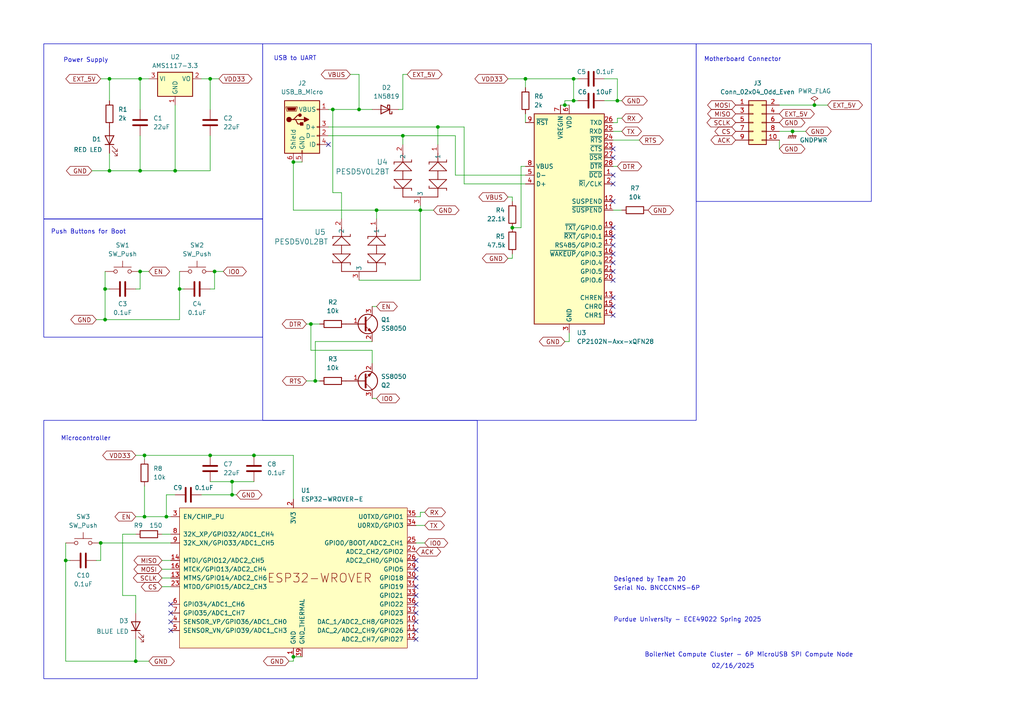
<source format=kicad_sch>
(kicad_sch
	(version 20250114)
	(generator "eeschema")
	(generator_version "9.0")
	(uuid "16d1fc59-6f61-4137-8631-fa2d7db39555")
	(paper "A4")
	(lib_symbols
		(symbol "Connector:USB_B_Micro"
			(pin_names
				(offset 1.016)
			)
			(exclude_from_sim no)
			(in_bom yes)
			(on_board yes)
			(property "Reference" "J"
				(at -5.08 11.43 0)
				(effects
					(font
						(size 1.27 1.27)
					)
					(justify left)
				)
			)
			(property "Value" "USB_B_Micro"
				(at -5.08 8.89 0)
				(effects
					(font
						(size 1.27 1.27)
					)
					(justify left)
				)
			)
			(property "Footprint" ""
				(at 3.81 -1.27 0)
				(effects
					(font
						(size 1.27 1.27)
					)
					(hide yes)
				)
			)
			(property "Datasheet" "~"
				(at 3.81 -1.27 0)
				(effects
					(font
						(size 1.27 1.27)
					)
					(hide yes)
				)
			)
			(property "Description" "USB Micro Type B connector"
				(at 0 0 0)
				(effects
					(font
						(size 1.27 1.27)
					)
					(hide yes)
				)
			)
			(property "ki_keywords" "connector USB micro"
				(at 0 0 0)
				(effects
					(font
						(size 1.27 1.27)
					)
					(hide yes)
				)
			)
			(property "ki_fp_filters" "USB*"
				(at 0 0 0)
				(effects
					(font
						(size 1.27 1.27)
					)
					(hide yes)
				)
			)
			(symbol "USB_B_Micro_0_1"
				(rectangle
					(start -5.08 -7.62)
					(end 5.08 7.62)
					(stroke
						(width 0.254)
						(type default)
					)
					(fill
						(type background)
					)
				)
				(polyline
					(pts
						(xy -4.699 5.842) (xy -4.699 5.588) (xy -4.445 4.826) (xy -4.445 4.572) (xy -1.651 4.572) (xy -1.651 4.826)
						(xy -1.397 5.588) (xy -1.397 5.842) (xy -4.699 5.842)
					)
					(stroke
						(width 0)
						(type default)
					)
					(fill
						(type none)
					)
				)
				(polyline
					(pts
						(xy -4.318 5.588) (xy -1.778 5.588) (xy -2.032 4.826) (xy -4.064 4.826) (xy -4.318 5.588)
					)
					(stroke
						(width 0)
						(type default)
					)
					(fill
						(type outline)
					)
				)
				(circle
					(center -3.81 2.159)
					(radius 0.635)
					(stroke
						(width 0.254)
						(type default)
					)
					(fill
						(type outline)
					)
				)
				(polyline
					(pts
						(xy -3.175 2.159) (xy -2.54 2.159) (xy -1.27 3.429) (xy -0.635 3.429)
					)
					(stroke
						(width 0.254)
						(type default)
					)
					(fill
						(type none)
					)
				)
				(polyline
					(pts
						(xy -2.54 2.159) (xy -1.905 2.159) (xy -1.27 0.889) (xy 0 0.889)
					)
					(stroke
						(width 0.254)
						(type default)
					)
					(fill
						(type none)
					)
				)
				(polyline
					(pts
						(xy -1.905 2.159) (xy 0.635 2.159)
					)
					(stroke
						(width 0.254)
						(type default)
					)
					(fill
						(type none)
					)
				)
				(circle
					(center -0.635 3.429)
					(radius 0.381)
					(stroke
						(width 0.254)
						(type default)
					)
					(fill
						(type outline)
					)
				)
				(rectangle
					(start -0.127 -7.62)
					(end 0.127 -6.858)
					(stroke
						(width 0)
						(type default)
					)
					(fill
						(type none)
					)
				)
				(rectangle
					(start 0.254 1.27)
					(end -0.508 0.508)
					(stroke
						(width 0.254)
						(type default)
					)
					(fill
						(type outline)
					)
				)
				(polyline
					(pts
						(xy 0.635 2.794) (xy 0.635 1.524) (xy 1.905 2.159) (xy 0.635 2.794)
					)
					(stroke
						(width 0.254)
						(type default)
					)
					(fill
						(type outline)
					)
				)
				(rectangle
					(start 5.08 4.953)
					(end 4.318 5.207)
					(stroke
						(width 0)
						(type default)
					)
					(fill
						(type none)
					)
				)
				(rectangle
					(start 5.08 -0.127)
					(end 4.318 0.127)
					(stroke
						(width 0)
						(type default)
					)
					(fill
						(type none)
					)
				)
				(rectangle
					(start 5.08 -2.667)
					(end 4.318 -2.413)
					(stroke
						(width 0)
						(type default)
					)
					(fill
						(type none)
					)
				)
				(rectangle
					(start 5.08 -5.207)
					(end 4.318 -4.953)
					(stroke
						(width 0)
						(type default)
					)
					(fill
						(type none)
					)
				)
			)
			(symbol "USB_B_Micro_1_1"
				(pin passive line
					(at -2.54 -10.16 90)
					(length 2.54)
					(name "Shield"
						(effects
							(font
								(size 1.27 1.27)
							)
						)
					)
					(number "6"
						(effects
							(font
								(size 1.27 1.27)
							)
						)
					)
				)
				(pin power_out line
					(at 0 -10.16 90)
					(length 2.54)
					(name "GND"
						(effects
							(font
								(size 1.27 1.27)
							)
						)
					)
					(number "5"
						(effects
							(font
								(size 1.27 1.27)
							)
						)
					)
				)
				(pin power_out line
					(at 7.62 5.08 180)
					(length 2.54)
					(name "VBUS"
						(effects
							(font
								(size 1.27 1.27)
							)
						)
					)
					(number "1"
						(effects
							(font
								(size 1.27 1.27)
							)
						)
					)
				)
				(pin bidirectional line
					(at 7.62 0 180)
					(length 2.54)
					(name "D+"
						(effects
							(font
								(size 1.27 1.27)
							)
						)
					)
					(number "3"
						(effects
							(font
								(size 1.27 1.27)
							)
						)
					)
				)
				(pin bidirectional line
					(at 7.62 -2.54 180)
					(length 2.54)
					(name "D-"
						(effects
							(font
								(size 1.27 1.27)
							)
						)
					)
					(number "2"
						(effects
							(font
								(size 1.27 1.27)
							)
						)
					)
				)
				(pin passive line
					(at 7.62 -5.08 180)
					(length 2.54)
					(name "ID"
						(effects
							(font
								(size 1.27 1.27)
							)
						)
					)
					(number "4"
						(effects
							(font
								(size 1.27 1.27)
							)
						)
					)
				)
			)
			(embedded_fonts no)
		)
		(symbol "Connector_Generic:Conn_02x05_Odd_Even"
			(pin_names
				(offset 1.016)
				(hide yes)
			)
			(exclude_from_sim no)
			(in_bom yes)
			(on_board yes)
			(property "Reference" "J"
				(at 1.27 7.62 0)
				(effects
					(font
						(size 1.27 1.27)
					)
				)
			)
			(property "Value" "Conn_02x05_Odd_Even"
				(at 1.27 -7.62 0)
				(effects
					(font
						(size 1.27 1.27)
					)
				)
			)
			(property "Footprint" ""
				(at 0 0 0)
				(effects
					(font
						(size 1.27 1.27)
					)
					(hide yes)
				)
			)
			(property "Datasheet" "~"
				(at 0 0 0)
				(effects
					(font
						(size 1.27 1.27)
					)
					(hide yes)
				)
			)
			(property "Description" "Generic connector, double row, 02x05, odd/even pin numbering scheme (row 1 odd numbers, row 2 even numbers), script generated (kicad-library-utils/schlib/autogen/connector/)"
				(at 0 0 0)
				(effects
					(font
						(size 1.27 1.27)
					)
					(hide yes)
				)
			)
			(property "ki_keywords" "connector"
				(at 0 0 0)
				(effects
					(font
						(size 1.27 1.27)
					)
					(hide yes)
				)
			)
			(property "ki_fp_filters" "Connector*:*_2x??_*"
				(at 0 0 0)
				(effects
					(font
						(size 1.27 1.27)
					)
					(hide yes)
				)
			)
			(symbol "Conn_02x05_Odd_Even_1_1"
				(rectangle
					(start -1.27 6.35)
					(end 3.81 -6.35)
					(stroke
						(width 0.254)
						(type default)
					)
					(fill
						(type background)
					)
				)
				(rectangle
					(start -1.27 5.207)
					(end 0 4.953)
					(stroke
						(width 0.1524)
						(type default)
					)
					(fill
						(type none)
					)
				)
				(rectangle
					(start -1.27 2.667)
					(end 0 2.413)
					(stroke
						(width 0.1524)
						(type default)
					)
					(fill
						(type none)
					)
				)
				(rectangle
					(start -1.27 0.127)
					(end 0 -0.127)
					(stroke
						(width 0.1524)
						(type default)
					)
					(fill
						(type none)
					)
				)
				(rectangle
					(start -1.27 -2.413)
					(end 0 -2.667)
					(stroke
						(width 0.1524)
						(type default)
					)
					(fill
						(type none)
					)
				)
				(rectangle
					(start -1.27 -4.953)
					(end 0 -5.207)
					(stroke
						(width 0.1524)
						(type default)
					)
					(fill
						(type none)
					)
				)
				(rectangle
					(start 3.81 5.207)
					(end 2.54 4.953)
					(stroke
						(width 0.1524)
						(type default)
					)
					(fill
						(type none)
					)
				)
				(rectangle
					(start 3.81 2.667)
					(end 2.54 2.413)
					(stroke
						(width 0.1524)
						(type default)
					)
					(fill
						(type none)
					)
				)
				(rectangle
					(start 3.81 0.127)
					(end 2.54 -0.127)
					(stroke
						(width 0.1524)
						(type default)
					)
					(fill
						(type none)
					)
				)
				(rectangle
					(start 3.81 -2.413)
					(end 2.54 -2.667)
					(stroke
						(width 0.1524)
						(type default)
					)
					(fill
						(type none)
					)
				)
				(rectangle
					(start 3.81 -4.953)
					(end 2.54 -5.207)
					(stroke
						(width 0.1524)
						(type default)
					)
					(fill
						(type none)
					)
				)
				(pin passive line
					(at -5.08 5.08 0)
					(length 3.81)
					(name "Pin_1"
						(effects
							(font
								(size 1.27 1.27)
							)
						)
					)
					(number "1"
						(effects
							(font
								(size 1.27 1.27)
							)
						)
					)
				)
				(pin passive line
					(at -5.08 2.54 0)
					(length 3.81)
					(name "Pin_3"
						(effects
							(font
								(size 1.27 1.27)
							)
						)
					)
					(number "3"
						(effects
							(font
								(size 1.27 1.27)
							)
						)
					)
				)
				(pin passive line
					(at -5.08 0 0)
					(length 3.81)
					(name "Pin_5"
						(effects
							(font
								(size 1.27 1.27)
							)
						)
					)
					(number "5"
						(effects
							(font
								(size 1.27 1.27)
							)
						)
					)
				)
				(pin passive line
					(at -5.08 -2.54 0)
					(length 3.81)
					(name "Pin_7"
						(effects
							(font
								(size 1.27 1.27)
							)
						)
					)
					(number "7"
						(effects
							(font
								(size 1.27 1.27)
							)
						)
					)
				)
				(pin passive line
					(at -5.08 -5.08 0)
					(length 3.81)
					(name "Pin_9"
						(effects
							(font
								(size 1.27 1.27)
							)
						)
					)
					(number "9"
						(effects
							(font
								(size 1.27 1.27)
							)
						)
					)
				)
				(pin passive line
					(at 7.62 5.08 180)
					(length 3.81)
					(name "Pin_2"
						(effects
							(font
								(size 1.27 1.27)
							)
						)
					)
					(number "2"
						(effects
							(font
								(size 1.27 1.27)
							)
						)
					)
				)
				(pin passive line
					(at 7.62 2.54 180)
					(length 3.81)
					(name "Pin_4"
						(effects
							(font
								(size 1.27 1.27)
							)
						)
					)
					(number "4"
						(effects
							(font
								(size 1.27 1.27)
							)
						)
					)
				)
				(pin passive line
					(at 7.62 0 180)
					(length 3.81)
					(name "Pin_6"
						(effects
							(font
								(size 1.27 1.27)
							)
						)
					)
					(number "6"
						(effects
							(font
								(size 1.27 1.27)
							)
						)
					)
				)
				(pin passive line
					(at 7.62 -2.54 180)
					(length 3.81)
					(name "Pin_8"
						(effects
							(font
								(size 1.27 1.27)
							)
						)
					)
					(number "8"
						(effects
							(font
								(size 1.27 1.27)
							)
						)
					)
				)
				(pin passive line
					(at 7.62 -5.08 180)
					(length 3.81)
					(name "Pin_10"
						(effects
							(font
								(size 1.27 1.27)
							)
						)
					)
					(number "10"
						(effects
							(font
								(size 1.27 1.27)
							)
						)
					)
				)
			)
			(embedded_fonts no)
		)
		(symbol "Device:C"
			(pin_numbers
				(hide yes)
			)
			(pin_names
				(offset 0.254)
			)
			(exclude_from_sim no)
			(in_bom yes)
			(on_board yes)
			(property "Reference" "C"
				(at 0.635 2.54 0)
				(effects
					(font
						(size 1.27 1.27)
					)
					(justify left)
				)
			)
			(property "Value" "C"
				(at 0.635 -2.54 0)
				(effects
					(font
						(size 1.27 1.27)
					)
					(justify left)
				)
			)
			(property "Footprint" ""
				(at 0.9652 -3.81 0)
				(effects
					(font
						(size 1.27 1.27)
					)
					(hide yes)
				)
			)
			(property "Datasheet" "~"
				(at 0 0 0)
				(effects
					(font
						(size 1.27 1.27)
					)
					(hide yes)
				)
			)
			(property "Description" "Unpolarized capacitor"
				(at 0 0 0)
				(effects
					(font
						(size 1.27 1.27)
					)
					(hide yes)
				)
			)
			(property "ki_keywords" "cap capacitor"
				(at 0 0 0)
				(effects
					(font
						(size 1.27 1.27)
					)
					(hide yes)
				)
			)
			(property "ki_fp_filters" "C_*"
				(at 0 0 0)
				(effects
					(font
						(size 1.27 1.27)
					)
					(hide yes)
				)
			)
			(symbol "C_0_1"
				(polyline
					(pts
						(xy -2.032 0.762) (xy 2.032 0.762)
					)
					(stroke
						(width 0.508)
						(type default)
					)
					(fill
						(type none)
					)
				)
				(polyline
					(pts
						(xy -2.032 -0.762) (xy 2.032 -0.762)
					)
					(stroke
						(width 0.508)
						(type default)
					)
					(fill
						(type none)
					)
				)
			)
			(symbol "C_1_1"
				(pin passive line
					(at 0 3.81 270)
					(length 2.794)
					(name "~"
						(effects
							(font
								(size 1.27 1.27)
							)
						)
					)
					(number "1"
						(effects
							(font
								(size 1.27 1.27)
							)
						)
					)
				)
				(pin passive line
					(at 0 -3.81 90)
					(length 2.794)
					(name "~"
						(effects
							(font
								(size 1.27 1.27)
							)
						)
					)
					(number "2"
						(effects
							(font
								(size 1.27 1.27)
							)
						)
					)
				)
			)
			(embedded_fonts no)
		)
		(symbol "Device:LED"
			(pin_numbers
				(hide yes)
			)
			(pin_names
				(offset 1.016)
				(hide yes)
			)
			(exclude_from_sim no)
			(in_bom yes)
			(on_board yes)
			(property "Reference" "D"
				(at 0 2.54 0)
				(effects
					(font
						(size 1.27 1.27)
					)
				)
			)
			(property "Value" "LED"
				(at 0 -2.54 0)
				(effects
					(font
						(size 1.27 1.27)
					)
				)
			)
			(property "Footprint" ""
				(at 0 0 0)
				(effects
					(font
						(size 1.27 1.27)
					)
					(hide yes)
				)
			)
			(property "Datasheet" "~"
				(at 0 0 0)
				(effects
					(font
						(size 1.27 1.27)
					)
					(hide yes)
				)
			)
			(property "Description" "Light emitting diode"
				(at 0 0 0)
				(effects
					(font
						(size 1.27 1.27)
					)
					(hide yes)
				)
			)
			(property "ki_keywords" "LED diode"
				(at 0 0 0)
				(effects
					(font
						(size 1.27 1.27)
					)
					(hide yes)
				)
			)
			(property "ki_fp_filters" "LED* LED_SMD:* LED_THT:*"
				(at 0 0 0)
				(effects
					(font
						(size 1.27 1.27)
					)
					(hide yes)
				)
			)
			(symbol "LED_0_1"
				(polyline
					(pts
						(xy -3.048 -0.762) (xy -4.572 -2.286) (xy -3.81 -2.286) (xy -4.572 -2.286) (xy -4.572 -1.524)
					)
					(stroke
						(width 0)
						(type default)
					)
					(fill
						(type none)
					)
				)
				(polyline
					(pts
						(xy -1.778 -0.762) (xy -3.302 -2.286) (xy -2.54 -2.286) (xy -3.302 -2.286) (xy -3.302 -1.524)
					)
					(stroke
						(width 0)
						(type default)
					)
					(fill
						(type none)
					)
				)
				(polyline
					(pts
						(xy -1.27 0) (xy 1.27 0)
					)
					(stroke
						(width 0)
						(type default)
					)
					(fill
						(type none)
					)
				)
				(polyline
					(pts
						(xy -1.27 -1.27) (xy -1.27 1.27)
					)
					(stroke
						(width 0.254)
						(type default)
					)
					(fill
						(type none)
					)
				)
				(polyline
					(pts
						(xy 1.27 -1.27) (xy 1.27 1.27) (xy -1.27 0) (xy 1.27 -1.27)
					)
					(stroke
						(width 0.254)
						(type default)
					)
					(fill
						(type none)
					)
				)
			)
			(symbol "LED_1_1"
				(pin passive line
					(at -3.81 0 0)
					(length 2.54)
					(name "K"
						(effects
							(font
								(size 1.27 1.27)
							)
						)
					)
					(number "1"
						(effects
							(font
								(size 1.27 1.27)
							)
						)
					)
				)
				(pin passive line
					(at 3.81 0 180)
					(length 2.54)
					(name "A"
						(effects
							(font
								(size 1.27 1.27)
							)
						)
					)
					(number "2"
						(effects
							(font
								(size 1.27 1.27)
							)
						)
					)
				)
			)
			(embedded_fonts no)
		)
		(symbol "Device:R"
			(pin_numbers
				(hide yes)
			)
			(pin_names
				(offset 0)
			)
			(exclude_from_sim no)
			(in_bom yes)
			(on_board yes)
			(property "Reference" "R"
				(at 2.032 0 90)
				(effects
					(font
						(size 1.27 1.27)
					)
				)
			)
			(property "Value" "R"
				(at 0 0 90)
				(effects
					(font
						(size 1.27 1.27)
					)
				)
			)
			(property "Footprint" ""
				(at -1.778 0 90)
				(effects
					(font
						(size 1.27 1.27)
					)
					(hide yes)
				)
			)
			(property "Datasheet" "~"
				(at 0 0 0)
				(effects
					(font
						(size 1.27 1.27)
					)
					(hide yes)
				)
			)
			(property "Description" "Resistor"
				(at 0 0 0)
				(effects
					(font
						(size 1.27 1.27)
					)
					(hide yes)
				)
			)
			(property "ki_keywords" "R res resistor"
				(at 0 0 0)
				(effects
					(font
						(size 1.27 1.27)
					)
					(hide yes)
				)
			)
			(property "ki_fp_filters" "R_*"
				(at 0 0 0)
				(effects
					(font
						(size 1.27 1.27)
					)
					(hide yes)
				)
			)
			(symbol "R_0_1"
				(rectangle
					(start -1.016 -2.54)
					(end 1.016 2.54)
					(stroke
						(width 0.254)
						(type default)
					)
					(fill
						(type none)
					)
				)
			)
			(symbol "R_1_1"
				(pin passive line
					(at 0 3.81 270)
					(length 1.27)
					(name "~"
						(effects
							(font
								(size 1.27 1.27)
							)
						)
					)
					(number "1"
						(effects
							(font
								(size 1.27 1.27)
							)
						)
					)
				)
				(pin passive line
					(at 0 -3.81 90)
					(length 1.27)
					(name "~"
						(effects
							(font
								(size 1.27 1.27)
							)
						)
					)
					(number "2"
						(effects
							(font
								(size 1.27 1.27)
							)
						)
					)
				)
			)
			(embedded_fonts no)
		)
		(symbol "Diode:1N5819"
			(pin_numbers
				(hide yes)
			)
			(pin_names
				(offset 1.016)
				(hide yes)
			)
			(exclude_from_sim no)
			(in_bom yes)
			(on_board yes)
			(property "Reference" "D"
				(at 0 2.54 0)
				(effects
					(font
						(size 1.27 1.27)
					)
				)
			)
			(property "Value" "1N5819"
				(at 0 -2.54 0)
				(effects
					(font
						(size 1.27 1.27)
					)
				)
			)
			(property "Footprint" "Diode_THT:D_DO-41_SOD81_P10.16mm_Horizontal"
				(at 0 -4.445 0)
				(effects
					(font
						(size 1.27 1.27)
					)
					(hide yes)
				)
			)
			(property "Datasheet" "http://www.vishay.com/docs/88525/1n5817.pdf"
				(at 0 0 0)
				(effects
					(font
						(size 1.27 1.27)
					)
					(hide yes)
				)
			)
			(property "Description" "40V 1A Schottky Barrier Rectifier Diode, DO-41"
				(at 0 0 0)
				(effects
					(font
						(size 1.27 1.27)
					)
					(hide yes)
				)
			)
			(property "ki_keywords" "diode Schottky"
				(at 0 0 0)
				(effects
					(font
						(size 1.27 1.27)
					)
					(hide yes)
				)
			)
			(property "ki_fp_filters" "D*DO?41*"
				(at 0 0 0)
				(effects
					(font
						(size 1.27 1.27)
					)
					(hide yes)
				)
			)
			(symbol "1N5819_0_1"
				(polyline
					(pts
						(xy -1.905 0.635) (xy -1.905 1.27) (xy -1.27 1.27) (xy -1.27 -1.27) (xy -0.635 -1.27) (xy -0.635 -0.635)
					)
					(stroke
						(width 0.254)
						(type default)
					)
					(fill
						(type none)
					)
				)
				(polyline
					(pts
						(xy 1.27 1.27) (xy 1.27 -1.27) (xy -1.27 0) (xy 1.27 1.27)
					)
					(stroke
						(width 0.254)
						(type default)
					)
					(fill
						(type none)
					)
				)
				(polyline
					(pts
						(xy 1.27 0) (xy -1.27 0)
					)
					(stroke
						(width 0)
						(type default)
					)
					(fill
						(type none)
					)
				)
			)
			(symbol "1N5819_1_1"
				(pin passive line
					(at -3.81 0 0)
					(length 2.54)
					(name "K"
						(effects
							(font
								(size 1.27 1.27)
							)
						)
					)
					(number "1"
						(effects
							(font
								(size 1.27 1.27)
							)
						)
					)
				)
				(pin passive line
					(at 3.81 0 180)
					(length 2.54)
					(name "A"
						(effects
							(font
								(size 1.27 1.27)
							)
						)
					)
					(number "2"
						(effects
							(font
								(size 1.27 1.27)
							)
						)
					)
				)
			)
			(embedded_fonts no)
		)
		(symbol "Interface_USB:CP2102N-Axx-xQFN28"
			(exclude_from_sim no)
			(in_bom yes)
			(on_board yes)
			(property "Reference" "U"
				(at -8.89 31.75 0)
				(effects
					(font
						(size 1.27 1.27)
					)
				)
			)
			(property "Value" "CP2102N-Axx-xQFN28"
				(at 12.7 31.75 0)
				(effects
					(font
						(size 1.27 1.27)
					)
				)
			)
			(property "Footprint" "Package_DFN_QFN:QFN-28-1EP_5x5mm_P0.5mm_EP3.35x3.35mm"
				(at 33.02 -31.75 0)
				(effects
					(font
						(size 1.27 1.27)
					)
					(hide yes)
				)
			)
			(property "Datasheet" "https://www.silabs.com/documents/public/data-sheets/cp2102n-datasheet.pdf"
				(at 1.27 -19.05 0)
				(effects
					(font
						(size 1.27 1.27)
					)
					(hide yes)
				)
			)
			(property "Description" "USB to UART master bridge, QFN-28"
				(at 0 0 0)
				(effects
					(font
						(size 1.27 1.27)
					)
					(hide yes)
				)
			)
			(property "ki_keywords" "USB UART bridge"
				(at 0 0 0)
				(effects
					(font
						(size 1.27 1.27)
					)
					(hide yes)
				)
			)
			(property "ki_fp_filters" "QFN*1EP*5x5mm*P0.5mm*"
				(at 0 0 0)
				(effects
					(font
						(size 1.27 1.27)
					)
					(hide yes)
				)
			)
			(symbol "CP2102N-Axx-xQFN28_0_1"
				(rectangle
					(start -10.16 30.48)
					(end 10.16 -30.48)
					(stroke
						(width 0.254)
						(type default)
					)
					(fill
						(type background)
					)
				)
			)
			(symbol "CP2102N-Axx-xQFN28_1_1"
				(pin input line
					(at -12.7 27.94 0)
					(length 2.54)
					(name "~{RST}"
						(effects
							(font
								(size 1.27 1.27)
							)
						)
					)
					(number "9"
						(effects
							(font
								(size 1.27 1.27)
							)
						)
					)
				)
				(pin input line
					(at -12.7 15.24 0)
					(length 2.54)
					(name "VBUS"
						(effects
							(font
								(size 1.27 1.27)
							)
						)
					)
					(number "8"
						(effects
							(font
								(size 1.27 1.27)
							)
						)
					)
				)
				(pin bidirectional line
					(at -12.7 12.7 0)
					(length 2.54)
					(name "D-"
						(effects
							(font
								(size 1.27 1.27)
							)
						)
					)
					(number "5"
						(effects
							(font
								(size 1.27 1.27)
							)
						)
					)
				)
				(pin bidirectional line
					(at -12.7 10.16 0)
					(length 2.54)
					(name "D+"
						(effects
							(font
								(size 1.27 1.27)
							)
						)
					)
					(number "4"
						(effects
							(font
								(size 1.27 1.27)
							)
						)
					)
				)
				(pin no_connect line
					(at -10.16 -27.94 0)
					(length 2.54)
					(hide yes)
					(name "NC"
						(effects
							(font
								(size 1.27 1.27)
							)
						)
					)
					(number "10"
						(effects
							(font
								(size 1.27 1.27)
							)
						)
					)
				)
				(pin power_in line
					(at -2.54 33.02 270)
					(length 2.54)
					(name "VREGIN"
						(effects
							(font
								(size 1.27 1.27)
							)
						)
					)
					(number "7"
						(effects
							(font
								(size 1.27 1.27)
							)
						)
					)
				)
				(pin power_in line
					(at 0 33.02 270)
					(length 2.54)
					(name "VDD"
						(effects
							(font
								(size 1.27 1.27)
							)
						)
					)
					(number "6"
						(effects
							(font
								(size 1.27 1.27)
							)
						)
					)
				)
				(pin passive line
					(at 0 -33.02 90)
					(length 2.54)
					(hide yes)
					(name "GND"
						(effects
							(font
								(size 1.27 1.27)
							)
						)
					)
					(number "29"
						(effects
							(font
								(size 1.27 1.27)
							)
						)
					)
				)
				(pin power_in line
					(at 0 -33.02 90)
					(length 2.54)
					(name "GND"
						(effects
							(font
								(size 1.27 1.27)
							)
						)
					)
					(number "3"
						(effects
							(font
								(size 1.27 1.27)
							)
						)
					)
				)
				(pin output line
					(at 12.7 27.94 180)
					(length 2.54)
					(name "TXD"
						(effects
							(font
								(size 1.27 1.27)
							)
						)
					)
					(number "26"
						(effects
							(font
								(size 1.27 1.27)
							)
						)
					)
				)
				(pin input line
					(at 12.7 25.4 180)
					(length 2.54)
					(name "RXD"
						(effects
							(font
								(size 1.27 1.27)
							)
						)
					)
					(number "25"
						(effects
							(font
								(size 1.27 1.27)
							)
						)
					)
				)
				(pin output line
					(at 12.7 22.86 180)
					(length 2.54)
					(name "~{RTS}"
						(effects
							(font
								(size 1.27 1.27)
							)
						)
					)
					(number "24"
						(effects
							(font
								(size 1.27 1.27)
							)
						)
					)
				)
				(pin input line
					(at 12.7 20.32 180)
					(length 2.54)
					(name "~{CTS}"
						(effects
							(font
								(size 1.27 1.27)
							)
						)
					)
					(number "23"
						(effects
							(font
								(size 1.27 1.27)
							)
						)
					)
				)
				(pin input line
					(at 12.7 17.78 180)
					(length 2.54)
					(name "~{DSR}"
						(effects
							(font
								(size 1.27 1.27)
							)
						)
					)
					(number "27"
						(effects
							(font
								(size 1.27 1.27)
							)
						)
					)
				)
				(pin output line
					(at 12.7 15.24 180)
					(length 2.54)
					(name "~{DTR}"
						(effects
							(font
								(size 1.27 1.27)
							)
						)
					)
					(number "28"
						(effects
							(font
								(size 1.27 1.27)
							)
						)
					)
				)
				(pin input line
					(at 12.7 12.7 180)
					(length 2.54)
					(name "~{DCD}"
						(effects
							(font
								(size 1.27 1.27)
							)
						)
					)
					(number "1"
						(effects
							(font
								(size 1.27 1.27)
							)
						)
					)
				)
				(pin bidirectional line
					(at 12.7 10.16 180)
					(length 2.54)
					(name "~{RI}/CLK"
						(effects
							(font
								(size 1.27 1.27)
							)
						)
					)
					(number "2"
						(effects
							(font
								(size 1.27 1.27)
							)
						)
					)
				)
				(pin output line
					(at 12.7 5.08 180)
					(length 2.54)
					(name "SUSPEND"
						(effects
							(font
								(size 1.27 1.27)
							)
						)
					)
					(number "12"
						(effects
							(font
								(size 1.27 1.27)
							)
						)
					)
				)
				(pin output line
					(at 12.7 2.54 180)
					(length 2.54)
					(name "~{SUSPEND}"
						(effects
							(font
								(size 1.27 1.27)
							)
						)
					)
					(number "11"
						(effects
							(font
								(size 1.27 1.27)
							)
						)
					)
				)
				(pin bidirectional line
					(at 12.7 -2.54 180)
					(length 2.54)
					(name "~{TXT}/GPIO.0"
						(effects
							(font
								(size 1.27 1.27)
							)
						)
					)
					(number "19"
						(effects
							(font
								(size 1.27 1.27)
							)
						)
					)
				)
				(pin bidirectional line
					(at 12.7 -5.08 180)
					(length 2.54)
					(name "~{RXT}/GPIO.1"
						(effects
							(font
								(size 1.27 1.27)
							)
						)
					)
					(number "18"
						(effects
							(font
								(size 1.27 1.27)
							)
						)
					)
				)
				(pin bidirectional line
					(at 12.7 -7.62 180)
					(length 2.54)
					(name "RS485/GPIO.2"
						(effects
							(font
								(size 1.27 1.27)
							)
						)
					)
					(number "17"
						(effects
							(font
								(size 1.27 1.27)
							)
						)
					)
				)
				(pin bidirectional line
					(at 12.7 -10.16 180)
					(length 2.54)
					(name "~{WAKEUP}/GPIO.3"
						(effects
							(font
								(size 1.27 1.27)
							)
						)
					)
					(number "16"
						(effects
							(font
								(size 1.27 1.27)
							)
						)
					)
				)
				(pin bidirectional line
					(at 12.7 -12.7 180)
					(length 2.54)
					(name "GPIO.4"
						(effects
							(font
								(size 1.27 1.27)
							)
						)
					)
					(number "22"
						(effects
							(font
								(size 1.27 1.27)
							)
						)
					)
				)
				(pin bidirectional line
					(at 12.7 -15.24 180)
					(length 2.54)
					(name "GPIO.5"
						(effects
							(font
								(size 1.27 1.27)
							)
						)
					)
					(number "21"
						(effects
							(font
								(size 1.27 1.27)
							)
						)
					)
				)
				(pin bidirectional line
					(at 12.7 -17.78 180)
					(length 2.54)
					(name "GPIO.6"
						(effects
							(font
								(size 1.27 1.27)
							)
						)
					)
					(number "20"
						(effects
							(font
								(size 1.27 1.27)
							)
						)
					)
				)
				(pin output line
					(at 12.7 -22.86 180)
					(length 2.54)
					(name "CHREN"
						(effects
							(font
								(size 1.27 1.27)
							)
						)
					)
					(number "13"
						(effects
							(font
								(size 1.27 1.27)
							)
						)
					)
				)
				(pin output line
					(at 12.7 -25.4 180)
					(length 2.54)
					(name "CHR0"
						(effects
							(font
								(size 1.27 1.27)
							)
						)
					)
					(number "15"
						(effects
							(font
								(size 1.27 1.27)
							)
						)
					)
				)
				(pin output line
					(at 12.7 -27.94 180)
					(length 2.54)
					(name "CHR1"
						(effects
							(font
								(size 1.27 1.27)
							)
						)
					)
					(number "14"
						(effects
							(font
								(size 1.27 1.27)
							)
						)
					)
				)
			)
			(embedded_fonts no)
		)
		(symbol "PCM_Espressif:ESP32-WROVER-E"
			(pin_names
				(offset 1.016)
			)
			(exclude_from_sim no)
			(in_bom yes)
			(on_board yes)
			(property "Reference" "U"
				(at -30.48 25.4 0)
				(effects
					(font
						(size 1.27 1.27)
					)
					(justify left)
				)
			)
			(property "Value" "ESP32-WROVER-E"
				(at -30.48 22.86 0)
				(effects
					(font
						(size 1.27 1.27)
					)
					(justify left)
				)
			)
			(property "Footprint" "PCM_Espressif:ESP32-WROVER-E"
				(at 2.54 -33.02 0)
				(effects
					(font
						(size 1.27 1.27)
					)
					(hide yes)
				)
			)
			(property "Datasheet" "https://www.espressif.com/sites/default/files/documentation/esp32-wrover-e_esp32-wrover-ie_datasheet_en.pdf"
				(at 2.54 -35.56 0)
				(effects
					(font
						(size 1.27 1.27)
					)
					(hide yes)
				)
			)
			(property "Description" "ESP32-WROVER-E and ESP32-WROVER-IE are two powerful, generic WiFi-BT-BLE MCU modules that target a wide variety of applications, ranging from low-power sensor networks to the most demanding tasks, such as voice encoding, music streaming and MP3 decoding. ESP32-WROVER-E comes with a PCB antenna, and ESP32-WROVER-IE with an IPEX antenna. They both featurea 4 MB external SPI flash and an additional 8 MB SPI Pseudo static RAM (PSRAM)."
				(at 0 0 0)
				(effects
					(font
						(size 1.27 1.27)
					)
					(hide yes)
				)
			)
			(property "ki_keywords" "ESP32"
				(at 0 0 0)
				(effects
					(font
						(size 1.27 1.27)
					)
					(hide yes)
				)
			)
			(symbol "ESP32-WROVER-E_0_1"
				(rectangle
					(start -33.02 20.32)
					(end 33.02 -20.32)
					(stroke
						(width 0)
						(type default)
					)
					(fill
						(type background)
					)
				)
			)
			(symbol "ESP32-WROVER-E_1_1"
				(text "ESP32-­WROVER"
					(at 7.62 0 0)
					(effects
						(font
							(size 2.54 2.54)
						)
					)
				)
				(pin input line
					(at -35.56 17.78 0)
					(length 2.54)
					(name "EN/CHIP_PU"
						(effects
							(font
								(size 1.27 1.27)
							)
						)
					)
					(number "3"
						(effects
							(font
								(size 1.27 1.27)
							)
						)
					)
				)
				(pin bidirectional line
					(at -35.56 12.7 0)
					(length 2.54)
					(name "32K_XP/GPIO32/ADC1_CH4"
						(effects
							(font
								(size 1.27 1.27)
							)
						)
					)
					(number "8"
						(effects
							(font
								(size 1.27 1.27)
							)
						)
					)
				)
				(pin bidirectional line
					(at -35.56 10.16 0)
					(length 2.54)
					(name "32K_XN/GPIO33/ADC1_CH5"
						(effects
							(font
								(size 1.27 1.27)
							)
						)
					)
					(number "9"
						(effects
							(font
								(size 1.27 1.27)
							)
						)
					)
				)
				(pin bidirectional line
					(at -35.56 5.08 0)
					(length 2.54)
					(name "MTDI/GPIO12/ADC2_CH5"
						(effects
							(font
								(size 1.27 1.27)
							)
						)
					)
					(number "14"
						(effects
							(font
								(size 1.27 1.27)
							)
						)
					)
				)
				(pin bidirectional line
					(at -35.56 2.54 0)
					(length 2.54)
					(name "MTCK/GPIO13/ADC2_CH4"
						(effects
							(font
								(size 1.27 1.27)
							)
						)
					)
					(number "16"
						(effects
							(font
								(size 1.27 1.27)
							)
						)
					)
				)
				(pin bidirectional line
					(at -35.56 0 0)
					(length 2.54)
					(name "MTMS/GPIO14/ADC2_CH6"
						(effects
							(font
								(size 1.27 1.27)
							)
						)
					)
					(number "13"
						(effects
							(font
								(size 1.27 1.27)
							)
						)
					)
				)
				(pin bidirectional line
					(at -35.56 -2.54 0)
					(length 2.54)
					(name "MTDO/GPIO15/ADC2_CH3"
						(effects
							(font
								(size 1.27 1.27)
							)
						)
					)
					(number "23"
						(effects
							(font
								(size 1.27 1.27)
							)
						)
					)
				)
				(pin input line
					(at -35.56 -7.62 0)
					(length 2.54)
					(name "GPIO34/ADC1_CH6"
						(effects
							(font
								(size 1.27 1.27)
							)
						)
					)
					(number "6"
						(effects
							(font
								(size 1.27 1.27)
							)
						)
					)
				)
				(pin input line
					(at -35.56 -10.16 0)
					(length 2.54)
					(name "GPIO35/ADC1_CH7"
						(effects
							(font
								(size 1.27 1.27)
							)
						)
					)
					(number "7"
						(effects
							(font
								(size 1.27 1.27)
							)
						)
					)
				)
				(pin input line
					(at -35.56 -12.7 0)
					(length 2.54)
					(name "SENSOR_VP/GPIO36/ADC1_CH0"
						(effects
							(font
								(size 1.27 1.27)
							)
						)
					)
					(number "4"
						(effects
							(font
								(size 1.27 1.27)
							)
						)
					)
				)
				(pin input line
					(at -35.56 -15.24 0)
					(length 2.54)
					(name "SENSOR_VN/GPIO39/ADC1_CH3"
						(effects
							(font
								(size 1.27 1.27)
							)
						)
					)
					(number "5"
						(effects
							(font
								(size 1.27 1.27)
							)
						)
					)
				)
				(pin power_in line
					(at 0 22.86 270)
					(length 2.54)
					(name "3V3"
						(effects
							(font
								(size 1.27 1.27)
							)
						)
					)
					(number "2"
						(effects
							(font
								(size 1.27 1.27)
							)
						)
					)
				)
				(pin power_in line
					(at 0 -22.86 90)
					(length 2.54)
					(name "GND"
						(effects
							(font
								(size 1.27 1.27)
							)
						)
					)
					(number "1"
						(effects
							(font
								(size 1.27 1.27)
							)
						)
					)
				)
				(pin passive line
					(at 0 -22.86 90)
					(length 2.54)
					(hide yes)
					(name "GND"
						(effects
							(font
								(size 1.27 1.27)
							)
						)
					)
					(number "15"
						(effects
							(font
								(size 1.27 1.27)
							)
						)
					)
				)
				(pin passive line
					(at 0 -22.86 90)
					(length 2.54)
					(hide yes)
					(name "GND"
						(effects
							(font
								(size 1.27 1.27)
							)
						)
					)
					(number "38"
						(effects
							(font
								(size 1.27 1.27)
							)
						)
					)
				)
				(pin power_in line
					(at 2.54 -22.86 90)
					(length 2.54)
					(name "GND_THERMAL"
						(effects
							(font
								(size 1.27 1.27)
							)
						)
					)
					(number "39"
						(effects
							(font
								(size 1.27 1.27)
							)
						)
					)
				)
				(pin bidirectional line
					(at 35.56 17.78 180)
					(length 2.54)
					(name "U0TXD/GPIO1"
						(effects
							(font
								(size 1.27 1.27)
							)
						)
					)
					(number "35"
						(effects
							(font
								(size 1.27 1.27)
							)
						)
					)
				)
				(pin bidirectional line
					(at 35.56 15.24 180)
					(length 2.54)
					(name "U0RXD/GPIO3"
						(effects
							(font
								(size 1.27 1.27)
							)
						)
					)
					(number "34"
						(effects
							(font
								(size 1.27 1.27)
							)
						)
					)
				)
				(pin bidirectional line
					(at 35.56 10.16 180)
					(length 2.54)
					(name "GPIO0/BOOT/ADC2_CH1"
						(effects
							(font
								(size 1.27 1.27)
							)
						)
					)
					(number "25"
						(effects
							(font
								(size 1.27 1.27)
							)
						)
					)
				)
				(pin bidirectional line
					(at 35.56 7.62 180)
					(length 2.54)
					(name "ADC2_CH2/GPIO2"
						(effects
							(font
								(size 1.27 1.27)
							)
						)
					)
					(number "24"
						(effects
							(font
								(size 1.27 1.27)
							)
						)
					)
				)
				(pin bidirectional line
					(at 35.56 5.08 180)
					(length 2.54)
					(name "ADC2_CH0/GPIO4"
						(effects
							(font
								(size 1.27 1.27)
							)
						)
					)
					(number "26"
						(effects
							(font
								(size 1.27 1.27)
							)
						)
					)
				)
				(pin bidirectional line
					(at 35.56 2.54 180)
					(length 2.54)
					(name "GPIO5"
						(effects
							(font
								(size 1.27 1.27)
							)
						)
					)
					(number "29"
						(effects
							(font
								(size 1.27 1.27)
							)
						)
					)
				)
				(pin bidirectional line
					(at 35.56 0 180)
					(length 2.54)
					(name "GPIO18"
						(effects
							(font
								(size 1.27 1.27)
							)
						)
					)
					(number "30"
						(effects
							(font
								(size 1.27 1.27)
							)
						)
					)
				)
				(pin bidirectional line
					(at 35.56 -2.54 180)
					(length 2.54)
					(name "GPIO19"
						(effects
							(font
								(size 1.27 1.27)
							)
						)
					)
					(number "31"
						(effects
							(font
								(size 1.27 1.27)
							)
						)
					)
				)
				(pin bidirectional line
					(at 35.56 -5.08 180)
					(length 2.54)
					(name "GPIO21"
						(effects
							(font
								(size 1.27 1.27)
							)
						)
					)
					(number "33"
						(effects
							(font
								(size 1.27 1.27)
							)
						)
					)
				)
				(pin bidirectional line
					(at 35.56 -7.62 180)
					(length 2.54)
					(name "GPIO22"
						(effects
							(font
								(size 1.27 1.27)
							)
						)
					)
					(number "36"
						(effects
							(font
								(size 1.27 1.27)
							)
						)
					)
				)
				(pin bidirectional line
					(at 35.56 -10.16 180)
					(length 2.54)
					(name "GPIO23"
						(effects
							(font
								(size 1.27 1.27)
							)
						)
					)
					(number "37"
						(effects
							(font
								(size 1.27 1.27)
							)
						)
					)
				)
				(pin bidirectional line
					(at 35.56 -12.7 180)
					(length 2.54)
					(name "DAC_1/ADC2_CH8/GPIO25"
						(effects
							(font
								(size 1.27 1.27)
							)
						)
					)
					(number "10"
						(effects
							(font
								(size 1.27 1.27)
							)
						)
					)
				)
				(pin bidirectional line
					(at 35.56 -15.24 180)
					(length 2.54)
					(name "DAC_2/ADC2_CH9/GPIO26"
						(effects
							(font
								(size 1.27 1.27)
							)
						)
					)
					(number "11"
						(effects
							(font
								(size 1.27 1.27)
							)
						)
					)
				)
				(pin bidirectional line
					(at 35.56 -17.78 180)
					(length 2.54)
					(name "ADC2_CH7/GPIO27"
						(effects
							(font
								(size 1.27 1.27)
							)
						)
					)
					(number "12"
						(effects
							(font
								(size 1.27 1.27)
							)
						)
					)
				)
			)
			(embedded_fonts no)
		)
		(symbol "Regulator_Linear:AMS1117-3.3"
			(exclude_from_sim no)
			(in_bom yes)
			(on_board yes)
			(property "Reference" "U"
				(at -3.81 3.175 0)
				(effects
					(font
						(size 1.27 1.27)
					)
				)
			)
			(property "Value" "AMS1117-3.3"
				(at 0 3.175 0)
				(effects
					(font
						(size 1.27 1.27)
					)
					(justify left)
				)
			)
			(property "Footprint" "Package_TO_SOT_SMD:SOT-223-3_TabPin2"
				(at 0 5.08 0)
				(effects
					(font
						(size 1.27 1.27)
					)
					(hide yes)
				)
			)
			(property "Datasheet" "http://www.advanced-monolithic.com/pdf/ds1117.pdf"
				(at 2.54 -6.35 0)
				(effects
					(font
						(size 1.27 1.27)
					)
					(hide yes)
				)
			)
			(property "Description" "1A Low Dropout regulator, positive, 3.3V fixed output, SOT-223"
				(at 0 0 0)
				(effects
					(font
						(size 1.27 1.27)
					)
					(hide yes)
				)
			)
			(property "ki_keywords" "linear regulator ldo fixed positive"
				(at 0 0 0)
				(effects
					(font
						(size 1.27 1.27)
					)
					(hide yes)
				)
			)
			(property "ki_fp_filters" "SOT?223*TabPin2*"
				(at 0 0 0)
				(effects
					(font
						(size 1.27 1.27)
					)
					(hide yes)
				)
			)
			(symbol "AMS1117-3.3_0_1"
				(rectangle
					(start -5.08 -5.08)
					(end 5.08 1.905)
					(stroke
						(width 0.254)
						(type default)
					)
					(fill
						(type background)
					)
				)
			)
			(symbol "AMS1117-3.3_1_1"
				(pin power_in line
					(at -7.62 0 0)
					(length 2.54)
					(name "VI"
						(effects
							(font
								(size 1.27 1.27)
							)
						)
					)
					(number "3"
						(effects
							(font
								(size 1.27 1.27)
							)
						)
					)
				)
				(pin power_in line
					(at 0 -7.62 90)
					(length 2.54)
					(name "GND"
						(effects
							(font
								(size 1.27 1.27)
							)
						)
					)
					(number "1"
						(effects
							(font
								(size 1.27 1.27)
							)
						)
					)
				)
				(pin power_out line
					(at 7.62 0 180)
					(length 2.54)
					(name "VO"
						(effects
							(font
								(size 1.27 1.27)
							)
						)
					)
					(number "2"
						(effects
							(font
								(size 1.27 1.27)
							)
						)
					)
				)
			)
			(embedded_fonts no)
		)
		(symbol "Switch:SW_Push"
			(pin_numbers
				(hide yes)
			)
			(pin_names
				(offset 1.016)
				(hide yes)
			)
			(exclude_from_sim no)
			(in_bom yes)
			(on_board yes)
			(property "Reference" "SW"
				(at 1.27 2.54 0)
				(effects
					(font
						(size 1.27 1.27)
					)
					(justify left)
				)
			)
			(property "Value" "SW_Push"
				(at 0 -1.524 0)
				(effects
					(font
						(size 1.27 1.27)
					)
				)
			)
			(property "Footprint" ""
				(at 0 5.08 0)
				(effects
					(font
						(size 1.27 1.27)
					)
					(hide yes)
				)
			)
			(property "Datasheet" "~"
				(at 0 5.08 0)
				(effects
					(font
						(size 1.27 1.27)
					)
					(hide yes)
				)
			)
			(property "Description" "Push button switch, generic, two pins"
				(at 0 0 0)
				(effects
					(font
						(size 1.27 1.27)
					)
					(hide yes)
				)
			)
			(property "ki_keywords" "switch normally-open pushbutton push-button"
				(at 0 0 0)
				(effects
					(font
						(size 1.27 1.27)
					)
					(hide yes)
				)
			)
			(symbol "SW_Push_0_1"
				(circle
					(center -2.032 0)
					(radius 0.508)
					(stroke
						(width 0)
						(type default)
					)
					(fill
						(type none)
					)
				)
				(polyline
					(pts
						(xy 0 1.27) (xy 0 3.048)
					)
					(stroke
						(width 0)
						(type default)
					)
					(fill
						(type none)
					)
				)
				(circle
					(center 2.032 0)
					(radius 0.508)
					(stroke
						(width 0)
						(type default)
					)
					(fill
						(type none)
					)
				)
				(polyline
					(pts
						(xy 2.54 1.27) (xy -2.54 1.27)
					)
					(stroke
						(width 0)
						(type default)
					)
					(fill
						(type none)
					)
				)
				(pin passive line
					(at -5.08 0 0)
					(length 2.54)
					(name "1"
						(effects
							(font
								(size 1.27 1.27)
							)
						)
					)
					(number "1"
						(effects
							(font
								(size 1.27 1.27)
							)
						)
					)
				)
				(pin passive line
					(at 5.08 0 180)
					(length 2.54)
					(name "2"
						(effects
							(font
								(size 1.27 1.27)
							)
						)
					)
					(number "2"
						(effects
							(font
								(size 1.27 1.27)
							)
						)
					)
				)
			)
			(embedded_fonts no)
		)
		(symbol "Transistor_BJT:SS8050"
			(pin_names
				(offset 0)
				(hide yes)
			)
			(exclude_from_sim no)
			(in_bom yes)
			(on_board yes)
			(property "Reference" "Q"
				(at 5.08 1.905 0)
				(effects
					(font
						(size 1.27 1.27)
					)
					(justify left)
				)
			)
			(property "Value" "SS8050"
				(at 5.08 0 0)
				(effects
					(font
						(size 1.27 1.27)
					)
					(justify left)
				)
			)
			(property "Footprint" "Package_TO_SOT_SMD:SOT-23"
				(at 5.08 -7.366 0)
				(effects
					(font
						(size 1.27 1.27)
						(italic yes)
					)
					(justify left)
					(hide yes)
				)
			)
			(property "Datasheet" "http://www.secosgmbh.com/datasheet/products/SSMPTransistor/SOT-23/SS8050.pdf"
				(at 5.08 -4.826 0)
				(effects
					(font
						(size 1.27 1.27)
					)
					(justify left)
					(hide yes)
				)
			)
			(property "Description" "General Purpose NPN Transistor, 1.5A Ic, 25V Vce, SOT-23"
				(at 34.036 -2.286 0)
				(effects
					(font
						(size 1.27 1.27)
					)
					(hide yes)
				)
			)
			(property "ki_keywords" "SS8050 NPN Transistor"
				(at 0 0 0)
				(effects
					(font
						(size 1.27 1.27)
					)
					(hide yes)
				)
			)
			(property "ki_fp_filters" "SOT?23*"
				(at 0 0 0)
				(effects
					(font
						(size 1.27 1.27)
					)
					(hide yes)
				)
			)
			(symbol "SS8050_0_1"
				(polyline
					(pts
						(xy 0.635 1.905) (xy 0.635 -1.905) (xy 0.635 -1.905)
					)
					(stroke
						(width 0.508)
						(type default)
					)
					(fill
						(type none)
					)
				)
				(polyline
					(pts
						(xy 0.635 0.635) (xy 2.54 2.54)
					)
					(stroke
						(width 0)
						(type default)
					)
					(fill
						(type none)
					)
				)
				(polyline
					(pts
						(xy 0.635 -0.635) (xy 2.54 -2.54) (xy 2.54 -2.54)
					)
					(stroke
						(width 0)
						(type default)
					)
					(fill
						(type none)
					)
				)
				(circle
					(center 1.27 0)
					(radius 2.8194)
					(stroke
						(width 0.254)
						(type default)
					)
					(fill
						(type none)
					)
				)
				(polyline
					(pts
						(xy 1.27 -1.778) (xy 1.778 -1.27) (xy 2.286 -2.286) (xy 1.27 -1.778) (xy 1.27 -1.778)
					)
					(stroke
						(width 0)
						(type default)
					)
					(fill
						(type outline)
					)
				)
			)
			(symbol "SS8050_1_1"
				(pin input line
					(at -5.08 0 0)
					(length 5.715)
					(name "B"
						(effects
							(font
								(size 1.27 1.27)
							)
						)
					)
					(number "1"
						(effects
							(font
								(size 1.27 1.27)
							)
						)
					)
				)
				(pin passive line
					(at 2.54 5.08 270)
					(length 2.54)
					(name "C"
						(effects
							(font
								(size 1.27 1.27)
							)
						)
					)
					(number "3"
						(effects
							(font
								(size 1.27 1.27)
							)
						)
					)
				)
				(pin passive line
					(at 2.54 -5.08 90)
					(length 2.54)
					(name "E"
						(effects
							(font
								(size 1.27 1.27)
							)
						)
					)
					(number "2"
						(effects
							(font
								(size 1.27 1.27)
							)
						)
					)
				)
			)
			(embedded_fonts no)
		)
		(symbol "bidirectional diode:PESD5V0L2BT"
			(pin_names
				(offset 0.254)
			)
			(exclude_from_sim no)
			(in_bom yes)
			(on_board yes)
			(property "Reference" "U"
				(at 9.525 -14.605 0)
				(effects
					(font
						(size 1.524 1.524)
					)
				)
			)
			(property "Value" "PESD5V0L2BT"
				(at 9.525 -19.05 0)
				(effects
					(font
						(size 1.524 1.524)
					)
				)
			)
			(property "Footprint" "SOT23_NXP"
				(at 0 0 0)
				(effects
					(font
						(size 1.27 1.27)
						(italic yes)
					)
					(hide yes)
				)
			)
			(property "Datasheet" "PESD5V0L2BT"
				(at 0 0 0)
				(effects
					(font
						(size 1.27 1.27)
						(italic yes)
					)
					(hide yes)
				)
			)
			(property "Description" ""
				(at 0 0 0)
				(effects
					(font
						(size 1.27 1.27)
					)
					(hide yes)
				)
			)
			(property "ki_locked" ""
				(at 0 0 0)
				(effects
					(font
						(size 1.27 1.27)
					)
				)
			)
			(property "ki_keywords" "PESD5V0L2BT"
				(at 0 0 0)
				(effects
					(font
						(size 1.27 1.27)
					)
					(hide yes)
				)
			)
			(property "ki_fp_filters" "SOT23_NXP SOT23_NXP-M SOT23_NXP-L"
				(at 0 0 0)
				(effects
					(font
						(size 1.27 1.27)
					)
					(hide yes)
				)
			)
			(symbol "PESD5V0L2BT_0_1"
				(polyline
					(pts
						(xy 2.54 0) (xy 5.08 0)
					)
					(stroke
						(width 0.2032)
						(type default)
					)
					(fill
						(type none)
					)
				)
				(polyline
					(pts
						(xy 2.54 -10.16) (xy 5.08 -10.16)
					)
					(stroke
						(width 0.2032)
						(type default)
					)
					(fill
						(type none)
					)
				)
				(polyline
					(pts
						(xy 5.08 2.54) (xy 4.445 2.54)
					)
					(stroke
						(width 0.2032)
						(type default)
					)
					(fill
						(type none)
					)
				)
				(polyline
					(pts
						(xy 5.08 2.54) (xy 5.08 -2.54)
					)
					(stroke
						(width 0.2032)
						(type default)
					)
					(fill
						(type none)
					)
				)
				(polyline
					(pts
						(xy 5.08 -2.54) (xy 5.715 -2.54)
					)
					(stroke
						(width 0.2032)
						(type default)
					)
					(fill
						(type none)
					)
				)
				(polyline
					(pts
						(xy 5.08 -7.62) (xy 4.445 -7.62)
					)
					(stroke
						(width 0.2032)
						(type default)
					)
					(fill
						(type none)
					)
				)
				(polyline
					(pts
						(xy 5.08 -7.62) (xy 5.08 -12.7)
					)
					(stroke
						(width 0.2032)
						(type default)
					)
					(fill
						(type none)
					)
				)
				(polyline
					(pts
						(xy 5.08 -12.7) (xy 5.715 -12.7)
					)
					(stroke
						(width 0.2032)
						(type default)
					)
					(fill
						(type none)
					)
				)
				(polyline
					(pts
						(xy 7.62 2.54) (xy 5.08 0)
					)
					(stroke
						(width 0.2032)
						(type default)
					)
					(fill
						(type none)
					)
				)
				(polyline
					(pts
						(xy 7.62 2.54) (xy 7.62 -2.54)
					)
					(stroke
						(width 0.2032)
						(type default)
					)
					(fill
						(type none)
					)
				)
				(polyline
					(pts
						(xy 7.62 -2.54) (xy 5.08 0)
					)
					(stroke
						(width 0.2032)
						(type default)
					)
					(fill
						(type none)
					)
				)
				(polyline
					(pts
						(xy 7.62 -7.62) (xy 5.08 -10.16)
					)
					(stroke
						(width 0.2032)
						(type default)
					)
					(fill
						(type none)
					)
				)
				(polyline
					(pts
						(xy 7.62 -7.62) (xy 7.62 -12.7)
					)
					(stroke
						(width 0.2032)
						(type default)
					)
					(fill
						(type none)
					)
				)
				(polyline
					(pts
						(xy 7.62 -12.7) (xy 5.08 -10.16)
					)
					(stroke
						(width 0.2032)
						(type default)
					)
					(fill
						(type none)
					)
				)
				(polyline
					(pts
						(xy 10.16 2.54) (xy 12.7 0)
					)
					(stroke
						(width 0.2032)
						(type default)
					)
					(fill
						(type none)
					)
				)
				(polyline
					(pts
						(xy 10.16 0) (xy 7.62 0)
					)
					(stroke
						(width 0.2032)
						(type default)
					)
					(fill
						(type none)
					)
				)
				(polyline
					(pts
						(xy 10.16 -2.54) (xy 10.16 2.54)
					)
					(stroke
						(width 0.2032)
						(type default)
					)
					(fill
						(type none)
					)
				)
				(polyline
					(pts
						(xy 10.16 -2.54) (xy 12.7 0)
					)
					(stroke
						(width 0.2032)
						(type default)
					)
					(fill
						(type none)
					)
				)
				(polyline
					(pts
						(xy 10.16 -7.62) (xy 12.7 -10.16)
					)
					(stroke
						(width 0.2032)
						(type default)
					)
					(fill
						(type none)
					)
				)
				(polyline
					(pts
						(xy 10.16 -10.16) (xy 7.62 -10.16)
					)
					(stroke
						(width 0.2032)
						(type default)
					)
					(fill
						(type none)
					)
				)
				(polyline
					(pts
						(xy 10.16 -12.7) (xy 10.16 -7.62)
					)
					(stroke
						(width 0.2032)
						(type default)
					)
					(fill
						(type none)
					)
				)
				(polyline
					(pts
						(xy 10.16 -12.7) (xy 12.7 -10.16)
					)
					(stroke
						(width 0.2032)
						(type default)
					)
					(fill
						(type none)
					)
				)
				(polyline
					(pts
						(xy 12.7 2.54) (xy 13.335 2.54)
					)
					(stroke
						(width 0.2032)
						(type default)
					)
					(fill
						(type none)
					)
				)
				(polyline
					(pts
						(xy 12.7 -2.54) (xy 12.065 -2.54)
					)
					(stroke
						(width 0.2032)
						(type default)
					)
					(fill
						(type none)
					)
				)
				(polyline
					(pts
						(xy 12.7 -2.54) (xy 12.7 2.54)
					)
					(stroke
						(width 0.2032)
						(type default)
					)
					(fill
						(type none)
					)
				)
				(polyline
					(pts
						(xy 12.7 -7.62) (xy 13.335 -7.62)
					)
					(stroke
						(width 0.2032)
						(type default)
					)
					(fill
						(type none)
					)
				)
				(polyline
					(pts
						(xy 12.7 -12.7) (xy 12.065 -12.7)
					)
					(stroke
						(width 0.2032)
						(type default)
					)
					(fill
						(type none)
					)
				)
				(polyline
					(pts
						(xy 12.7 -12.7) (xy 12.7 -7.62)
					)
					(stroke
						(width 0.2032)
						(type default)
					)
					(fill
						(type none)
					)
				)
				(polyline
					(pts
						(xy 15.24 0) (xy 12.7 0)
					)
					(stroke
						(width 0.2032)
						(type default)
					)
					(fill
						(type none)
					)
				)
				(polyline
					(pts
						(xy 15.24 -10.16) (xy 12.7 -10.16)
					)
					(stroke
						(width 0.2032)
						(type default)
					)
					(fill
						(type none)
					)
				)
				(polyline
					(pts
						(xy 15.24 -10.16) (xy 15.24 0)
					)
					(stroke
						(width 0.2032)
						(type default)
					)
					(fill
						(type none)
					)
				)
				(pin unspecified line
					(at 0 0 0)
					(length 2.54)
					(name "1"
						(effects
							(font
								(size 1.27 1.27)
							)
						)
					)
					(number "1"
						(effects
							(font
								(size 1.27 1.27)
							)
						)
					)
				)
				(pin unspecified line
					(at 0 -10.16 0)
					(length 2.54)
					(name "2"
						(effects
							(font
								(size 1.27 1.27)
							)
						)
					)
					(number "2"
						(effects
							(font
								(size 1.27 1.27)
							)
						)
					)
				)
				(pin unspecified line
					(at 17.78 -5.08 180)
					(length 2.54)
					(name "3"
						(effects
							(font
								(size 1.27 1.27)
							)
						)
					)
					(number "3"
						(effects
							(font
								(size 1.27 1.27)
							)
						)
					)
				)
			)
			(embedded_fonts no)
		)
		(symbol "power:GNDPWR"
			(power)
			(pin_numbers
				(hide yes)
			)
			(pin_names
				(offset 0)
				(hide yes)
			)
			(exclude_from_sim no)
			(in_bom yes)
			(on_board yes)
			(property "Reference" "#PWR"
				(at 0 -5.08 0)
				(effects
					(font
						(size 1.27 1.27)
					)
					(hide yes)
				)
			)
			(property "Value" "GNDPWR"
				(at 0 -3.302 0)
				(effects
					(font
						(size 1.27 1.27)
					)
				)
			)
			(property "Footprint" ""
				(at 0 -1.27 0)
				(effects
					(font
						(size 1.27 1.27)
					)
					(hide yes)
				)
			)
			(property "Datasheet" ""
				(at 0 -1.27 0)
				(effects
					(font
						(size 1.27 1.27)
					)
					(hide yes)
				)
			)
			(property "Description" "Power symbol creates a global label with name \"GNDPWR\" , global ground"
				(at 0 0 0)
				(effects
					(font
						(size 1.27 1.27)
					)
					(hide yes)
				)
			)
			(property "ki_keywords" "global ground"
				(at 0 0 0)
				(effects
					(font
						(size 1.27 1.27)
					)
					(hide yes)
				)
			)
			(symbol "GNDPWR_0_1"
				(polyline
					(pts
						(xy -1.016 -1.27) (xy -1.27 -2.032) (xy -1.27 -2.032)
					)
					(stroke
						(width 0.2032)
						(type default)
					)
					(fill
						(type none)
					)
				)
				(polyline
					(pts
						(xy -0.508 -1.27) (xy -0.762 -2.032) (xy -0.762 -2.032)
					)
					(stroke
						(width 0.2032)
						(type default)
					)
					(fill
						(type none)
					)
				)
				(polyline
					(pts
						(xy 0 -1.27) (xy 0 0)
					)
					(stroke
						(width 0)
						(type default)
					)
					(fill
						(type none)
					)
				)
				(polyline
					(pts
						(xy 0 -1.27) (xy -0.254 -2.032) (xy -0.254 -2.032)
					)
					(stroke
						(width 0.2032)
						(type default)
					)
					(fill
						(type none)
					)
				)
				(polyline
					(pts
						(xy 0.508 -1.27) (xy 0.254 -2.032) (xy 0.254 -2.032)
					)
					(stroke
						(width 0.2032)
						(type default)
					)
					(fill
						(type none)
					)
				)
				(polyline
					(pts
						(xy 1.016 -1.27) (xy -1.016 -1.27) (xy -1.016 -1.27)
					)
					(stroke
						(width 0.2032)
						(type default)
					)
					(fill
						(type none)
					)
				)
				(polyline
					(pts
						(xy 1.016 -1.27) (xy 0.762 -2.032) (xy 0.762 -2.032) (xy 0.762 -2.032)
					)
					(stroke
						(width 0.2032)
						(type default)
					)
					(fill
						(type none)
					)
				)
			)
			(symbol "GNDPWR_1_1"
				(pin power_in line
					(at 0 0 270)
					(length 0)
					(name "~"
						(effects
							(font
								(size 1.27 1.27)
							)
						)
					)
					(number "1"
						(effects
							(font
								(size 1.27 1.27)
							)
						)
					)
				)
			)
			(embedded_fonts no)
		)
		(symbol "power:PWR_FLAG"
			(power)
			(pin_numbers
				(hide yes)
			)
			(pin_names
				(offset 0)
				(hide yes)
			)
			(exclude_from_sim no)
			(in_bom yes)
			(on_board yes)
			(property "Reference" "#FLG"
				(at 0 1.905 0)
				(effects
					(font
						(size 1.27 1.27)
					)
					(hide yes)
				)
			)
			(property "Value" "PWR_FLAG"
				(at 0 3.81 0)
				(effects
					(font
						(size 1.27 1.27)
					)
				)
			)
			(property "Footprint" ""
				(at 0 0 0)
				(effects
					(font
						(size 1.27 1.27)
					)
					(hide yes)
				)
			)
			(property "Datasheet" "~"
				(at 0 0 0)
				(effects
					(font
						(size 1.27 1.27)
					)
					(hide yes)
				)
			)
			(property "Description" "Special symbol for telling ERC where power comes from"
				(at 0 0 0)
				(effects
					(font
						(size 1.27 1.27)
					)
					(hide yes)
				)
			)
			(property "ki_keywords" "flag power"
				(at 0 0 0)
				(effects
					(font
						(size 1.27 1.27)
					)
					(hide yes)
				)
			)
			(symbol "PWR_FLAG_0_0"
				(pin power_out line
					(at 0 0 90)
					(length 0)
					(name "~"
						(effects
							(font
								(size 1.27 1.27)
							)
						)
					)
					(number "1"
						(effects
							(font
								(size 1.27 1.27)
							)
						)
					)
				)
			)
			(symbol "PWR_FLAG_0_1"
				(polyline
					(pts
						(xy 0 0) (xy 0 1.27) (xy -1.016 1.905) (xy 0 2.54) (xy 1.016 1.905) (xy 0 1.27)
					)
					(stroke
						(width 0)
						(type default)
					)
					(fill
						(type none)
					)
				)
			)
			(embedded_fonts no)
		)
	)
	(rectangle
		(start 12.7 12.7)
		(end 76.2 63.5)
		(stroke
			(width 0)
			(type default)
		)
		(fill
			(type none)
		)
		(uuid 23fbad21-bcd3-4e9a-8a65-f8645abf93cd)
	)
	(rectangle
		(start 12.7 121.92)
		(end 138.43 196.85)
		(stroke
			(width 0)
			(type default)
		)
		(fill
			(type none)
		)
		(uuid 2aa71ac5-bfd5-48c3-a8b5-895322854637)
	)
	(rectangle
		(start 12.7 63.5)
		(end 76.2 97.79)
		(stroke
			(width 0)
			(type default)
		)
		(fill
			(type none)
		)
		(uuid 5e51022b-340c-4e65-9b9d-03ba76f8dd58)
	)
	(rectangle
		(start 76.2 12.7)
		(end 201.93 121.92)
		(stroke
			(width 0)
			(type default)
		)
		(fill
			(type none)
		)
		(uuid 6e1f42a1-7300-4a4f-9f4e-b872669c231f)
	)
	(rectangle
		(start 201.93 12.7)
		(end 252.73 58.42)
		(stroke
			(width 0)
			(type default)
		)
		(fill
			(type none)
		)
		(uuid 894183c3-92c6-4593-8928-2d3a2841429e)
	)
	(text "Designed by Team 20"
		(exclude_from_sim no)
		(at 188.468 168.148 0)
		(effects
			(font
				(size 1.27 1.27)
			)
		)
		(uuid "192616b9-01ea-45d5-907b-ff2d0f999bae")
	)
	(text "Motherboard Connector"
		(exclude_from_sim no)
		(at 215.392 17.272 0)
		(effects
			(font
				(size 1.27 1.27)
			)
		)
		(uuid "2f245e9b-9d36-42ea-9dd6-a93b0eab8f93")
	)
	(text "Purdue University - ECE49022 Spring 2025"
		(exclude_from_sim no)
		(at 199.39 179.832 0)
		(effects
			(font
				(size 1.27 1.27)
			)
		)
		(uuid "3001e9bc-f41a-4774-b73c-2a5033e9aca5")
	)
	(text "Microcontroller"
		(exclude_from_sim no)
		(at 24.892 127.254 0)
		(effects
			(font
				(size 1.27 1.27)
			)
		)
		(uuid "39ee63b2-b034-48a7-b0ce-149d5b7b2de2")
	)
	(text "USB to UART"
		(exclude_from_sim no)
		(at 85.598 17.018 0)
		(effects
			(font
				(size 1.27 1.27)
			)
		)
		(uuid "6a3e3f5e-8f61-437e-8ae7-952ca676b4ae")
	)
	(text "Serial No. BNCCCNMS-6P"
		(exclude_from_sim no)
		(at 190.5 170.688 0)
		(effects
			(font
				(size 1.27 1.27)
			)
		)
		(uuid "7c9d4192-4fb7-4a3c-9e0e-ec924c62f58e")
	)
	(text "02/16/2025\n"
		(exclude_from_sim no)
		(at 212.598 193.294 0)
		(effects
			(font
				(size 1.27 1.27)
			)
		)
		(uuid "9ed55ddc-a053-4fa1-9beb-b22a63061497")
	)
	(text "Push Buttons for Boot"
		(exclude_from_sim no)
		(at 25.654 67.31 0)
		(effects
			(font
				(size 1.27 1.27)
			)
		)
		(uuid "bcb8a7bf-ebac-4f58-9deb-771a501f2c20")
	)
	(text "Power Supply\n"
		(exclude_from_sim no)
		(at 24.892 17.526 0)
		(effects
			(font
				(size 1.27 1.27)
			)
		)
		(uuid "ecf18843-dd93-4e62-8ac1-5d5f515e36c7")
	)
	(text "BoilerNet Compute Cluster - 6P MicroUSB SPI Compute Node  "
		(exclude_from_sim no)
		(at 218.186 189.992 0)
		(effects
			(font
				(size 1.27 1.27)
			)
		)
		(uuid "fe3e77f3-449e-4518-b205-78499e5c4a5d")
	)
	(junction
		(at 148.59 66.04)
		(diameter 0)
		(color 0 0 0 0)
		(uuid "01a2a12b-702f-47fb-8cde-16f5eaf2da30")
	)
	(junction
		(at 152.4 22.86)
		(diameter 0)
		(color 0 0 0 0)
		(uuid "0d98324b-703b-4914-9dab-7b9376b2a0ba")
	)
	(junction
		(at 73.66 132.08)
		(diameter 0)
		(color 0 0 0 0)
		(uuid "1bcf24d0-272b-4260-bed3-b8b40d47d454")
	)
	(junction
		(at 229.87 38.1)
		(diameter 0)
		(color 0 0 0 0)
		(uuid "23bd2060-ab8b-49a5-8124-be3ed51877a6")
	)
	(junction
		(at 31.75 49.53)
		(diameter 0)
		(color 0 0 0 0)
		(uuid "286e7a90-340e-4d00-9604-e1056c4763e0")
	)
	(junction
		(at 40.64 22.86)
		(diameter 0)
		(color 0 0 0 0)
		(uuid "2e12c8cb-228d-4439-8e65-e4717b043dc0")
	)
	(junction
		(at 67.31 139.7)
		(diameter 0)
		(color 0 0 0 0)
		(uuid "2e67f651-b610-46ca-b5e1-aa3d14dd3b83")
	)
	(junction
		(at 30.48 83.82)
		(diameter 0)
		(color 0 0 0 0)
		(uuid "333519f9-2a79-45b4-aa96-1761bcfd7ca6")
	)
	(junction
		(at 85.09 190.5)
		(diameter 0)
		(color 0 0 0 0)
		(uuid "34745822-46c9-4b1b-8303-bfb6d2875f77")
	)
	(junction
		(at 39.37 191.77)
		(diameter 0)
		(color 0 0 0 0)
		(uuid "361aee1a-a7f9-444b-99ba-9da5a546e59b")
	)
	(junction
		(at 30.48 92.71)
		(diameter 0)
		(color 0 0 0 0)
		(uuid "368eb713-6ecb-4bda-aae9-360ad63e38c3")
	)
	(junction
		(at 52.07 83.82)
		(diameter 0)
		(color 0 0 0 0)
		(uuid "37f1ffd3-11c1-42c1-a7bc-30854959b1fb")
	)
	(junction
		(at 41.91 149.86)
		(diameter 0)
		(color 0 0 0 0)
		(uuid "48a5f936-e53c-4a08-b52a-a6ea6c0f8970")
	)
	(junction
		(at 41.91 132.08)
		(diameter 0)
		(color 0 0 0 0)
		(uuid "51323462-b4c8-49da-b1ae-aae57d48ca80")
	)
	(junction
		(at 31.75 22.86)
		(diameter 0)
		(color 0 0 0 0)
		(uuid "53aefa0a-0d4d-452f-9dca-c0ebc5cf5872")
	)
	(junction
		(at 91.44 110.49)
		(diameter 0)
		(color 0 0 0 0)
		(uuid "54b97972-3997-43ba-8d83-5dded1eb563e")
	)
	(junction
		(at 60.96 132.08)
		(diameter 0)
		(color 0 0 0 0)
		(uuid "5e3d2798-ac59-4f34-8c0c-eb00a906157a")
	)
	(junction
		(at 40.64 78.74)
		(diameter 0)
		(color 0 0 0 0)
		(uuid "66bfe55e-1075-48fc-8e80-a3f6e6905ae2")
	)
	(junction
		(at 85.09 46.99)
		(diameter 0)
		(color 0 0 0 0)
		(uuid "6bb4938d-c0d4-4b08-96f9-4b84c6ee8015")
	)
	(junction
		(at 50.8 49.53)
		(diameter 0)
		(color 0 0 0 0)
		(uuid "74e8ca26-0bdf-4fc4-bb99-2aebe667e05b")
	)
	(junction
		(at 121.92 60.96)
		(diameter 0)
		(color 0 0 0 0)
		(uuid "7d366ec4-d8bc-4ee2-b71c-2c5b3de8f70b")
	)
	(junction
		(at 166.37 29.21)
		(diameter 0)
		(color 0 0 0 0)
		(uuid "884dadf3-9eae-4d5a-9fec-9f552c28d383")
	)
	(junction
		(at 29.21 157.48)
		(diameter 0)
		(color 0 0 0 0)
		(uuid "9c079038-a3d1-4b39-a670-f2f65954973a")
	)
	(junction
		(at 179.07 29.21)
		(diameter 0)
		(color 0 0 0 0)
		(uuid "a1b98392-bb27-4ffa-8da0-304339262ae9")
	)
	(junction
		(at 60.96 22.86)
		(diameter 0)
		(color 0 0 0 0)
		(uuid "a5dbfe0d-7276-4863-8cb1-076f1d656eba")
	)
	(junction
		(at 48.26 149.86)
		(diameter 0)
		(color 0 0 0 0)
		(uuid "a9887a06-6cf3-424f-9078-eadbb9fe587a")
	)
	(junction
		(at 163.83 30.48)
		(diameter 0)
		(color 0 0 0 0)
		(uuid "abfe3c5e-3fa8-41c2-bae0-080829ebcd3f")
	)
	(junction
		(at 40.64 49.53)
		(diameter 0)
		(color 0 0 0 0)
		(uuid "b1b3ad24-e722-42ce-ab00-e5d7807777df")
	)
	(junction
		(at 236.22 30.48)
		(diameter 0)
		(color 0 0 0 0)
		(uuid "bc07d9a2-35f9-44d2-9d2b-5eb572b894c0")
	)
	(junction
		(at 90.17 93.98)
		(diameter 0)
		(color 0 0 0 0)
		(uuid "c0bda428-09f4-4361-822c-05aec4096ee3")
	)
	(junction
		(at 96.52 31.75)
		(diameter 0)
		(color 0 0 0 0)
		(uuid "c632a725-9cd5-4845-b9fd-2596c1e4e8e6")
	)
	(junction
		(at 127 36.83)
		(diameter 0)
		(color 0 0 0 0)
		(uuid "c92618d4-0e25-4610-9851-afaf1fc82749")
	)
	(junction
		(at 109.22 60.96)
		(diameter 0)
		(color 0 0 0 0)
		(uuid "d1564a82-7104-492e-97de-db2ada2ffd21")
	)
	(junction
		(at 104.14 31.75)
		(diameter 0)
		(color 0 0 0 0)
		(uuid "d581562f-c75d-4fc8-90fd-4231b54deca4")
	)
	(junction
		(at 19.05 162.56)
		(diameter 0)
		(color 0 0 0 0)
		(uuid "de357f68-5a2e-4639-9590-03290ac9318e")
	)
	(junction
		(at 62.23 78.74)
		(diameter 0)
		(color 0 0 0 0)
		(uuid "e755f379-8117-4f92-b08f-df40e85ebb1e")
	)
	(junction
		(at 67.31 143.51)
		(diameter 0)
		(color 0 0 0 0)
		(uuid "ea514338-699c-4ec0-b0a2-398141aba376")
	)
	(junction
		(at 166.37 22.86)
		(diameter 0)
		(color 0 0 0 0)
		(uuid "ee90dec4-d3f1-4767-a633-fd3acb84c899")
	)
	(junction
		(at 116.84 39.37)
		(diameter 0)
		(color 0 0 0 0)
		(uuid "ffaf3fba-d83f-49fe-ba05-2767337bccec")
	)
	(no_connect
		(at 177.8 50.8)
		(uuid "03390325-bdec-45af-bdab-0c047547bcd4")
	)
	(no_connect
		(at 120.65 180.34)
		(uuid "0af3f8d1-b5f7-4c83-a6d3-1c00ed58e762")
	)
	(no_connect
		(at 49.53 177.8)
		(uuid "0d690ef7-7c96-40d1-bc2b-c79855812ae2")
	)
	(no_connect
		(at 177.8 43.18)
		(uuid "0dbc8322-e5cb-48f2-9d4b-44a3026caabd")
	)
	(no_connect
		(at 49.53 175.26)
		(uuid "1b54cae7-bc87-4f71-a5ed-13f50294cdc8")
	)
	(no_connect
		(at 177.8 78.74)
		(uuid "339ea7d7-3f9c-4eb2-bbdd-3f60c6aea9b8")
	)
	(no_connect
		(at 120.65 172.72)
		(uuid "39bb8d40-4fba-4fe7-89e1-c15e7718e996")
	)
	(no_connect
		(at 120.65 170.18)
		(uuid "45c05711-5590-429f-a30e-c3e6c3bc7a99")
	)
	(no_connect
		(at 49.53 180.34)
		(uuid "51b942ed-9f45-4ba4-9693-40cb776cf318")
	)
	(no_connect
		(at 177.8 66.04)
		(uuid "52e0a53c-3748-42d3-9fb0-906ee4583ef4")
	)
	(no_connect
		(at 120.65 167.64)
		(uuid "59b9263c-fb3c-4e45-9c00-3b498694c5cc")
	)
	(no_connect
		(at 49.53 182.88)
		(uuid "6e7b310f-a6fe-495e-86d0-6a8396f3bab2")
	)
	(no_connect
		(at 177.8 71.12)
		(uuid "80e40d07-4edc-40f3-afc9-518079758baf")
	)
	(no_connect
		(at 177.8 91.44)
		(uuid "993112eb-01ab-474b-810b-035338d3050b")
	)
	(no_connect
		(at 177.8 88.9)
		(uuid "9fb8fd7e-8724-4a8b-8136-8c97e87da9d6")
	)
	(no_connect
		(at 120.65 165.1)
		(uuid "a1501b6e-8e88-4164-8d7d-7890107d5041")
	)
	(no_connect
		(at 177.8 76.2)
		(uuid "aa5f609d-687f-4947-b500-704492130498")
	)
	(no_connect
		(at 177.8 86.36)
		(uuid "ac503dd0-fdbc-4ba1-96d1-8d597f427a20")
	)
	(no_connect
		(at 177.8 53.34)
		(uuid "b3528d73-0607-487a-8c87-ab42be356707")
	)
	(no_connect
		(at 95.25 41.91)
		(uuid "b4d75a1b-b77d-4ce8-8893-903eec9c0780")
	)
	(no_connect
		(at 177.8 58.42)
		(uuid "b5b1b7c9-6a81-4a19-97a7-62b31152e38d")
	)
	(no_connect
		(at 177.8 45.72)
		(uuid "bf055989-6305-483a-ad3b-c0511849eda7")
	)
	(no_connect
		(at 120.65 182.88)
		(uuid "cba17491-ba96-495c-bc71-332d1476f977")
	)
	(no_connect
		(at 177.8 68.58)
		(uuid "d5818c8a-250f-436e-858b-9aca6b535559")
	)
	(no_connect
		(at 120.65 177.8)
		(uuid "d5967bb8-b709-43f0-a24e-a1ddc5bfff7e")
	)
	(no_connect
		(at 120.65 162.56)
		(uuid "e840d7e8-e830-4cc7-b87f-c1925dc73afe")
	)
	(no_connect
		(at 120.65 185.42)
		(uuid "eb40efe5-d90c-4f64-912c-8e2f944d9d14")
	)
	(no_connect
		(at 120.65 175.26)
		(uuid "f66bba64-5690-47af-bb97-d9787fdb6786")
	)
	(no_connect
		(at 177.8 81.28)
		(uuid "f749651a-5d12-4c08-a6ed-c7a7789a9086")
	)
	(no_connect
		(at 177.8 73.66)
		(uuid "ffd42bb7-eafd-4939-8c8d-6817e26c1630")
	)
	(wire
		(pts
			(xy 132.08 50.8) (xy 152.4 50.8)
		)
		(stroke
			(width 0)
			(type default)
		)
		(uuid "01a879b3-4905-4c46-a18d-7fccbe897ce8")
	)
	(wire
		(pts
			(xy 104.14 81.28) (xy 121.92 81.28)
		)
		(stroke
			(width 0)
			(type default)
		)
		(uuid "0663cbb2-da9b-4e76-a630-e0d595bdd9be")
	)
	(wire
		(pts
			(xy 95.25 31.75) (xy 96.52 31.75)
		)
		(stroke
			(width 0)
			(type default)
		)
		(uuid "0aabbe35-2137-4a37-b278-8ccf2dcb9653")
	)
	(wire
		(pts
			(xy 46.99 170.18) (xy 49.53 170.18)
		)
		(stroke
			(width 0)
			(type default)
		)
		(uuid "0b7400ca-64b4-4f8d-b053-91c13633ae7e")
	)
	(wire
		(pts
			(xy 40.64 39.37) (xy 40.64 49.53)
		)
		(stroke
			(width 0)
			(type default)
		)
		(uuid "0c69a635-b530-4aaa-9b3f-555e38b76197")
	)
	(wire
		(pts
			(xy 179.07 34.29) (xy 180.34 34.29)
		)
		(stroke
			(width 0)
			(type default)
		)
		(uuid "0f05e844-657f-43fa-b7e4-67d5352ef0c1")
	)
	(wire
		(pts
			(xy 179.07 29.21) (xy 175.26 29.21)
		)
		(stroke
			(width 0)
			(type default)
		)
		(uuid "11cd23db-8d2c-473f-a6ea-293b9d01fac1")
	)
	(wire
		(pts
			(xy 39.37 185.42) (xy 39.37 191.77)
		)
		(stroke
			(width 0)
			(type default)
		)
		(uuid "1589f6fc-d791-402e-9c96-1d5f45fe8031")
	)
	(wire
		(pts
			(xy 240.03 30.48) (xy 236.22 30.48)
		)
		(stroke
			(width 0)
			(type default)
		)
		(uuid "1657e8dd-16d2-4562-b6b3-20dda0d81b57")
	)
	(wire
		(pts
			(xy 40.64 78.74) (xy 43.18 78.74)
		)
		(stroke
			(width 0)
			(type default)
		)
		(uuid "1a780e7f-1ae0-4100-a8ba-8c6e9fe3fbb0")
	)
	(wire
		(pts
			(xy 179.07 22.86) (xy 179.07 29.21)
		)
		(stroke
			(width 0)
			(type default)
		)
		(uuid "1adb9984-770f-4c1e-b822-39a69ae3a892")
	)
	(wire
		(pts
			(xy 148.59 74.93) (xy 147.32 74.93)
		)
		(stroke
			(width 0)
			(type default)
		)
		(uuid "1b488089-8be1-4cb8-ac60-294333084074")
	)
	(wire
		(pts
			(xy 62.23 78.74) (xy 64.77 78.74)
		)
		(stroke
			(width 0)
			(type default)
		)
		(uuid "1b8b8613-3795-44b3-8f23-f141e0cac09d")
	)
	(wire
		(pts
			(xy 85.09 190.5) (xy 85.09 191.77)
		)
		(stroke
			(width 0)
			(type default)
		)
		(uuid "1d1b3e04-6bfc-4b5a-826b-51ef589b526d")
	)
	(wire
		(pts
			(xy 107.95 88.9) (xy 109.22 88.9)
		)
		(stroke
			(width 0)
			(type default)
		)
		(uuid "1d394af3-cf13-4490-8239-33c396d65f87")
	)
	(wire
		(pts
			(xy 226.06 30.48) (xy 236.22 30.48)
		)
		(stroke
			(width 0)
			(type default)
		)
		(uuid "1d9375b1-07b7-4938-8a05-48ad6aaf32ca")
	)
	(wire
		(pts
			(xy 85.09 46.99) (xy 85.09 60.96)
		)
		(stroke
			(width 0)
			(type default)
		)
		(uuid "1de68bfc-d1eb-4abd-8a0e-00c82df30f5a")
	)
	(wire
		(pts
			(xy 68.58 143.51) (xy 67.31 143.51)
		)
		(stroke
			(width 0)
			(type default)
		)
		(uuid "1e16620f-1d0c-4bfe-9eac-54b29a7f27f5")
	)
	(wire
		(pts
			(xy 229.87 38.1) (xy 233.68 38.1)
		)
		(stroke
			(width 0)
			(type default)
		)
		(uuid "1f2b9e77-ee27-4cfa-97a9-e6b097e57c1e")
	)
	(wire
		(pts
			(xy 91.44 110.49) (xy 92.71 110.49)
		)
		(stroke
			(width 0)
			(type default)
		)
		(uuid "2015fcc1-f36f-4fde-9146-088f3ad80eb2")
	)
	(wire
		(pts
			(xy 107.95 115.57) (xy 109.22 115.57)
		)
		(stroke
			(width 0)
			(type default)
		)
		(uuid "20fc9b7a-1265-4178-af76-4938c9846b00")
	)
	(wire
		(pts
			(xy 60.96 139.7) (xy 67.31 139.7)
		)
		(stroke
			(width 0)
			(type default)
		)
		(uuid "21f1ac60-0723-4855-8f60-7753e662a7f6")
	)
	(wire
		(pts
			(xy 147.32 22.86) (xy 152.4 22.86)
		)
		(stroke
			(width 0)
			(type default)
		)
		(uuid "24945ae8-5011-4b8f-8045-8d9af3e48e73")
	)
	(wire
		(pts
			(xy 29.21 22.86) (xy 31.75 22.86)
		)
		(stroke
			(width 0)
			(type default)
		)
		(uuid "258a6172-e5cc-4103-890b-73b0d1657bd6")
	)
	(wire
		(pts
			(xy 41.91 149.86) (xy 48.26 149.86)
		)
		(stroke
			(width 0)
			(type default)
		)
		(uuid "2680b634-cd96-4cad-b30e-8f96f45c9faa")
	)
	(wire
		(pts
			(xy 91.44 99.06) (xy 107.95 99.06)
		)
		(stroke
			(width 0)
			(type default)
		)
		(uuid "29934374-cd60-49e7-a7d0-bc581743dbdd")
	)
	(wire
		(pts
			(xy 125.73 60.96) (xy 121.92 60.96)
		)
		(stroke
			(width 0)
			(type default)
		)
		(uuid "2a7ca180-53e7-4b50-ad4f-64e86f437ace")
	)
	(wire
		(pts
			(xy 121.92 81.28) (xy 121.92 60.96)
		)
		(stroke
			(width 0)
			(type default)
		)
		(uuid "2a93afa8-b2db-4e2b-b099-7f8b42d22edb")
	)
	(wire
		(pts
			(xy 123.19 157.48) (xy 120.65 157.48)
		)
		(stroke
			(width 0)
			(type default)
		)
		(uuid "2b9c4a79-58ff-43ff-acdd-a356da47e111")
	)
	(wire
		(pts
			(xy 152.4 22.86) (xy 152.4 25.4)
		)
		(stroke
			(width 0)
			(type default)
		)
		(uuid "2bab732a-ec74-44d6-a8e0-76cb697e0d16")
	)
	(wire
		(pts
			(xy 152.4 22.86) (xy 166.37 22.86)
		)
		(stroke
			(width 0)
			(type default)
		)
		(uuid "2c6ae16c-c172-4363-b5d1-6c267553a6cf")
	)
	(wire
		(pts
			(xy 162.56 30.48) (xy 163.83 30.48)
		)
		(stroke
			(width 0)
			(type default)
		)
		(uuid "2d604173-7c4c-464a-94db-5a2dad90ee5d")
	)
	(wire
		(pts
			(xy 163.83 30.48) (xy 163.83 29.21)
		)
		(stroke
			(width 0)
			(type default)
		)
		(uuid "2f1534f7-6c09-4e26-a962-6782448a4d02")
	)
	(wire
		(pts
			(xy 185.42 40.64) (xy 177.8 40.64)
		)
		(stroke
			(width 0)
			(type default)
		)
		(uuid "301910fd-272b-4f05-be23-5e83bebe95c4")
	)
	(wire
		(pts
			(xy 41.91 132.08) (xy 41.91 133.35)
		)
		(stroke
			(width 0)
			(type default)
		)
		(uuid "3065b472-1c1d-471c-9415-34f0e285367e")
	)
	(wire
		(pts
			(xy 46.99 154.94) (xy 49.53 154.94)
		)
		(stroke
			(width 0)
			(type default)
		)
		(uuid "32c58a26-deb2-4238-9f78-48402af5e644")
	)
	(wire
		(pts
			(xy 99.06 55.88) (xy 99.06 63.5)
		)
		(stroke
			(width 0)
			(type default)
		)
		(uuid "3b0fba41-bb06-4705-a639-56c6c3a89e63")
	)
	(wire
		(pts
			(xy 50.8 49.53) (xy 60.96 49.53)
		)
		(stroke
			(width 0)
			(type default)
		)
		(uuid "3bacb6a1-0493-4bac-8f39-2df466488268")
	)
	(wire
		(pts
			(xy 85.09 46.99) (xy 87.63 46.99)
		)
		(stroke
			(width 0)
			(type default)
		)
		(uuid "3d01bd24-881c-40d9-9f87-adba0b9126a3")
	)
	(wire
		(pts
			(xy 48.26 143.51) (xy 48.26 149.86)
		)
		(stroke
			(width 0)
			(type default)
		)
		(uuid "3f59d39d-6983-4106-ba32-6a17a9f69db4")
	)
	(wire
		(pts
			(xy 88.9 93.98) (xy 90.17 93.98)
		)
		(stroke
			(width 0)
			(type default)
		)
		(uuid "42ebf0f2-0c1e-47c8-b13b-deee13d4bf0c")
	)
	(wire
		(pts
			(xy 35.56 172.72) (xy 39.37 172.72)
		)
		(stroke
			(width 0)
			(type default)
		)
		(uuid "43bbf18d-03d1-4960-bbff-ddcc8472e88c")
	)
	(wire
		(pts
			(xy 60.96 31.75) (xy 60.96 22.86)
		)
		(stroke
			(width 0)
			(type default)
		)
		(uuid "44e44433-fd73-4ace-a144-742fc6646549")
	)
	(wire
		(pts
			(xy 83.82 191.77) (xy 85.09 191.77)
		)
		(stroke
			(width 0)
			(type default)
		)
		(uuid "458f1302-e295-43ba-bdb7-768fddc1227f")
	)
	(wire
		(pts
			(xy 40.64 78.74) (xy 40.64 83.82)
		)
		(stroke
			(width 0)
			(type default)
		)
		(uuid "47a23b31-7db6-4b4a-8486-80de691ef0dd")
	)
	(wire
		(pts
			(xy 151.13 48.26) (xy 151.13 66.04)
		)
		(stroke
			(width 0)
			(type default)
		)
		(uuid "5085e12c-949f-4e88-99c7-08868e7bfbd2")
	)
	(wire
		(pts
			(xy 29.21 157.48) (xy 29.21 162.56)
		)
		(stroke
			(width 0)
			(type default)
		)
		(uuid "52fbfc1a-0a35-4fc1-8f80-1e8ea35625b4")
	)
	(wire
		(pts
			(xy 31.75 22.86) (xy 40.64 22.86)
		)
		(stroke
			(width 0)
			(type default)
		)
		(uuid "558bcc2e-35d1-4910-b88b-be9bd23b5fd4")
	)
	(wire
		(pts
			(xy 27.94 92.71) (xy 30.48 92.71)
		)
		(stroke
			(width 0)
			(type default)
		)
		(uuid "55f40169-8bea-4556-b868-d69860cbee80")
	)
	(wire
		(pts
			(xy 151.13 48.26) (xy 152.4 48.26)
		)
		(stroke
			(width 0)
			(type default)
		)
		(uuid "5616bf27-d249-4146-a910-9773f87d144a")
	)
	(wire
		(pts
			(xy 88.9 110.49) (xy 91.44 110.49)
		)
		(stroke
			(width 0)
			(type default)
		)
		(uuid "56eadd36-1d5e-444b-8e7c-b7a94c85e822")
	)
	(wire
		(pts
			(xy 60.96 132.08) (xy 73.66 132.08)
		)
		(stroke
			(width 0)
			(type default)
		)
		(uuid "5952a10c-7a07-4f38-9da0-54ebf93a771b")
	)
	(wire
		(pts
			(xy 116.84 31.75) (xy 116.84 21.59)
		)
		(stroke
			(width 0)
			(type default)
		)
		(uuid "5a15e3c6-0179-4d10-ab62-78e2b0babfaa")
	)
	(wire
		(pts
			(xy 30.48 83.82) (xy 31.75 83.82)
		)
		(stroke
			(width 0)
			(type default)
		)
		(uuid "5c851106-4740-4f2a-8f76-c22f72243c7e")
	)
	(wire
		(pts
			(xy 177.8 35.56) (xy 179.07 35.56)
		)
		(stroke
			(width 0)
			(type default)
		)
		(uuid "5ccd2505-6b01-48ec-b11a-a5077cf262eb")
	)
	(wire
		(pts
			(xy 30.48 92.71) (xy 52.07 92.71)
		)
		(stroke
			(width 0)
			(type default)
		)
		(uuid "5cdd8ac7-96be-438c-bbbb-df62242e533e")
	)
	(wire
		(pts
			(xy 58.42 143.51) (xy 67.31 143.51)
		)
		(stroke
			(width 0)
			(type default)
		)
		(uuid "5fa3e2cd-cba8-4346-984b-c5a1628ec188")
	)
	(wire
		(pts
			(xy 85.09 60.96) (xy 109.22 60.96)
		)
		(stroke
			(width 0)
			(type default)
		)
		(uuid "60b91850-2687-4d55-91e1-3370a8733ff6")
	)
	(wire
		(pts
			(xy 148.59 73.66) (xy 148.59 74.93)
		)
		(stroke
			(width 0)
			(type default)
		)
		(uuid "624a2ba7-2980-423b-9ba9-67e27c5f9812")
	)
	(wire
		(pts
			(xy 67.31 139.7) (xy 73.66 139.7)
		)
		(stroke
			(width 0)
			(type default)
		)
		(uuid "62e3226c-d8b6-4008-b436-bbecb87ea3f9")
	)
	(wire
		(pts
			(xy 226.06 43.18) (xy 226.06 40.64)
		)
		(stroke
			(width 0)
			(type default)
		)
		(uuid "6363be26-3355-4817-bf3b-4e74f871614b")
	)
	(wire
		(pts
			(xy 39.37 191.77) (xy 43.18 191.77)
		)
		(stroke
			(width 0)
			(type default)
		)
		(uuid "64776554-5625-459b-86d4-fad5a2ccad8d")
	)
	(wire
		(pts
			(xy 31.75 49.53) (xy 40.64 49.53)
		)
		(stroke
			(width 0)
			(type default)
		)
		(uuid "64c91609-e764-476b-a71c-95c09f20bc25")
	)
	(wire
		(pts
			(xy 73.66 132.08) (xy 85.09 132.08)
		)
		(stroke
			(width 0)
			(type default)
		)
		(uuid "6675f741-687f-49b3-8d58-f740330e7b01")
	)
	(wire
		(pts
			(xy 163.83 30.48) (xy 165.1 30.48)
		)
		(stroke
			(width 0)
			(type default)
		)
		(uuid "67ebf5e2-140c-4736-9514-67d501ac441b")
	)
	(wire
		(pts
			(xy 104.14 31.75) (xy 107.95 31.75)
		)
		(stroke
			(width 0)
			(type default)
		)
		(uuid "6ca6034b-708d-4f88-b6ea-e6bbe06f29aa")
	)
	(wire
		(pts
			(xy 127 36.83) (xy 134.62 36.83)
		)
		(stroke
			(width 0)
			(type default)
		)
		(uuid "6e29b30d-ef68-4f4b-9a3f-51d4b3952643")
	)
	(wire
		(pts
			(xy 26.67 49.53) (xy 31.75 49.53)
		)
		(stroke
			(width 0)
			(type default)
		)
		(uuid "6e2d8d1e-5a41-40bd-8ffa-4f2c37537fb5")
	)
	(wire
		(pts
			(xy 116.84 21.59) (xy 118.11 21.59)
		)
		(stroke
			(width 0)
			(type default)
		)
		(uuid "724b3132-c584-49ca-8876-5fd497a604b4")
	)
	(wire
		(pts
			(xy 39.37 132.08) (xy 41.91 132.08)
		)
		(stroke
			(width 0)
			(type default)
		)
		(uuid "74417ab4-1708-42db-8e69-5bbc664b8899")
	)
	(wire
		(pts
			(xy 123.19 152.4) (xy 120.65 152.4)
		)
		(stroke
			(width 0)
			(type default)
		)
		(uuid "75f5f9d9-8d16-4a54-a93b-a72f1a2d9602")
	)
	(wire
		(pts
			(xy 134.62 53.34) (xy 152.4 53.34)
		)
		(stroke
			(width 0)
			(type default)
		)
		(uuid "786981cc-fa16-4dcf-8ec9-a5834aab7d8a")
	)
	(wire
		(pts
			(xy 107.95 101.6) (xy 90.17 101.6)
		)
		(stroke
			(width 0)
			(type default)
		)
		(uuid "7906f953-2650-4fab-be17-2840188c68db")
	)
	(wire
		(pts
			(xy 29.21 162.56) (xy 27.94 162.56)
		)
		(stroke
			(width 0)
			(type default)
		)
		(uuid "796c99f1-80c7-4258-b665-520f4ad66a86")
	)
	(wire
		(pts
			(xy 85.09 190.5) (xy 87.63 190.5)
		)
		(stroke
			(width 0)
			(type default)
		)
		(uuid "7a6e94da-d36e-4b76-8021-473c5cc3f33c")
	)
	(wire
		(pts
			(xy 127 36.83) (xy 127 41.91)
		)
		(stroke
			(width 0)
			(type default)
		)
		(uuid "7a73e111-9fc6-4f7e-878d-b8eff504175f")
	)
	(wire
		(pts
			(xy 30.48 92.71) (xy 30.48 83.82)
		)
		(stroke
			(width 0)
			(type default)
		)
		(uuid "7b55ddec-3266-4203-a7d6-2df4ca7ea270")
	)
	(wire
		(pts
			(xy 40.64 31.75) (xy 40.64 22.86)
		)
		(stroke
			(width 0)
			(type default)
		)
		(uuid "7e4e56ee-a644-45d1-ad1f-b2862946761f")
	)
	(wire
		(pts
			(xy 109.22 60.96) (xy 109.22 63.5)
		)
		(stroke
			(width 0)
			(type default)
		)
		(uuid "804f72a2-68c0-4f7e-aada-b38d969e0efd")
	)
	(wire
		(pts
			(xy 90.17 101.6) (xy 90.17 93.98)
		)
		(stroke
			(width 0)
			(type default)
		)
		(uuid "84300c55-c9f9-40b8-90e3-7aaec855c319")
	)
	(wire
		(pts
			(xy 121.92 149.86) (xy 120.65 149.86)
		)
		(stroke
			(width 0)
			(type default)
		)
		(uuid "858b79d6-2633-4552-8001-8c3f18fb4330")
	)
	(wire
		(pts
			(xy 60.96 22.86) (xy 63.5 22.86)
		)
		(stroke
			(width 0)
			(type default)
		)
		(uuid "86b27453-2601-4d6b-914c-ee6d9301a249")
	)
	(wire
		(pts
			(xy 40.64 22.86) (xy 43.18 22.86)
		)
		(stroke
			(width 0)
			(type default)
		)
		(uuid "88254512-ff79-47cb-8ba3-33a991671813")
	)
	(wire
		(pts
			(xy 41.91 132.08) (xy 60.96 132.08)
		)
		(stroke
			(width 0)
			(type default)
		)
		(uuid "887cc069-3425-492c-b14e-e39374cbcc35")
	)
	(wire
		(pts
			(xy 85.09 132.08) (xy 85.09 144.78)
		)
		(stroke
			(width 0)
			(type default)
		)
		(uuid "8910857d-a233-4677-9049-20ce4b12995b")
	)
	(wire
		(pts
			(xy 35.56 154.94) (xy 35.56 172.72)
		)
		(stroke
			(width 0)
			(type default)
		)
		(uuid "8a0c3058-e771-4a4a-8ba2-29c02166c5c4")
	)
	(wire
		(pts
			(xy 41.91 140.97) (xy 41.91 149.86)
		)
		(stroke
			(width 0)
			(type default)
		)
		(uuid "8aae7368-2df2-4b71-9da3-f015d79afcd0")
	)
	(wire
		(pts
			(xy 62.23 83.82) (xy 60.96 83.82)
		)
		(stroke
			(width 0)
			(type default)
		)
		(uuid "8d50660b-3146-425b-8e5f-ea0cb2ada7ec")
	)
	(wire
		(pts
			(xy 46.99 162.56) (xy 49.53 162.56)
		)
		(stroke
			(width 0)
			(type default)
		)
		(uuid "8ed8f073-0944-4927-b688-8c16c27d12d0")
	)
	(wire
		(pts
			(xy 166.37 29.21) (xy 167.64 29.21)
		)
		(stroke
			(width 0)
			(type default)
		)
		(uuid "8f36c710-da33-491a-af25-6948127f1758")
	)
	(wire
		(pts
			(xy 132.08 39.37) (xy 132.08 50.8)
		)
		(stroke
			(width 0)
			(type default)
		)
		(uuid "8f57e16e-1391-4daf-89fa-785df0af3c6e")
	)
	(wire
		(pts
			(xy 165.1 99.06) (xy 163.83 99.06)
		)
		(stroke
			(width 0)
			(type default)
		)
		(uuid "917e18bb-5098-4da0-a7fa-231e1eb297de")
	)
	(wire
		(pts
			(xy 52.07 92.71) (xy 52.07 83.82)
		)
		(stroke
			(width 0)
			(type default)
		)
		(uuid "9eab7786-2259-4c55-b94d-0989ebcd3987")
	)
	(wire
		(pts
			(xy 19.05 162.56) (xy 20.32 162.56)
		)
		(stroke
			(width 0)
			(type default)
		)
		(uuid "9ebcb862-7169-42a7-9bbd-e6ed00b13ffe")
	)
	(wire
		(pts
			(xy 31.75 44.45) (xy 31.75 49.53)
		)
		(stroke
			(width 0)
			(type default)
		)
		(uuid "a02df742-1b16-43d3-8cb6-93232681f3b8")
	)
	(wire
		(pts
			(xy 109.22 60.96) (xy 121.92 60.96)
		)
		(stroke
			(width 0)
			(type default)
		)
		(uuid "a19d2308-a5c7-45b3-8a38-cc8de31cef2b")
	)
	(wire
		(pts
			(xy 19.05 162.56) (xy 19.05 191.77)
		)
		(stroke
			(width 0)
			(type default)
		)
		(uuid "a28b109a-a09a-4f25-a0ec-22fbc92de4c1")
	)
	(wire
		(pts
			(xy 96.52 31.75) (xy 96.52 55.88)
		)
		(stroke
			(width 0)
			(type default)
		)
		(uuid "a4befa21-e740-44ea-a4b4-d0c87f75983b")
	)
	(wire
		(pts
			(xy 121.92 148.59) (xy 121.92 149.86)
		)
		(stroke
			(width 0)
			(type default)
		)
		(uuid "a4ee8382-423a-48e6-b5ab-7847401f5686")
	)
	(wire
		(pts
			(xy 147.32 57.15) (xy 148.59 57.15)
		)
		(stroke
			(width 0)
			(type default)
		)
		(uuid "a8acba39-f8f9-4dad-80fc-b642321cd394")
	)
	(wire
		(pts
			(xy 67.31 143.51) (xy 67.31 139.7)
		)
		(stroke
			(width 0)
			(type default)
		)
		(uuid "a9d4ca70-504e-4f40-900d-386962cf8dd3")
	)
	(wire
		(pts
			(xy 116.84 39.37) (xy 116.84 41.91)
		)
		(stroke
			(width 0)
			(type default)
		)
		(uuid "aba18826-360d-4256-88f4-e002bcafdaa5")
	)
	(wire
		(pts
			(xy 19.05 157.48) (xy 19.05 162.56)
		)
		(stroke
			(width 0)
			(type default)
		)
		(uuid "ac85c00c-399d-4311-bc70-7d0fb376e457")
	)
	(wire
		(pts
			(xy 95.25 36.83) (xy 127 36.83)
		)
		(stroke
			(width 0)
			(type default)
		)
		(uuid "acdb3a91-1597-4c00-beae-1bed93f517bc")
	)
	(wire
		(pts
			(xy 151.13 66.04) (xy 148.59 66.04)
		)
		(stroke
			(width 0)
			(type default)
		)
		(uuid "adf834fe-f17a-44ac-a12a-f6c0a49d37d1")
	)
	(wire
		(pts
			(xy 96.52 55.88) (xy 99.06 55.88)
		)
		(stroke
			(width 0)
			(type default)
		)
		(uuid "b096bd54-4f70-45f2-879d-4c8a29d64d2f")
	)
	(wire
		(pts
			(xy 116.84 31.75) (xy 115.57 31.75)
		)
		(stroke
			(width 0)
			(type default)
		)
		(uuid "b57d80a1-a0cd-4c13-b674-cc2a27ce163e")
	)
	(wire
		(pts
			(xy 90.17 93.98) (xy 92.71 93.98)
		)
		(stroke
			(width 0)
			(type default)
		)
		(uuid "b9e02493-a8c9-44b3-a828-bbde5f770b83")
	)
	(wire
		(pts
			(xy 95.25 39.37) (xy 116.84 39.37)
		)
		(stroke
			(width 0)
			(type default)
		)
		(uuid "baba7704-c694-4db9-b1cf-dfd9d62af7b3")
	)
	(wire
		(pts
			(xy 175.26 22.86) (xy 179.07 22.86)
		)
		(stroke
			(width 0)
			(type default)
		)
		(uuid "bd83e83b-20a2-4f38-8e5d-88a8d5f1eaed")
	)
	(wire
		(pts
			(xy 52.07 78.74) (xy 52.07 83.82)
		)
		(stroke
			(width 0)
			(type default)
		)
		(uuid "be4123cd-289c-4f9a-812b-7a989687b648")
	)
	(wire
		(pts
			(xy 39.37 172.72) (xy 39.37 177.8)
		)
		(stroke
			(width 0)
			(type default)
		)
		(uuid "c366b1e5-2441-45b0-b0a7-2a0c038c1bc4")
	)
	(wire
		(pts
			(xy 46.99 165.1) (xy 49.53 165.1)
		)
		(stroke
			(width 0)
			(type default)
		)
		(uuid "c3e4289c-01a9-40c9-b639-7f7239df9619")
	)
	(wire
		(pts
			(xy 179.07 48.26) (xy 177.8 48.26)
		)
		(stroke
			(width 0)
			(type default)
		)
		(uuid "c6326ba7-b525-4beb-995f-8be7a34dfc72")
	)
	(wire
		(pts
			(xy 179.07 35.56) (xy 179.07 34.29)
		)
		(stroke
			(width 0)
			(type default)
		)
		(uuid "c6c02150-7793-417a-bdf4-55352c9d4e07")
	)
	(wire
		(pts
			(xy 123.19 148.59) (xy 121.92 148.59)
		)
		(stroke
			(width 0)
			(type default)
		)
		(uuid "c75c7abc-3994-4e54-a191-f4f79567cd42")
	)
	(wire
		(pts
			(xy 50.8 30.48) (xy 50.8 49.53)
		)
		(stroke
			(width 0)
			(type default)
		)
		(uuid "c97c9a62-952b-4431-b675-a6d99713a7d6")
	)
	(wire
		(pts
			(xy 179.07 29.21) (xy 180.34 29.21)
		)
		(stroke
			(width 0)
			(type default)
		)
		(uuid "c9814927-9665-4626-a89e-955f6ae5dae5")
	)
	(wire
		(pts
			(xy 31.75 29.21) (xy 31.75 22.86)
		)
		(stroke
			(width 0)
			(type default)
		)
		(uuid "cd9fab3e-2106-45d2-9e50-1ce82994f239")
	)
	(wire
		(pts
			(xy 60.96 39.37) (xy 60.96 49.53)
		)
		(stroke
			(width 0)
			(type default)
		)
		(uuid "ce2922ad-ec97-471b-94d0-1342a20c7b79")
	)
	(wire
		(pts
			(xy 62.23 78.74) (xy 62.23 83.82)
		)
		(stroke
			(width 0)
			(type default)
		)
		(uuid "ceee7645-42e3-44c0-8886-e715cda16d98")
	)
	(wire
		(pts
			(xy 166.37 22.86) (xy 167.64 22.86)
		)
		(stroke
			(width 0)
			(type default)
		)
		(uuid "cf1560df-9835-436e-92a8-d14d8e3eb439")
	)
	(wire
		(pts
			(xy 48.26 149.86) (xy 49.53 149.86)
		)
		(stroke
			(width 0)
			(type default)
		)
		(uuid "d080b0ea-7b71-43b3-aee6-f1c1b50d4dce")
	)
	(wire
		(pts
			(xy 39.37 149.86) (xy 41.91 149.86)
		)
		(stroke
			(width 0)
			(type default)
		)
		(uuid "d1f88239-03db-4515-9bcf-c9ea71a4e32a")
	)
	(wire
		(pts
			(xy 40.64 49.53) (xy 50.8 49.53)
		)
		(stroke
			(width 0)
			(type default)
		)
		(uuid "d23076ee-07c8-43e0-bd78-a3a3f3628dc9")
	)
	(wire
		(pts
			(xy 40.64 83.82) (xy 39.37 83.82)
		)
		(stroke
			(width 0)
			(type default)
		)
		(uuid "d377f0e0-7ae5-4adc-9bb5-be32f5e17c1b")
	)
	(wire
		(pts
			(xy 29.21 157.48) (xy 49.53 157.48)
		)
		(stroke
			(width 0)
			(type default)
		)
		(uuid "d633cb7f-21e3-40cb-8aeb-7b602642d6ba")
	)
	(wire
		(pts
			(xy 46.99 167.64) (xy 49.53 167.64)
		)
		(stroke
			(width 0)
			(type default)
		)
		(uuid "d7826528-4bd9-4ec3-8193-f914bc95dd02")
	)
	(wire
		(pts
			(xy 121.92 59.69) (xy 121.92 60.96)
		)
		(stroke
			(width 0)
			(type default)
		)
		(uuid "d7aa2016-e11d-4095-8b62-fb804a5ee37f")
	)
	(wire
		(pts
			(xy 101.6 21.59) (xy 104.14 21.59)
		)
		(stroke
			(width 0)
			(type default)
		)
		(uuid "d86ef48d-0f1f-4332-a762-899d9fea3c85")
	)
	(wire
		(pts
			(xy 226.06 38.1) (xy 229.87 38.1)
		)
		(stroke
			(width 0)
			(type default)
		)
		(uuid "d91ebf18-8302-4039-a595-984994bd7403")
	)
	(wire
		(pts
			(xy 39.37 154.94) (xy 35.56 154.94)
		)
		(stroke
			(width 0)
			(type default)
		)
		(uuid "d988adaa-0c76-45fc-bfeb-8f093a1c2b45")
	)
	(wire
		(pts
			(xy 30.48 78.74) (xy 30.48 83.82)
		)
		(stroke
			(width 0)
			(type default)
		)
		(uuid "db6703db-2c3d-4856-9000-c223172a6cf1")
	)
	(wire
		(pts
			(xy 134.62 36.83) (xy 134.62 53.34)
		)
		(stroke
			(width 0)
			(type default)
		)
		(uuid "dcb958b3-68fa-4c1a-9f21-72b364870b84")
	)
	(wire
		(pts
			(xy 148.59 57.15) (xy 148.59 58.42)
		)
		(stroke
			(width 0)
			(type default)
		)
		(uuid "def8f461-32a4-4af3-8ce3-a22866aa5ae3")
	)
	(wire
		(pts
			(xy 50.8 143.51) (xy 48.26 143.51)
		)
		(stroke
			(width 0)
			(type default)
		)
		(uuid "e53428b8-6dc5-4b41-8144-aad71d0e6d59")
	)
	(wire
		(pts
			(xy 104.14 21.59) (xy 104.14 31.75)
		)
		(stroke
			(width 0)
			(type default)
		)
		(uuid "e7394993-5f59-41b6-9a62-2a3e5a8febec")
	)
	(wire
		(pts
			(xy 19.05 191.77) (xy 39.37 191.77)
		)
		(stroke
			(width 0)
			(type default)
		)
		(uuid "e78e6b89-820f-46e1-b476-0bfb73521dbe")
	)
	(wire
		(pts
			(xy 163.83 29.21) (xy 166.37 29.21)
		)
		(stroke
			(width 0)
			(type default)
		)
		(uuid "e7c8583f-49d1-4f3e-b893-a7c78bef96a8")
	)
	(wire
		(pts
			(xy 91.44 99.06) (xy 91.44 110.49)
		)
		(stroke
			(width 0)
			(type default)
		)
		(uuid "e8f22811-605d-4863-bb32-165affc2d12e")
	)
	(wire
		(pts
			(xy 165.1 96.52) (xy 165.1 99.06)
		)
		(stroke
			(width 0)
			(type default)
		)
		(uuid "eaa9f070-ffc1-4fe8-b268-dbf0f17434fd")
	)
	(wire
		(pts
			(xy 166.37 29.21) (xy 166.37 22.86)
		)
		(stroke
			(width 0)
			(type default)
		)
		(uuid "f1ce6b48-ed92-4f57-a8b8-38f6b1adc9f3")
	)
	(wire
		(pts
			(xy 152.4 33.02) (xy 152.4 35.56)
		)
		(stroke
			(width 0)
			(type default)
		)
		(uuid "f3d7cd1a-39be-4418-bd6c-139f4364a0f3")
	)
	(wire
		(pts
			(xy 52.07 83.82) (xy 53.34 83.82)
		)
		(stroke
			(width 0)
			(type default)
		)
		(uuid "f40c76b2-e5c4-4a11-ba50-7d936f047ecb")
	)
	(wire
		(pts
			(xy 96.52 31.75) (xy 104.14 31.75)
		)
		(stroke
			(width 0)
			(type default)
		)
		(uuid "f41cf9db-7554-408e-bd46-f8d81938f161")
	)
	(wire
		(pts
			(xy 107.95 105.41) (xy 107.95 101.6)
		)
		(stroke
			(width 0)
			(type default)
		)
		(uuid "f477bea4-5b96-4d58-bae9-61660d680def")
	)
	(wire
		(pts
			(xy 116.84 39.37) (xy 132.08 39.37)
		)
		(stroke
			(width 0)
			(type default)
		)
		(uuid "f74e8ab8-9a99-427d-ae74-4e53b008093e")
	)
	(wire
		(pts
			(xy 177.8 60.96) (xy 180.34 60.96)
		)
		(stroke
			(width 0)
			(type default)
		)
		(uuid "f98b0a01-c8a8-4f00-8153-e4b8d83dec1f")
	)
	(wire
		(pts
			(xy 58.42 22.86) (xy 60.96 22.86)
		)
		(stroke
			(width 0)
			(type default)
		)
		(uuid "fa92d856-de95-4484-b52a-c04f0ea32d33")
	)
	(wire
		(pts
			(xy 180.34 38.1) (xy 177.8 38.1)
		)
		(stroke
			(width 0)
			(type default)
		)
		(uuid "fcb9261f-8842-4689-9d5a-21215a3abaaf")
	)
	(global_label "VDD33"
		(shape bidirectional)
		(at 63.5 22.86 0)
		(fields_autoplaced yes)
		(effects
			(font
				(size 1.27 1.27)
			)
			(justify left)
		)
		(uuid "04932215-7c57-4f80-8fd2-7b597d6955ed")
		(property "Intersheetrefs" "${INTERSHEET_REFS}"
			(at 73.6441 22.86 0)
			(effects
				(font
					(size 1.27 1.27)
				)
				(justify left)
				(hide yes)
			)
		)
	)
	(global_label "MOSI"
		(shape bidirectional)
		(at 46.99 165.1 180)
		(fields_autoplaced yes)
		(effects
			(font
				(size 1.27 1.27)
			)
			(justify right)
		)
		(uuid "0eda95e7-f1d1-4af6-a677-dbfb244961f9")
		(property "Intersheetrefs" "${INTERSHEET_REFS}"
			(at 38.2973 165.1 0)
			(effects
				(font
					(size 1.27 1.27)
				)
				(justify right)
				(hide yes)
			)
		)
	)
	(global_label "MOSI"
		(shape bidirectional)
		(at 213.36 30.48 180)
		(fields_autoplaced yes)
		(effects
			(font
				(size 1.27 1.27)
			)
			(justify right)
		)
		(uuid "123b9ac4-e791-4dd3-9f31-b4c1dc88ccde")
		(property "Intersheetrefs" "${INTERSHEET_REFS}"
			(at 204.6673 30.48 0)
			(effects
				(font
					(size 1.27 1.27)
				)
				(justify right)
				(hide yes)
			)
		)
	)
	(global_label "IO0"
		(shape bidirectional)
		(at 64.77 78.74 0)
		(fields_autoplaced yes)
		(effects
			(font
				(size 1.27 1.27)
			)
			(justify left)
		)
		(uuid "199bf1c4-e640-4735-94ad-3405b3c507d1")
		(property "Intersheetrefs" "${INTERSHEET_REFS}"
			(at 72.0113 78.74 0)
			(effects
				(font
					(size 1.27 1.27)
				)
				(justify left)
				(hide yes)
			)
		)
	)
	(global_label "CS"
		(shape bidirectional)
		(at 46.99 170.18 180)
		(fields_autoplaced yes)
		(effects
			(font
				(size 1.27 1.27)
			)
			(justify right)
		)
		(uuid "1bea31e8-e156-474a-8bf8-841e2fb6703a")
		(property "Intersheetrefs" "${INTERSHEET_REFS}"
			(at 40.414 170.18 0)
			(effects
				(font
					(size 1.27 1.27)
				)
				(justify right)
				(hide yes)
			)
		)
	)
	(global_label "CS"
		(shape bidirectional)
		(at 213.36 38.1 180)
		(fields_autoplaced yes)
		(effects
			(font
				(size 1.27 1.27)
			)
			(justify right)
		)
		(uuid "1f74f315-1ab0-4cb2-8007-8f030d6b2147")
		(property "Intersheetrefs" "${INTERSHEET_REFS}"
			(at 206.784 38.1 0)
			(effects
				(font
					(size 1.27 1.27)
				)
				(justify right)
				(hide yes)
			)
		)
	)
	(global_label "GND"
		(shape bidirectional)
		(at 147.32 74.93 180)
		(fields_autoplaced yes)
		(effects
			(font
				(size 1.27 1.27)
			)
			(justify right)
		)
		(uuid "231c488f-b63f-46fa-b407-15df4473661f")
		(property "Intersheetrefs" "${INTERSHEET_REFS}"
			(at 139.353 74.93 0)
			(effects
				(font
					(size 1.27 1.27)
				)
				(justify right)
				(hide yes)
			)
		)
	)
	(global_label "DTR"
		(shape bidirectional)
		(at 88.9 93.98 180)
		(fields_autoplaced yes)
		(effects
			(font
				(size 1.27 1.27)
			)
			(justify right)
		)
		(uuid "298de012-32c3-4877-a86a-81b9305f207b")
		(property "Intersheetrefs" "${INTERSHEET_REFS}"
			(at 81.2959 93.98 0)
			(effects
				(font
					(size 1.27 1.27)
				)
				(justify right)
				(hide yes)
			)
		)
	)
	(global_label "TX"
		(shape bidirectional)
		(at 123.19 152.4 0)
		(fields_autoplaced yes)
		(effects
			(font
				(size 1.27 1.27)
			)
			(justify left)
		)
		(uuid "2a698d8e-20dd-45a8-b175-03c6e2b91a96")
		(property "Intersheetrefs" "${INTERSHEET_REFS}"
			(at 129.4636 152.4 0)
			(effects
				(font
					(size 1.27 1.27)
				)
				(justify left)
				(hide yes)
			)
		)
	)
	(global_label "EN"
		(shape bidirectional)
		(at 39.37 149.86 180)
		(fields_autoplaced yes)
		(effects
			(font
				(size 1.27 1.27)
			)
			(justify right)
		)
		(uuid "2ca7e1ad-dc01-4f31-b6a6-5d9162b296c6")
		(property "Intersheetrefs" "${INTERSHEET_REFS}"
			(at 32.794 149.86 0)
			(effects
				(font
					(size 1.27 1.27)
				)
				(justify right)
				(hide yes)
			)
		)
	)
	(global_label "MISO"
		(shape bidirectional)
		(at 46.99 162.56 180)
		(fields_autoplaced yes)
		(effects
			(font
				(size 1.27 1.27)
			)
			(justify right)
		)
		(uuid "3c1afbae-99c0-49f1-bea5-4996eebd3515")
		(property "Intersheetrefs" "${INTERSHEET_REFS}"
			(at 38.2973 162.56 0)
			(effects
				(font
					(size 1.27 1.27)
				)
				(justify right)
				(hide yes)
			)
		)
	)
	(global_label "RX"
		(shape bidirectional)
		(at 180.34 34.29 0)
		(fields_autoplaced yes)
		(effects
			(font
				(size 1.27 1.27)
			)
			(justify left)
		)
		(uuid "3d1778aa-66c6-49c3-abf0-0002fdd15606")
		(property "Intersheetrefs" "${INTERSHEET_REFS}"
			(at 186.916 34.29 0)
			(effects
				(font
					(size 1.27 1.27)
				)
				(justify left)
				(hide yes)
			)
		)
	)
	(global_label "EXT_5V"
		(shape bidirectional)
		(at 29.21 22.86 180)
		(fields_autoplaced yes)
		(effects
			(font
				(size 1.27 1.27)
			)
			(justify right)
		)
		(uuid "4046733e-2e80-4fb7-944d-cd206a912605")
		(property "Intersheetrefs" "${INTERSHEET_REFS}"
			(at 18.5217 22.86 0)
			(effects
				(font
					(size 1.27 1.27)
				)
				(justify right)
				(hide yes)
			)
		)
	)
	(global_label "MISO"
		(shape bidirectional)
		(at 213.36 33.02 180)
		(fields_autoplaced yes)
		(effects
			(font
				(size 1.27 1.27)
			)
			(justify right)
		)
		(uuid "45936e04-8a2f-42e6-a901-f1630a6750a5")
		(property "Intersheetrefs" "${INTERSHEET_REFS}"
			(at 204.6673 33.02 0)
			(effects
				(font
					(size 1.27 1.27)
				)
				(justify right)
				(hide yes)
			)
		)
	)
	(global_label "TX"
		(shape bidirectional)
		(at 180.34 38.1 0)
		(fields_autoplaced yes)
		(effects
			(font
				(size 1.27 1.27)
			)
			(justify left)
		)
		(uuid "504cf9c3-6f96-4309-a7b9-b35415cb9d45")
		(property "Intersheetrefs" "${INTERSHEET_REFS}"
			(at 186.6136 38.1 0)
			(effects
				(font
					(size 1.27 1.27)
				)
				(justify left)
				(hide yes)
			)
		)
	)
	(global_label "IO0"
		(shape bidirectional)
		(at 123.19 157.48 0)
		(fields_autoplaced yes)
		(effects
			(font
				(size 1.27 1.27)
			)
			(justify left)
		)
		(uuid "5244a748-1628-47bd-830f-276bf4bab04d")
		(property "Intersheetrefs" "${INTERSHEET_REFS}"
			(at 130.4313 157.48 0)
			(effects
				(font
					(size 1.27 1.27)
				)
				(justify left)
				(hide yes)
			)
		)
	)
	(global_label "GND"
		(shape bidirectional)
		(at 26.67 49.53 180)
		(fields_autoplaced yes)
		(effects
			(font
				(size 1.27 1.27)
			)
			(justify right)
		)
		(uuid "5bc9521e-9d5d-4423-a584-d75892819de1")
		(property "Intersheetrefs" "${INTERSHEET_REFS}"
			(at 18.703 49.53 0)
			(effects
				(font
					(size 1.27 1.27)
				)
				(justify right)
				(hide yes)
			)
		)
	)
	(global_label "GND"
		(shape bidirectional)
		(at 226.06 43.18 0)
		(fields_autoplaced yes)
		(effects
			(font
				(size 1.27 1.27)
			)
			(justify left)
		)
		(uuid "5efc56e6-f0a4-46b8-af95-5800797536d0")
		(property "Intersheetrefs" "${INTERSHEET_REFS}"
			(at 234.027 43.18 0)
			(effects
				(font
					(size 1.27 1.27)
				)
				(justify left)
				(hide yes)
			)
		)
	)
	(global_label "RTS"
		(shape bidirectional)
		(at 88.9 110.49 180)
		(fields_autoplaced yes)
		(effects
			(font
				(size 1.27 1.27)
			)
			(justify right)
		)
		(uuid "5f271302-5787-4799-9a1c-0550ec4540ce")
		(property "Intersheetrefs" "${INTERSHEET_REFS}"
			(at 81.3564 110.49 0)
			(effects
				(font
					(size 1.27 1.27)
				)
				(justify right)
				(hide yes)
			)
		)
	)
	(global_label "GND"
		(shape bidirectional)
		(at 163.83 99.06 180)
		(fields_autoplaced yes)
		(effects
			(font
				(size 1.27 1.27)
			)
			(justify right)
		)
		(uuid "6753e8e0-f08d-48e5-b3aa-6eb11d1c8078")
		(property "Intersheetrefs" "${INTERSHEET_REFS}"
			(at 155.863 99.06 0)
			(effects
				(font
					(size 1.27 1.27)
				)
				(justify right)
				(hide yes)
			)
		)
	)
	(global_label "VDD33"
		(shape bidirectional)
		(at 39.37 132.08 180)
		(fields_autoplaced yes)
		(effects
			(font
				(size 1.27 1.27)
			)
			(justify right)
		)
		(uuid "67698659-8a88-4868-a0f8-b427b35ff749")
		(property "Intersheetrefs" "${INTERSHEET_REFS}"
			(at 29.2259 132.08 0)
			(effects
				(font
					(size 1.27 1.27)
				)
				(justify right)
				(hide yes)
			)
		)
	)
	(global_label "GND"
		(shape bidirectional)
		(at 27.94 92.71 180)
		(fields_autoplaced yes)
		(effects
			(font
				(size 1.27 1.27)
			)
			(justify right)
		)
		(uuid "692e72f6-b3fc-4c41-b4b1-9ff1dde1e399")
		(property "Intersheetrefs" "${INTERSHEET_REFS}"
			(at 19.973 92.71 0)
			(effects
				(font
					(size 1.27 1.27)
				)
				(justify right)
				(hide yes)
			)
		)
	)
	(global_label "RTS"
		(shape bidirectional)
		(at 185.42 40.64 0)
		(fields_autoplaced yes)
		(effects
			(font
				(size 1.27 1.27)
			)
			(justify left)
		)
		(uuid "72761484-fbe7-4292-a156-74b36f2373fe")
		(property "Intersheetrefs" "${INTERSHEET_REFS}"
			(at 192.9636 40.64 0)
			(effects
				(font
					(size 1.27 1.27)
				)
				(justify left)
				(hide yes)
			)
		)
	)
	(global_label "DTR"
		(shape bidirectional)
		(at 179.07 48.26 0)
		(fields_autoplaced yes)
		(effects
			(font
				(size 1.27 1.27)
			)
			(justify left)
		)
		(uuid "768fdf3a-fbce-47de-a478-fafdf6fbfe9c")
		(property "Intersheetrefs" "${INTERSHEET_REFS}"
			(at 186.6741 48.26 0)
			(effects
				(font
					(size 1.27 1.27)
				)
				(justify left)
				(hide yes)
			)
		)
	)
	(global_label "SCLK"
		(shape bidirectional)
		(at 213.36 35.56 180)
		(fields_autoplaced yes)
		(effects
			(font
				(size 1.27 1.27)
			)
			(justify right)
		)
		(uuid "7d15e216-f0d4-46c7-af5d-5cbce4d2e748")
		(property "Intersheetrefs" "${INTERSHEET_REFS}"
			(at 204.4859 35.56 0)
			(effects
				(font
					(size 1.27 1.27)
				)
				(justify right)
				(hide yes)
			)
		)
	)
	(global_label "GND"
		(shape bidirectional)
		(at 233.68 38.1 0)
		(fields_autoplaced yes)
		(effects
			(font
				(size 1.27 1.27)
			)
			(justify left)
		)
		(uuid "7e466b65-3928-48bb-978a-d6e1b54c8797")
		(property "Intersheetrefs" "${INTERSHEET_REFS}"
			(at 241.647 38.1 0)
			(effects
				(font
					(size 1.27 1.27)
				)
				(justify left)
				(hide yes)
			)
		)
	)
	(global_label "EXT_5V"
		(shape bidirectional)
		(at 226.06 33.02 0)
		(fields_autoplaced yes)
		(effects
			(font
				(size 1.27 1.27)
			)
			(justify left)
		)
		(uuid "8af2fe72-89c1-4ad1-88d2-60a6865cd4b9")
		(property "Intersheetrefs" "${INTERSHEET_REFS}"
			(at 236.7483 33.02 0)
			(effects
				(font
					(size 1.27 1.27)
				)
				(justify left)
				(hide yes)
			)
		)
	)
	(global_label "GND"
		(shape bidirectional)
		(at 125.73 60.96 0)
		(fields_autoplaced yes)
		(effects
			(font
				(size 1.27 1.27)
			)
			(justify left)
		)
		(uuid "8f0ea1c5-1481-45b3-9bef-1e01eb270a86")
		(property "Intersheetrefs" "${INTERSHEET_REFS}"
			(at 133.697 60.96 0)
			(effects
				(font
					(size 1.27 1.27)
				)
				(justify left)
				(hide yes)
			)
		)
	)
	(global_label "GND"
		(shape bidirectional)
		(at 180.34 29.21 0)
		(fields_autoplaced yes)
		(effects
			(font
				(size 1.27 1.27)
			)
			(justify left)
		)
		(uuid "90f1951e-5f73-4bbf-91b7-501c82b4d304")
		(property "Intersheetrefs" "${INTERSHEET_REFS}"
			(at 188.307 29.21 0)
			(effects
				(font
					(size 1.27 1.27)
				)
				(justify left)
				(hide yes)
			)
		)
	)
	(global_label "GND"
		(shape bidirectional)
		(at 83.82 191.77 180)
		(fields_autoplaced yes)
		(effects
			(font
				(size 1.27 1.27)
			)
			(justify right)
		)
		(uuid "924de3c6-b7bb-4452-bc8b-ace260765bf3")
		(property "Intersheetrefs" "${INTERSHEET_REFS}"
			(at 75.853 191.77 0)
			(effects
				(font
					(size 1.27 1.27)
				)
				(justify right)
				(hide yes)
			)
		)
	)
	(global_label "EN"
		(shape bidirectional)
		(at 43.18 78.74 0)
		(fields_autoplaced yes)
		(effects
			(font
				(size 1.27 1.27)
			)
			(justify left)
		)
		(uuid "96c4c879-8408-4656-a071-fe614898f04a")
		(property "Intersheetrefs" "${INTERSHEET_REFS}"
			(at 49.756 78.74 0)
			(effects
				(font
					(size 1.27 1.27)
				)
				(justify left)
				(hide yes)
			)
		)
	)
	(global_label "IO0"
		(shape bidirectional)
		(at 109.22 115.57 0)
		(fields_autoplaced yes)
		(effects
			(font
				(size 1.27 1.27)
			)
			(justify left)
		)
		(uuid "96f017bc-2cdd-493b-992b-7f7189e6fea3")
		(property "Intersheetrefs" "${INTERSHEET_REFS}"
			(at 116.4613 115.57 0)
			(effects
				(font
					(size 1.27 1.27)
				)
				(justify left)
				(hide yes)
			)
		)
	)
	(global_label "GND"
		(shape bidirectional)
		(at 226.06 35.56 0)
		(fields_autoplaced yes)
		(effects
			(font
				(size 1.27 1.27)
			)
			(justify left)
		)
		(uuid "9c0c4ddd-b79b-483d-97aa-e8b8de5211e2")
		(property "Intersheetrefs" "${INTERSHEET_REFS}"
			(at 234.027 35.56 0)
			(effects
				(font
					(size 1.27 1.27)
				)
				(justify left)
				(hide yes)
			)
		)
	)
	(global_label "VBUS"
		(shape bidirectional)
		(at 101.6 21.59 180)
		(fields_autoplaced yes)
		(effects
			(font
				(size 1.27 1.27)
			)
			(justify right)
		)
		(uuid "a879bf05-594e-40b0-91dc-7344b2846648")
		(property "Intersheetrefs" "${INTERSHEET_REFS}"
			(at 92.6049 21.59 0)
			(effects
				(font
					(size 1.27 1.27)
				)
				(justify right)
				(hide yes)
			)
		)
	)
	(global_label "ACK"
		(shape bidirectional)
		(at 120.65 160.02 0)
		(fields_autoplaced yes)
		(effects
			(font
				(size 1.27 1.27)
			)
			(justify left)
		)
		(uuid "a95bd75b-b13c-4812-9bc2-51a62a3a418d")
		(property "Intersheetrefs" "${INTERSHEET_REFS}"
			(at 128.3751 160.02 0)
			(effects
				(font
					(size 1.27 1.27)
				)
				(justify left)
				(hide yes)
			)
		)
	)
	(global_label "EXT_5V"
		(shape bidirectional)
		(at 240.03 30.48 0)
		(fields_autoplaced yes)
		(effects
			(font
				(size 1.27 1.27)
			)
			(justify left)
		)
		(uuid "b35688c2-f2f8-491d-aebc-b0e3ed41e20e")
		(property "Intersheetrefs" "${INTERSHEET_REFS}"
			(at 250.7183 30.48 0)
			(effects
				(font
					(size 1.27 1.27)
				)
				(justify left)
				(hide yes)
			)
		)
	)
	(global_label "EN"
		(shape bidirectional)
		(at 109.22 88.9 0)
		(fields_autoplaced yes)
		(effects
			(font
				(size 1.27 1.27)
			)
			(justify left)
		)
		(uuid "b6994214-bd1b-4867-878f-f9e9df933f2a")
		(property "Intersheetrefs" "${INTERSHEET_REFS}"
			(at 115.796 88.9 0)
			(effects
				(font
					(size 1.27 1.27)
				)
				(justify left)
				(hide yes)
			)
		)
	)
	(global_label "VBUS"
		(shape bidirectional)
		(at 147.32 57.15 180)
		(fields_autoplaced yes)
		(effects
			(font
				(size 1.27 1.27)
			)
			(justify right)
		)
		(uuid "c3c513ad-8d3c-4fda-b791-cd4493402154")
		(property "Intersheetrefs" "${INTERSHEET_REFS}"
			(at 138.3249 57.15 0)
			(effects
				(font
					(size 1.27 1.27)
				)
				(justify right)
				(hide yes)
			)
		)
	)
	(global_label "SCLK"
		(shape bidirectional)
		(at 46.99 167.64 180)
		(fields_autoplaced yes)
		(effects
			(font
				(size 1.27 1.27)
			)
			(justify right)
		)
		(uuid "d09225a6-052a-4469-a3de-8a56344ff8fd")
		(property "Intersheetrefs" "${INTERSHEET_REFS}"
			(at 38.1159 167.64 0)
			(effects
				(font
					(size 1.27 1.27)
				)
				(justify right)
				(hide yes)
			)
		)
	)
	(global_label "GND"
		(shape bidirectional)
		(at 187.96 60.96 0)
		(fields_autoplaced yes)
		(effects
			(font
				(size 1.27 1.27)
			)
			(justify left)
		)
		(uuid "d5a57c9f-031f-475f-a2a1-930edf199856")
		(property "Intersheetrefs" "${INTERSHEET_REFS}"
			(at 195.927 60.96 0)
			(effects
				(font
					(size 1.27 1.27)
				)
				(justify left)
				(hide yes)
			)
		)
	)
	(global_label "ACK"
		(shape bidirectional)
		(at 213.36 40.64 180)
		(fields_autoplaced yes)
		(effects
			(font
				(size 1.27 1.27)
			)
			(justify right)
		)
		(uuid "d675c942-14ca-4a25-8c9b-f6e02f9b40fa")
		(property "Intersheetrefs" "${INTERSHEET_REFS}"
			(at 206.784 40.64 0)
			(effects
				(font
					(size 1.27 1.27)
				)
				(justify right)
				(hide yes)
			)
		)
	)
	(global_label "GND"
		(shape bidirectional)
		(at 68.58 143.51 0)
		(fields_autoplaced yes)
		(effects
			(font
				(size 1.27 1.27)
			)
			(justify left)
		)
		(uuid "dbf6c619-1c5d-47ad-adea-595e1b21344b")
		(property "Intersheetrefs" "${INTERSHEET_REFS}"
			(at 76.547 143.51 0)
			(effects
				(font
					(size 1.27 1.27)
				)
				(justify left)
				(hide yes)
			)
		)
	)
	(global_label "EXT_5V"
		(shape bidirectional)
		(at 118.11 21.59 0)
		(fields_autoplaced yes)
		(effects
			(font
				(size 1.27 1.27)
			)
			(justify left)
		)
		(uuid "deb65fef-72b3-47b6-9b22-5d5d2351fdff")
		(property "Intersheetrefs" "${INTERSHEET_REFS}"
			(at 128.7983 21.59 0)
			(effects
				(font
					(size 1.27 1.27)
				)
				(justify left)
				(hide yes)
			)
		)
	)
	(global_label "VDD33"
		(shape bidirectional)
		(at 147.32 22.86 180)
		(fields_autoplaced yes)
		(effects
			(font
				(size 1.27 1.27)
			)
			(justify right)
		)
		(uuid "e0e3e433-53ee-49ad-83d5-1229342e6932")
		(property "Intersheetrefs" "${INTERSHEET_REFS}"
			(at 137.1759 22.86 0)
			(effects
				(font
					(size 1.27 1.27)
				)
				(justify right)
				(hide yes)
			)
		)
	)
	(global_label "RX"
		(shape bidirectional)
		(at 123.19 148.59 0)
		(fields_autoplaced yes)
		(effects
			(font
				(size 1.27 1.27)
			)
			(justify left)
		)
		(uuid "f35a95cc-2ea3-4277-8713-a84eaf15c621")
		(property "Intersheetrefs" "${INTERSHEET_REFS}"
			(at 129.766 148.59 0)
			(effects
				(font
					(size 1.27 1.27)
				)
				(justify left)
				(hide yes)
			)
		)
	)
	(global_label "GND"
		(shape bidirectional)
		(at 43.18 191.77 0)
		(fields_autoplaced yes)
		(effects
			(font
				(size 1.27 1.27)
			)
			(justify left)
		)
		(uuid "fd0a6510-47e2-454e-a67a-dba2af33a0f8")
		(property "Intersheetrefs" "${INTERSHEET_REFS}"
			(at 51.147 191.77 0)
			(effects
				(font
					(size 1.27 1.27)
				)
				(justify left)
				(hide yes)
			)
		)
	)
	(symbol
		(lib_id "Transistor_BJT:SS8050")
		(at 105.41 110.49 0)
		(mirror x)
		(unit 1)
		(exclude_from_sim no)
		(in_bom yes)
		(on_board yes)
		(dnp no)
		(uuid "0b5bf797-b623-4300-a62d-8cc3f280903f")
		(property "Reference" "Q2"
			(at 110.49 111.7601 0)
			(effects
				(font
					(size 1.27 1.27)
				)
				(justify left)
			)
		)
		(property "Value" "SS8050"
			(at 110.49 109.2201 0)
			(effects
				(font
					(size 1.27 1.27)
				)
				(justify left)
			)
		)
		(property "Footprint" "Package_TO_SOT_SMD:SOT-23"
			(at 110.49 103.124 0)
			(effects
				(font
					(size 1.27 1.27)
					(italic yes)
				)
				(justify left)
				(hide yes)
			)
		)
		(property "Datasheet" "http://www.secosgmbh.com/datasheet/products/SSMPTransistor/SOT-23/SS8050.pdf"
			(at 110.49 105.664 0)
			(effects
				(font
					(size 1.27 1.27)
				)
				(justify left)
				(hide yes)
			)
		)
		(property "Description" "General Purpose NPN Transistor, 1.5A Ic, 25V Vce, SOT-23"
			(at 139.446 108.204 0)
			(effects
				(font
					(size 1.27 1.27)
				)
				(hide yes)
			)
		)
		(pin "2"
			(uuid "5f11a1d9-5355-4f27-a15d-158919cb2ae2")
		)
		(pin "3"
			(uuid "f9d69edd-f093-4e44-943f-eb1fe51cf655")
		)
		(pin "1"
			(uuid "35f6e988-8b45-437d-815f-c869aee100e4")
		)
		(instances
			(project "Compute Node"
				(path "/16d1fc59-6f61-4137-8631-fa2d7db39555"
					(reference "Q2")
					(unit 1)
				)
			)
		)
	)
	(symbol
		(lib_id "Device:R")
		(at 96.52 110.49 90)
		(unit 1)
		(exclude_from_sim no)
		(in_bom yes)
		(on_board yes)
		(dnp no)
		(fields_autoplaced yes)
		(uuid "0bb2fdbc-53d8-46b1-8e12-761aca6ff19e")
		(property "Reference" "R3"
			(at 96.52 104.14 90)
			(effects
				(font
					(size 1.27 1.27)
				)
			)
		)
		(property "Value" "10k"
			(at 96.52 106.68 90)
			(effects
				(font
					(size 1.27 1.27)
				)
			)
		)
		(property "Footprint" "Resistor_SMD:R_1206_3216Metric_Pad1.30x1.75mm_HandSolder"
			(at 96.52 112.268 90)
			(effects
				(font
					(size 1.27 1.27)
				)
				(hide yes)
			)
		)
		(property "Datasheet" "~"
			(at 96.52 110.49 0)
			(effects
				(font
					(size 1.27 1.27)
				)
				(hide yes)
			)
		)
		(property "Description" "Resistor"
			(at 96.52 110.49 0)
			(effects
				(font
					(size 1.27 1.27)
				)
				(hide yes)
			)
		)
		(pin "1"
			(uuid "aaf55c52-e11b-48e7-a5f7-4733583d0688")
		)
		(pin "2"
			(uuid "10d940c5-d2d6-4c5c-842f-9b5c318324df")
		)
		(instances
			(project "Compute Node"
				(path "/16d1fc59-6f61-4137-8631-fa2d7db39555"
					(reference "R3")
					(unit 1)
				)
			)
		)
	)
	(symbol
		(lib_id "bidirectional diode:PESD5V0L2BT")
		(at 127 41.91 270)
		(unit 1)
		(exclude_from_sim no)
		(in_bom yes)
		(on_board yes)
		(dnp no)
		(uuid "1035a922-e8c5-4ec7-beba-0d59e27311f2")
		(property "Reference" "U4"
			(at 109.22 46.99 90)
			(effects
				(font
					(size 1.524 1.524)
				)
				(justify left)
			)
		)
		(property "Value" "PESD5V0L2BT"
			(at 97.282 49.784 90)
			(effects
				(font
					(size 1.524 1.524)
				)
				(justify left)
			)
		)
		(property "Footprint" "PCM_Espressif:SOT23_NXP-M"
			(at 127 41.91 0)
			(effects
				(font
					(size 1.27 1.27)
					(italic yes)
				)
				(hide yes)
			)
		)
		(property "Datasheet" "PESD5V0L2BT"
			(at 127 41.91 0)
			(effects
				(font
					(size 1.27 1.27)
					(italic yes)
				)
				(hide yes)
			)
		)
		(property "Description" ""
			(at 127 41.91 0)
			(effects
				(font
					(size 1.27 1.27)
				)
				(hide yes)
			)
		)
		(pin "3"
			(uuid "aaad6802-4531-4f31-97b7-4de40e51d02a")
		)
		(pin "2"
			(uuid "dcf59558-729c-4cc5-9649-892a4547457e")
		)
		(pin "1"
			(uuid "94c3a8f7-3318-4436-8c30-2b7600589013")
		)
		(instances
			(project "Compute Node"
				(path "/16d1fc59-6f61-4137-8631-fa2d7db39555"
					(reference "U4")
					(unit 1)
				)
			)
		)
	)
	(symbol
		(lib_id "Device:C")
		(at 60.96 35.56 0)
		(unit 1)
		(exclude_from_sim no)
		(in_bom yes)
		(on_board yes)
		(dnp no)
		(fields_autoplaced yes)
		(uuid "146b6d0d-f254-4dc3-bd60-b727f36a7cda")
		(property "Reference" "C2"
			(at 64.77 34.2899 0)
			(effects
				(font
					(size 1.27 1.27)
				)
				(justify left)
			)
		)
		(property "Value" "22uF"
			(at 64.77 36.8299 0)
			(effects
				(font
					(size 1.27 1.27)
				)
				(justify left)
			)
		)
		(property "Footprint" "Capacitor_SMD:C_1206_3216Metric_Pad1.33x1.80mm_HandSolder"
			(at 61.9252 39.37 0)
			(effects
				(font
					(size 1.27 1.27)
				)
				(hide yes)
			)
		)
		(property "Datasheet" "~"
			(at 60.96 35.56 0)
			(effects
				(font
					(size 1.27 1.27)
				)
				(hide yes)
			)
		)
		(property "Description" "Unpolarized capacitor"
			(at 60.96 35.56 0)
			(effects
				(font
					(size 1.27 1.27)
				)
				(hide yes)
			)
		)
		(pin "2"
			(uuid "836fb2b5-d11c-4e35-9018-4866aafb8965")
		)
		(pin "1"
			(uuid "f847ce37-1ac1-459a-9d33-ce6cfadaaa8c")
		)
		(instances
			(project "Compute Node"
				(path "/16d1fc59-6f61-4137-8631-fa2d7db39555"
					(reference "C2")
					(unit 1)
				)
			)
		)
	)
	(symbol
		(lib_id "Device:R")
		(at 31.75 33.02 0)
		(unit 1)
		(exclude_from_sim no)
		(in_bom yes)
		(on_board yes)
		(dnp no)
		(fields_autoplaced yes)
		(uuid "1fdcfcdb-d5f8-4fb0-b163-d221bee17770")
		(property "Reference" "R1"
			(at 34.29 31.7499 0)
			(effects
				(font
					(size 1.27 1.27)
				)
				(justify left)
			)
		)
		(property "Value" "2k"
			(at 34.29 34.2899 0)
			(effects
				(font
					(size 1.27 1.27)
				)
				(justify left)
			)
		)
		(property "Footprint" "Resistor_SMD:R_1206_3216Metric_Pad1.30x1.75mm_HandSolder"
			(at 29.972 33.02 90)
			(effects
				(font
					(size 1.27 1.27)
				)
				(hide yes)
			)
		)
		(property "Datasheet" "~"
			(at 31.75 33.02 0)
			(effects
				(font
					(size 1.27 1.27)
				)
				(hide yes)
			)
		)
		(property "Description" "Resistor"
			(at 31.75 33.02 0)
			(effects
				(font
					(size 1.27 1.27)
				)
				(hide yes)
			)
		)
		(pin "2"
			(uuid "50479235-d069-4d6e-88f3-99f4aa7a74e7")
		)
		(pin "1"
			(uuid "46ee4ebe-65d8-4faf-b9f7-1272ad6abdbd")
		)
		(instances
			(project "Compute Node"
				(path "/16d1fc59-6f61-4137-8631-fa2d7db39555"
					(reference "R1")
					(unit 1)
				)
			)
		)
	)
	(symbol
		(lib_id "Device:C")
		(at 54.61 143.51 270)
		(unit 1)
		(exclude_from_sim no)
		(in_bom yes)
		(on_board yes)
		(dnp no)
		(uuid "2bb4f8b3-68e9-4fe4-91e7-e8291261845d")
		(property "Reference" "C9"
			(at 51.562 141.478 90)
			(effects
				(font
					(size 1.27 1.27)
				)
			)
		)
		(property "Value" "0.1uF"
			(at 59.182 141.478 90)
			(effects
				(font
					(size 1.27 1.27)
				)
			)
		)
		(property "Footprint" "Capacitor_SMD:C_1206_3216Metric_Pad1.33x1.80mm_HandSolder"
			(at 50.8 144.4752 0)
			(effects
				(font
					(size 1.27 1.27)
				)
				(hide yes)
			)
		)
		(property "Datasheet" "~"
			(at 54.61 143.51 0)
			(effects
				(font
					(size 1.27 1.27)
				)
				(hide yes)
			)
		)
		(property "Description" "Unpolarized capacitor"
			(at 54.61 143.51 0)
			(effects
				(font
					(size 1.27 1.27)
				)
				(hide yes)
			)
		)
		(pin "2"
			(uuid "56014f08-1d06-402f-bd91-b11f5d40608b")
		)
		(pin "1"
			(uuid "08b724b2-6ad2-41a0-914a-db9472fc7b82")
		)
		(instances
			(project "Compute Node"
				(path "/16d1fc59-6f61-4137-8631-fa2d7db39555"
					(reference "C9")
					(unit 1)
				)
			)
		)
	)
	(symbol
		(lib_id "Connector_Generic:Conn_02x05_Odd_Even")
		(at 218.44 35.56 0)
		(unit 1)
		(exclude_from_sim no)
		(in_bom yes)
		(on_board yes)
		(dnp no)
		(fields_autoplaced yes)
		(uuid "30ba55f0-6854-49a6-af75-fb31eb5466a5")
		(property "Reference" "J3"
			(at 219.71 24.13 0)
			(effects
				(font
					(size 1.27 1.27)
				)
			)
		)
		(property "Value" "Conn_02x04_Odd_Even"
			(at 219.71 26.67 0)
			(effects
				(font
					(size 1.27 1.27)
				)
			)
		)
		(property "Footprint" "Connector_PinHeader_2.54mm:PinHeader_2x05_P2.54mm_Horizontal"
			(at 218.44 35.56 0)
			(effects
				(font
					(size 1.27 1.27)
				)
				(hide yes)
			)
		)
		(property "Datasheet" "~"
			(at 218.44 35.56 0)
			(effects
				(font
					(size 1.27 1.27)
				)
				(hide yes)
			)
		)
		(property "Description" "Generic connector, double row, 02x04, odd/even pin numbering scheme (row 1 odd numbers, row 2 even numbers), script generated (kicad-library-utils/schlib/autogen/connector/)"
			(at 218.44 35.56 0)
			(effects
				(font
					(size 1.27 1.27)
				)
				(hide yes)
			)
		)
		(pin "6"
			(uuid "2cd3cc01-01fe-47c3-aee0-ea294a1748b6")
		)
		(pin "5"
			(uuid "51849b9c-9f19-4ee6-a97c-d5f29b2875ee")
		)
		(pin "4"
			(uuid "86a9ccdc-4514-4693-8cc4-c8e485265491")
		)
		(pin "1"
			(uuid "601cb086-a3cc-4383-aca1-6038504ba218")
		)
		(pin "8"
			(uuid "87e45cff-ca06-4994-8378-fc9768a4d83b")
		)
		(pin "7"
			(uuid "0fc4cc23-630b-4839-b930-e8336d122bef")
		)
		(pin "3"
			(uuid "eb7d39f8-41b1-4375-bf6a-d5ab8f7fb938")
		)
		(pin "2"
			(uuid "0188556e-3214-475f-b591-fba91afbe617")
		)
		(pin "9"
			(uuid "f1ad68e7-70b7-4a64-b394-f2d47eb69338")
		)
		(pin "10"
			(uuid "168f86a6-5f7b-4fc9-9226-5c7677da0a4f")
		)
		(instances
			(project ""
				(path "/16d1fc59-6f61-4137-8631-fa2d7db39555"
					(reference "J3")
					(unit 1)
				)
			)
		)
	)
	(symbol
		(lib_id "Switch:SW_Push")
		(at 35.56 78.74 0)
		(unit 1)
		(exclude_from_sim no)
		(in_bom yes)
		(on_board yes)
		(dnp no)
		(fields_autoplaced yes)
		(uuid "31ecb320-dce0-4212-b4bd-a2026bb103aa")
		(property "Reference" "SW1"
			(at 35.56 71.12 0)
			(effects
				(font
					(size 1.27 1.27)
				)
			)
		)
		(property "Value" "SW_Push"
			(at 35.56 73.66 0)
			(effects
				(font
					(size 1.27 1.27)
				)
			)
		)
		(property "Footprint" "Button_Switch_THT:SW_PUSH_6mm"
			(at 35.56 73.66 0)
			(effects
				(font
					(size 1.27 1.27)
				)
				(hide yes)
			)
		)
		(property "Datasheet" "~"
			(at 35.56 73.66 0)
			(effects
				(font
					(size 1.27 1.27)
				)
				(hide yes)
			)
		)
		(property "Description" "Push button switch, generic, two pins"
			(at 35.56 78.74 0)
			(effects
				(font
					(size 1.27 1.27)
				)
				(hide yes)
			)
		)
		(pin "1"
			(uuid "b55a9b82-4954-4f1a-b7c6-892dfb7027cf")
		)
		(pin "2"
			(uuid "26ede136-d4a0-4762-9a8d-bffd57d8e249")
		)
		(instances
			(project "Compute Node"
				(path "/16d1fc59-6f61-4137-8631-fa2d7db39555"
					(reference "SW1")
					(unit 1)
				)
			)
		)
	)
	(symbol
		(lib_id "Interface_USB:CP2102N-Axx-xQFN28")
		(at 165.1 63.5 0)
		(unit 1)
		(exclude_from_sim no)
		(in_bom yes)
		(on_board yes)
		(dnp no)
		(fields_autoplaced yes)
		(uuid "360e85d6-c118-4ea0-ab2b-c39d9e5723c2")
		(property "Reference" "U3"
			(at 167.2941 96.52 0)
			(effects
				(font
					(size 1.27 1.27)
				)
				(justify left)
			)
		)
		(property "Value" "CP2102N-Axx-xQFN28"
			(at 167.2941 99.06 0)
			(effects
				(font
					(size 1.27 1.27)
				)
				(justify left)
			)
		)
		(property "Footprint" "Package_DFN_QFN:QFN-28-1EP_5x5mm_P0.5mm_EP3.35x3.35mm"
			(at 198.12 95.25 0)
			(effects
				(font
					(size 1.27 1.27)
				)
				(hide yes)
			)
		)
		(property "Datasheet" "https://www.silabs.com/documents/public/data-sheets/cp2102n-datasheet.pdf"
			(at 166.37 82.55 0)
			(effects
				(font
					(size 1.27 1.27)
				)
				(hide yes)
			)
		)
		(property "Description" "USB to UART master bridge, QFN-28"
			(at 165.1 63.5 0)
			(effects
				(font
					(size 1.27 1.27)
				)
				(hide yes)
			)
		)
		(pin "12"
			(uuid "b6b21032-31de-424c-8746-792cf49e6927")
		)
		(pin "1"
			(uuid "e329c82d-5e0f-430d-ab16-10abfdf10aba")
		)
		(pin "13"
			(uuid "7fd17d66-09c6-488f-b0f8-5c8a50a64478")
		)
		(pin "10"
			(uuid "6eddd892-5b12-4166-9480-709978f7b601")
		)
		(pin "15"
			(uuid "3a25c0cf-89a0-4f95-b8ff-2f0dd02779ba")
		)
		(pin "11"
			(uuid "d88c6abe-d5a7-4ff4-aeaf-38456a8d6946")
		)
		(pin "17"
			(uuid "7e596ad9-cd4a-49da-badd-81acbb66ab3f")
		)
		(pin "16"
			(uuid "d3b1b3fe-305f-4bbe-843b-9a5c031f2a74")
		)
		(pin "18"
			(uuid "94a92d94-d1b5-4c86-8445-94c6fac086d7")
		)
		(pin "14"
			(uuid "5e8a1001-8759-41d1-b734-ea71b60cb438")
		)
		(pin "19"
			(uuid "51f5a3e9-5ded-433b-8b60-a8f0381fe900")
		)
		(pin "20"
			(uuid "ba4f37f1-89a7-45a1-b6c7-6ca4b1fb0e09")
		)
		(pin "2"
			(uuid "a5a13216-0048-4b96-a50b-65453e8a19b8")
		)
		(pin "22"
			(uuid "e6af1a79-c6ee-4398-8293-a36da9881de5")
		)
		(pin "24"
			(uuid "e62a68b7-3af4-4da2-a4b7-f663a4d02f12")
		)
		(pin "23"
			(uuid "f800d31c-815e-4c41-a09b-1aacc5e77a78")
		)
		(pin "4"
			(uuid "bb9e25cf-921a-4282-9478-b66ccd08f577")
		)
		(pin "3"
			(uuid "29f88bfb-523b-4e1f-90b5-5f3352baacbc")
		)
		(pin "5"
			(uuid "f19b4785-6e7a-4573-98e1-d0d16553daa2")
		)
		(pin "7"
			(uuid "f1444c86-8cb7-4b4f-bfa5-9446b5f972a5")
		)
		(pin "25"
			(uuid "29417b3c-b902-4265-9e7c-4d8ea94cb615")
		)
		(pin "26"
			(uuid "253701e1-9bad-4c22-af8e-73ca19c2599d")
		)
		(pin "9"
			(uuid "820b708c-ea7f-42a7-b91c-7bca579152e3")
		)
		(pin "8"
			(uuid "4fa1acdd-8e8c-422a-9291-fc71dc50e8cc")
		)
		(pin "27"
			(uuid "b51a6a87-e313-4baa-9e6a-cb4db8d1b220")
		)
		(pin "29"
			(uuid "1cc361b0-2136-42ef-8ea9-597305192da4")
		)
		(pin "28"
			(uuid "ddce7b00-81ea-4653-becf-85aa5f8b6921")
		)
		(pin "21"
			(uuid "182483c7-d74b-4172-82b8-ff178c8ade75")
		)
		(pin "6"
			(uuid "b632441a-4e7c-4a8a-87e8-1083c86ae392")
		)
		(instances
			(project "Compute Node"
				(path "/16d1fc59-6f61-4137-8631-fa2d7db39555"
					(reference "U3")
					(unit 1)
				)
			)
		)
	)
	(symbol
		(lib_id "Device:R")
		(at 41.91 137.16 0)
		(unit 1)
		(exclude_from_sim no)
		(in_bom yes)
		(on_board yes)
		(dnp no)
		(fields_autoplaced yes)
		(uuid "3a698d89-951f-4b6c-964b-d40efae6bd3f")
		(property "Reference" "R8"
			(at 44.45 135.8899 0)
			(effects
				(font
					(size 1.27 1.27)
				)
				(justify left)
			)
		)
		(property "Value" "10k"
			(at 44.45 138.4299 0)
			(effects
				(font
					(size 1.27 1.27)
				)
				(justify left)
			)
		)
		(property "Footprint" "Resistor_SMD:R_1206_3216Metric_Pad1.30x1.75mm_HandSolder"
			(at 40.132 137.16 90)
			(effects
				(font
					(size 1.27 1.27)
				)
				(hide yes)
			)
		)
		(property "Datasheet" "~"
			(at 41.91 137.16 0)
			(effects
				(font
					(size 1.27 1.27)
				)
				(hide yes)
			)
		)
		(property "Description" "Resistor"
			(at 41.91 137.16 0)
			(effects
				(font
					(size 1.27 1.27)
				)
				(hide yes)
			)
		)
		(pin "2"
			(uuid "1fc21c79-c9ef-43a3-a6a0-d55edb6ea276")
		)
		(pin "1"
			(uuid "eb978ebc-972f-48b0-bf40-ac4e338baf1d")
		)
		(instances
			(project "Compute Node"
				(path "/16d1fc59-6f61-4137-8631-fa2d7db39555"
					(reference "R8")
					(unit 1)
				)
			)
		)
	)
	(symbol
		(lib_id "PCM_Espressif:ESP32-WROVER-E")
		(at 85.09 167.64 0)
		(unit 1)
		(exclude_from_sim no)
		(in_bom yes)
		(on_board yes)
		(dnp no)
		(fields_autoplaced yes)
		(uuid "49abafe0-96a0-42ce-94a1-97f96f5bb862")
		(property "Reference" "U1"
			(at 87.2841 142.24 0)
			(effects
				(font
					(size 1.27 1.27)
				)
				(justify left)
			)
		)
		(property "Value" "ESP32-WROVER-E"
			(at 87.2841 144.78 0)
			(effects
				(font
					(size 1.27 1.27)
				)
				(justify left)
			)
		)
		(property "Footprint" "PCM_Espressif:ESP32-WROVER-E"
			(at 87.63 200.66 0)
			(effects
				(font
					(size 1.27 1.27)
				)
				(hide yes)
			)
		)
		(property "Datasheet" "https://www.espressif.com/sites/default/files/documentation/esp32-wrover-e_esp32-wrover-ie_datasheet_en.pdf"
			(at 87.63 203.2 0)
			(effects
				(font
					(size 1.27 1.27)
				)
				(hide yes)
			)
		)
		(property "Description" "ESP32-WROVER-E and ESP32-WROVER-IE are two powerful, generic WiFi-BT-BLE MCU modules that target a wide variety of applications, ranging from low-power sensor networks to the most demanding tasks, such as voice encoding, music streaming and MP3 decoding. ESP32-WROVER-E comes with a PCB antenna, and ESP32-WROVER-IE with an IPEX antenna. They both featurea 4 MB external SPI flash and an additional 8 MB SPI Pseudo static RAM (PSRAM)."
			(at 85.09 167.64 0)
			(effects
				(font
					(size 1.27 1.27)
				)
				(hide yes)
			)
		)
		(pin "11"
			(uuid "48131d18-c19e-420d-959e-4cca1d30ffad")
		)
		(pin "15"
			(uuid "4c5c3f0e-2ac2-4068-8eef-ea38012327b7")
		)
		(pin "16"
			(uuid "792a258d-c088-4234-833f-b323923c1a4f")
		)
		(pin "23"
			(uuid "cfd21e1d-7bfe-488d-80e5-05e712f573f5")
		)
		(pin "34"
			(uuid "2ccf048d-11fd-4614-9939-446d30e713e7")
		)
		(pin "29"
			(uuid "0ceed6a8-6239-44ff-af8d-3ca6d369dcac")
		)
		(pin "35"
			(uuid "65872b41-558c-4f2e-9202-012d7a4df65c")
		)
		(pin "38"
			(uuid "5967561c-d1de-494a-90d2-beec06cd74c2")
		)
		(pin "39"
			(uuid "7b43fc45-65bb-4b7c-b4b8-9c4fd4095de8")
		)
		(pin "4"
			(uuid "87e6677d-3ece-44e5-869e-2bb5cc237c29")
		)
		(pin "12"
			(uuid "3c5cdfdb-d5e9-4072-9260-5912d304e300")
		)
		(pin "5"
			(uuid "8de680d6-b6ac-483e-92bc-af946dbf5cb7")
		)
		(pin "6"
			(uuid "bd6f8cdb-bf60-4618-aa1f-5cdebdfe975c")
		)
		(pin "14"
			(uuid "08aa1784-e6ba-4ccb-b8ea-fb4af9a33812")
		)
		(pin "2"
			(uuid "2685c0cb-ba71-41bf-873c-19476db78afb")
		)
		(pin "7"
			(uuid "bf2f82cf-fd07-4eb8-8163-5323b0bf1bce")
		)
		(pin "1"
			(uuid "648bb158-df7e-4659-ade5-1fbc6f6966a6")
		)
		(pin "3"
			(uuid "cb4bd1a4-3eeb-48a0-af58-747f3988f633")
		)
		(pin "10"
			(uuid "890ed984-2db8-4cda-bd35-aa729adfc7c8")
		)
		(pin "24"
			(uuid "2b375d9e-95f3-4606-9f51-b568ecffdbe7")
		)
		(pin "13"
			(uuid "2ce00a62-ead0-46f3-a329-fee28e04cc63")
		)
		(pin "26"
			(uuid "7bf67c69-b01c-4c81-9321-dd3e2f802f4e")
		)
		(pin "30"
			(uuid "f8c112ce-1677-473d-b543-0d5d7dee6662")
		)
		(pin "31"
			(uuid "f50060ab-e1c1-4822-9b13-77fe7f62878d")
		)
		(pin "33"
			(uuid "b54d962d-3f62-464e-a4d1-e22706df9eac")
		)
		(pin "36"
			(uuid "742a824b-4c18-40bf-adc5-1eae62cc2714")
		)
		(pin "37"
			(uuid "cb34891e-5162-4402-808e-69c68402857e")
		)
		(pin "25"
			(uuid "6a52121e-aa64-4416-9c60-33cc10e37251")
		)
		(pin "9"
			(uuid "7178ca9f-0d02-446c-b9c1-fba138d8f436")
		)
		(pin "8"
			(uuid "0f1397fb-0922-4fc5-b5ae-a656ae03c2ba")
		)
		(instances
			(project "Compute Node"
				(path "/16d1fc59-6f61-4137-8631-fa2d7db39555"
					(reference "U1")
					(unit 1)
				)
			)
		)
	)
	(symbol
		(lib_id "Switch:SW_Push")
		(at 57.15 78.74 0)
		(unit 1)
		(exclude_from_sim no)
		(in_bom yes)
		(on_board yes)
		(dnp no)
		(fields_autoplaced yes)
		(uuid "4babac88-587a-4d37-8d9e-f77288c5360d")
		(property "Reference" "SW2"
			(at 57.15 71.12 0)
			(effects
				(font
					(size 1.27 1.27)
				)
			)
		)
		(property "Value" "SW_Push"
			(at 57.15 73.66 0)
			(effects
				(font
					(size 1.27 1.27)
				)
			)
		)
		(property "Footprint" "Button_Switch_THT:SW_PUSH_6mm"
			(at 57.15 73.66 0)
			(effects
				(font
					(size 1.27 1.27)
				)
				(hide yes)
			)
		)
		(property "Datasheet" "~"
			(at 57.15 73.66 0)
			(effects
				(font
					(size 1.27 1.27)
				)
				(hide yes)
			)
		)
		(property "Description" "Push button switch, generic, two pins"
			(at 57.15 78.74 0)
			(effects
				(font
					(size 1.27 1.27)
				)
				(hide yes)
			)
		)
		(pin "1"
			(uuid "2d94aea7-39c4-4d59-9b25-1bae40cddbe7")
		)
		(pin "2"
			(uuid "5cdbbaf4-711b-4885-87f4-ab58faf75447")
		)
		(instances
			(project "Compute Node"
				(path "/16d1fc59-6f61-4137-8631-fa2d7db39555"
					(reference "SW2")
					(unit 1)
				)
			)
		)
	)
	(symbol
		(lib_id "Device:R")
		(at 152.4 29.21 0)
		(unit 1)
		(exclude_from_sim no)
		(in_bom yes)
		(on_board yes)
		(dnp no)
		(fields_autoplaced yes)
		(uuid "51a560e7-79e3-4265-9d93-d7f66bbc3e16")
		(property "Reference" "R6"
			(at 154.94 27.9399 0)
			(effects
				(font
					(size 1.27 1.27)
				)
				(justify left)
			)
		)
		(property "Value" "2k"
			(at 154.94 30.4799 0)
			(effects
				(font
					(size 1.27 1.27)
				)
				(justify left)
			)
		)
		(property "Footprint" "Resistor_SMD:R_1206_3216Metric_Pad1.30x1.75mm_HandSolder"
			(at 150.622 29.21 90)
			(effects
				(font
					(size 1.27 1.27)
				)
				(hide yes)
			)
		)
		(property "Datasheet" "~"
			(at 152.4 29.21 0)
			(effects
				(font
					(size 1.27 1.27)
				)
				(hide yes)
			)
		)
		(property "Description" "Resistor"
			(at 152.4 29.21 0)
			(effects
				(font
					(size 1.27 1.27)
				)
				(hide yes)
			)
		)
		(pin "2"
			(uuid "beb242cf-e6fa-4d96-bc88-fef0fea43135")
		)
		(pin "1"
			(uuid "99c026c4-383c-4d64-bf49-84048d7245b0")
		)
		(instances
			(project "Compute Node"
				(path "/16d1fc59-6f61-4137-8631-fa2d7db39555"
					(reference "R6")
					(unit 1)
				)
			)
		)
	)
	(symbol
		(lib_id "Regulator_Linear:AMS1117-3.3")
		(at 50.8 22.86 0)
		(unit 1)
		(exclude_from_sim no)
		(in_bom yes)
		(on_board yes)
		(dnp no)
		(fields_autoplaced yes)
		(uuid "667ff98f-94a7-424e-b5e2-a3f55d51c899")
		(property "Reference" "U2"
			(at 50.8 16.51 0)
			(effects
				(font
					(size 1.27 1.27)
				)
			)
		)
		(property "Value" "AMS1117-3.3"
			(at 50.8 19.05 0)
			(effects
				(font
					(size 1.27 1.27)
				)
			)
		)
		(property "Footprint" "Package_TO_SOT_SMD:SOT-223-3_TabPin2"
			(at 50.8 17.78 0)
			(effects
				(font
					(size 1.27 1.27)
				)
				(hide yes)
			)
		)
		(property "Datasheet" "http://www.advanced-monolithic.com/pdf/ds1117.pdf"
			(at 53.34 29.21 0)
			(effects
				(font
					(size 1.27 1.27)
				)
				(hide yes)
			)
		)
		(property "Description" "1A Low Dropout regulator, positive, 3.3V fixed output, SOT-223"
			(at 50.8 22.86 0)
			(effects
				(font
					(size 1.27 1.27)
				)
				(hide yes)
			)
		)
		(pin "2"
			(uuid "a61c3db1-9afd-4720-9dc5-5a1088c33824")
		)
		(pin "3"
			(uuid "bd1b0981-1310-46ea-a0c0-da3a403ac0d6")
		)
		(pin "1"
			(uuid "a524183b-6ba6-44f8-b544-491c2f614bd3")
		)
		(instances
			(project "Compute Node"
				(path "/16d1fc59-6f61-4137-8631-fa2d7db39555"
					(reference "U2")
					(unit 1)
				)
			)
		)
	)
	(symbol
		(lib_id "Device:C")
		(at 57.15 83.82 90)
		(unit 1)
		(exclude_from_sim no)
		(in_bom yes)
		(on_board yes)
		(dnp no)
		(uuid "6a968b0e-4ba7-4751-bd37-4a78ac216512")
		(property "Reference" "C4"
			(at 57.15 88.138 90)
			(effects
				(font
					(size 1.27 1.27)
				)
			)
		)
		(property "Value" "0.1uF"
			(at 57.15 90.678 90)
			(effects
				(font
					(size 1.27 1.27)
				)
			)
		)
		(property "Footprint" "Capacitor_SMD:C_1206_3216Metric_Pad1.33x1.80mm_HandSolder"
			(at 60.96 82.8548 0)
			(effects
				(font
					(size 1.27 1.27)
				)
				(hide yes)
			)
		)
		(property "Datasheet" "~"
			(at 57.15 83.82 0)
			(effects
				(font
					(size 1.27 1.27)
				)
				(hide yes)
			)
		)
		(property "Description" "Unpolarized capacitor"
			(at 57.15 83.82 0)
			(effects
				(font
					(size 1.27 1.27)
				)
				(hide yes)
			)
		)
		(pin "2"
			(uuid "d4fe9eae-1007-44a5-aedc-cdc6d647cfd2")
		)
		(pin "1"
			(uuid "120f151b-9784-41e3-a35d-4e99cbb010ad")
		)
		(instances
			(project "Compute Node"
				(path "/16d1fc59-6f61-4137-8631-fa2d7db39555"
					(reference "C4")
					(unit 1)
				)
			)
		)
	)
	(symbol
		(lib_id "Transistor_BJT:SS8050")
		(at 105.41 93.98 0)
		(unit 1)
		(exclude_from_sim no)
		(in_bom yes)
		(on_board yes)
		(dnp no)
		(fields_autoplaced yes)
		(uuid "70e48bc6-dd34-4a78-a29e-425617bb5151")
		(property "Reference" "Q1"
			(at 110.49 92.7099 0)
			(effects
				(font
					(size 1.27 1.27)
				)
				(justify left)
			)
		)
		(property "Value" "SS8050"
			(at 110.49 95.2499 0)
			(effects
				(font
					(size 1.27 1.27)
				)
				(justify left)
			)
		)
		(property "Footprint" "Package_TO_SOT_SMD:SOT-23"
			(at 110.49 101.346 0)
			(effects
				(font
					(size 1.27 1.27)
					(italic yes)
				)
				(justify left)
				(hide yes)
			)
		)
		(property "Datasheet" "http://www.secosgmbh.com/datasheet/products/SSMPTransistor/SOT-23/SS8050.pdf"
			(at 110.49 98.806 0)
			(effects
				(font
					(size 1.27 1.27)
				)
				(justify left)
				(hide yes)
			)
		)
		(property "Description" "General Purpose NPN Transistor, 1.5A Ic, 25V Vce, SOT-23"
			(at 139.446 96.266 0)
			(effects
				(font
					(size 1.27 1.27)
				)
				(hide yes)
			)
		)
		(pin "2"
			(uuid "a5302e7d-9fb6-450d-9e87-d05bc91eff1e")
		)
		(pin "3"
			(uuid "90b105fe-9b3b-49fb-b2c0-ab0891f21244")
		)
		(pin "1"
			(uuid "35e28234-e1c0-4b8c-98cd-5c81d3e43324")
		)
		(instances
			(project "Compute Node"
				(path "/16d1fc59-6f61-4137-8631-fa2d7db39555"
					(reference "Q1")
					(unit 1)
				)
			)
		)
	)
	(symbol
		(lib_id "power:GNDPWR")
		(at 229.87 38.1 0)
		(unit 1)
		(exclude_from_sim no)
		(in_bom yes)
		(on_board yes)
		(dnp no)
		(uuid "78c620ab-31cb-4fd5-817a-55ced37ae12e")
		(property "Reference" "#PWR02"
			(at 229.87 43.18 0)
			(effects
				(font
					(size 1.27 1.27)
				)
				(hide yes)
			)
		)
		(property "Value" "GNDPWR"
			(at 235.966 40.64 0)
			(effects
				(font
					(size 1.27 1.27)
				)
			)
		)
		(property "Footprint" ""
			(at 229.87 39.37 0)
			(effects
				(font
					(size 1.27 1.27)
				)
				(hide yes)
			)
		)
		(property "Datasheet" ""
			(at 229.87 39.37 0)
			(effects
				(font
					(size 1.27 1.27)
				)
				(hide yes)
			)
		)
		(property "Description" "Power symbol creates a global label with name \"GNDPWR\" , global ground"
			(at 229.87 38.1 0)
			(effects
				(font
					(size 1.27 1.27)
				)
				(hide yes)
			)
		)
		(pin "1"
			(uuid "db09c367-9c78-4c5b-b76e-31cc835f8b9c")
		)
		(instances
			(project "Compute Node"
				(path "/16d1fc59-6f61-4137-8631-fa2d7db39555"
					(reference "#PWR02")
					(unit 1)
				)
			)
		)
	)
	(symbol
		(lib_id "Device:C")
		(at 40.64 35.56 0)
		(unit 1)
		(exclude_from_sim no)
		(in_bom yes)
		(on_board yes)
		(dnp no)
		(fields_autoplaced yes)
		(uuid "961e65dd-bedb-40d4-a586-d669afa0ebde")
		(property "Reference" "C1"
			(at 44.45 34.2899 0)
			(effects
				(font
					(size 1.27 1.27)
				)
				(justify left)
			)
		)
		(property "Value" "22uF"
			(at 44.45 36.8299 0)
			(effects
				(font
					(size 1.27 1.27)
				)
				(justify left)
			)
		)
		(property "Footprint" "Capacitor_SMD:C_1206_3216Metric_Pad1.33x1.80mm_HandSolder"
			(at 41.6052 39.37 0)
			(effects
				(font
					(size 1.27 1.27)
				)
				(hide yes)
			)
		)
		(property "Datasheet" "~"
			(at 40.64 35.56 0)
			(effects
				(font
					(size 1.27 1.27)
				)
				(hide yes)
			)
		)
		(property "Description" "Unpolarized capacitor"
			(at 40.64 35.56 0)
			(effects
				(font
					(size 1.27 1.27)
				)
				(hide yes)
			)
		)
		(pin "2"
			(uuid "81c70a85-3f89-4221-b07d-5084a4c3b2a2")
		)
		(pin "1"
			(uuid "736de4da-fcb6-4f41-b8fc-81bd64d63077")
		)
		(instances
			(project "Compute Node"
				(path "/16d1fc59-6f61-4137-8631-fa2d7db39555"
					(reference "C1")
					(unit 1)
				)
			)
		)
	)
	(symbol
		(lib_id "Diode:1N5819")
		(at 111.76 31.75 180)
		(unit 1)
		(exclude_from_sim no)
		(in_bom yes)
		(on_board yes)
		(dnp no)
		(fields_autoplaced yes)
		(uuid "986eb425-22c5-4e57-8d4f-1b4ac2750284")
		(property "Reference" "D2"
			(at 112.0775 25.4 0)
			(effects
				(font
					(size 1.27 1.27)
				)
			)
		)
		(property "Value" "1N5819"
			(at 112.0775 27.94 0)
			(effects
				(font
					(size 1.27 1.27)
				)
			)
		)
		(property "Footprint" "Diode_THT:D_DO-41_SOD81_P10.16mm_Horizontal"
			(at 111.76 27.305 0)
			(effects
				(font
					(size 1.27 1.27)
				)
				(hide yes)
			)
		)
		(property "Datasheet" "http://www.vishay.com/docs/88525/1n5817.pdf"
			(at 111.76 31.75 0)
			(effects
				(font
					(size 1.27 1.27)
				)
				(hide yes)
			)
		)
		(property "Description" "40V 1A Schottky Barrier Rectifier Diode, DO-41"
			(at 111.76 31.75 0)
			(effects
				(font
					(size 1.27 1.27)
				)
				(hide yes)
			)
		)
		(pin "2"
			(uuid "d727ce0d-9cb4-4066-8a46-b0d0798ef34f")
		)
		(pin "1"
			(uuid "09943023-16d3-4859-881b-ccff61d9d71a")
		)
		(instances
			(project "Compute Node"
				(path "/16d1fc59-6f61-4137-8631-fa2d7db39555"
					(reference "D2")
					(unit 1)
				)
			)
		)
	)
	(symbol
		(lib_id "Device:C")
		(at 60.96 135.89 0)
		(unit 1)
		(exclude_from_sim no)
		(in_bom yes)
		(on_board yes)
		(dnp no)
		(fields_autoplaced yes)
		(uuid "9b2818e0-fab5-4073-99d1-b6d27efdf70b")
		(property "Reference" "C7"
			(at 64.77 134.6199 0)
			(effects
				(font
					(size 1.27 1.27)
				)
				(justify left)
			)
		)
		(property "Value" "22uF"
			(at 64.77 137.1599 0)
			(effects
				(font
					(size 1.27 1.27)
				)
				(justify left)
			)
		)
		(property "Footprint" "Capacitor_SMD:C_1206_3216Metric_Pad1.33x1.80mm_HandSolder"
			(at 61.9252 139.7 0)
			(effects
				(font
					(size 1.27 1.27)
				)
				(hide yes)
			)
		)
		(property "Datasheet" "~"
			(at 60.96 135.89 0)
			(effects
				(font
					(size 1.27 1.27)
				)
				(hide yes)
			)
		)
		(property "Description" "Unpolarized capacitor"
			(at 60.96 135.89 0)
			(effects
				(font
					(size 1.27 1.27)
				)
				(hide yes)
			)
		)
		(pin "1"
			(uuid "6bf2c23c-caad-4c92-a47b-773a814a5ee7")
		)
		(pin "2"
			(uuid "1e95f2d3-54a9-4c58-9295-835a8ee8c623")
		)
		(instances
			(project "Compute Node"
				(path "/16d1fc59-6f61-4137-8631-fa2d7db39555"
					(reference "C7")
					(unit 1)
				)
			)
		)
	)
	(symbol
		(lib_id "Device:C")
		(at 171.45 29.21 90)
		(unit 1)
		(exclude_from_sim no)
		(in_bom yes)
		(on_board yes)
		(dnp no)
		(uuid "a150555a-127c-4c16-ba87-fd8613b6b8c9")
		(property "Reference" "C6"
			(at 168.91 26.67 90)
			(effects
				(font
					(size 1.27 1.27)
				)
			)
		)
		(property "Value" "10uF"
			(at 175.26 26.67 90)
			(effects
				(font
					(size 1.27 1.27)
				)
			)
		)
		(property "Footprint" "Capacitor_SMD:C_1206_3216Metric_Pad1.33x1.80mm_HandSolder"
			(at 175.26 28.2448 0)
			(effects
				(font
					(size 1.27 1.27)
				)
				(hide yes)
			)
		)
		(property "Datasheet" "~"
			(at 171.45 29.21 0)
			(effects
				(font
					(size 1.27 1.27)
				)
				(hide yes)
			)
		)
		(property "Description" "Unpolarized capacitor"
			(at 171.45 29.21 0)
			(effects
				(font
					(size 1.27 1.27)
				)
				(hide yes)
			)
		)
		(pin "1"
			(uuid "d7165534-2313-4c22-a090-ac5967f269f7")
		)
		(pin "2"
			(uuid "71005e0a-d4c3-43f1-8745-2d3a851e8cf3")
		)
		(instances
			(project "Compute Node"
				(path "/16d1fc59-6f61-4137-8631-fa2d7db39555"
					(reference "C6")
					(unit 1)
				)
			)
		)
	)
	(symbol
		(lib_id "bidirectional diode:PESD5V0L2BT")
		(at 109.22 63.5 270)
		(unit 1)
		(exclude_from_sim no)
		(in_bom yes)
		(on_board yes)
		(dnp no)
		(uuid "a1f5e3a0-d659-40ef-949b-7150809bfd93")
		(property "Reference" "U5"
			(at 91.186 67.31 90)
			(effects
				(font
					(size 1.524 1.524)
				)
				(justify left)
			)
		)
		(property "Value" "PESD5V0L2BT"
			(at 79.502 70.104 90)
			(effects
				(font
					(size 1.524 1.524)
				)
				(justify left)
			)
		)
		(property "Footprint" "PCM_Espressif:SOT23_NXP-M"
			(at 109.22 63.5 0)
			(effects
				(font
					(size 1.27 1.27)
					(italic yes)
				)
				(hide yes)
			)
		)
		(property "Datasheet" "PESD5V0L2BT"
			(at 109.22 63.5 0)
			(effects
				(font
					(size 1.27 1.27)
					(italic yes)
				)
				(hide yes)
			)
		)
		(property "Description" ""
			(at 109.22 63.5 0)
			(effects
				(font
					(size 1.27 1.27)
				)
				(hide yes)
			)
		)
		(pin "3"
			(uuid "a2588971-1e28-411c-8691-e3ebbe85f16e")
		)
		(pin "2"
			(uuid "09d5984d-1c1d-4eeb-9a56-7a1566f0531d")
		)
		(pin "1"
			(uuid "2e3ec792-a388-4fac-8f7f-abd8f76346eb")
		)
		(instances
			(project "Compute Node"
				(path "/16d1fc59-6f61-4137-8631-fa2d7db39555"
					(reference "U5")
					(unit 1)
				)
			)
		)
	)
	(symbol
		(lib_id "Device:R")
		(at 43.18 154.94 270)
		(unit 1)
		(exclude_from_sim no)
		(in_bom yes)
		(on_board yes)
		(dnp no)
		(uuid "aeb8ce4a-d187-4e29-b5fb-cfd9f303a502")
		(property "Reference" "R9"
			(at 40.132 152.4 90)
			(effects
				(font
					(size 1.27 1.27)
				)
			)
		)
		(property "Value" "150"
			(at 45.212 152.4 90)
			(effects
				(font
					(size 1.27 1.27)
				)
			)
		)
		(property "Footprint" "Resistor_SMD:R_1206_3216Metric_Pad1.30x1.75mm_HandSolder"
			(at 43.18 153.162 90)
			(effects
				(font
					(size 1.27 1.27)
				)
				(hide yes)
			)
		)
		(property "Datasheet" "~"
			(at 43.18 154.94 0)
			(effects
				(font
					(size 1.27 1.27)
				)
				(hide yes)
			)
		)
		(property "Description" "Resistor"
			(at 43.18 154.94 0)
			(effects
				(font
					(size 1.27 1.27)
				)
				(hide yes)
			)
		)
		(pin "1"
			(uuid "7d57696e-c6f2-4a18-9f6f-1dcb9a529a99")
		)
		(pin "2"
			(uuid "85187db3-438b-4965-b81b-06a5d5b55be0")
		)
		(instances
			(project "Compute Node"
				(path "/16d1fc59-6f61-4137-8631-fa2d7db39555"
					(reference "R9")
					(unit 1)
				)
			)
		)
	)
	(symbol
		(lib_id "Device:LED")
		(at 31.75 40.64 90)
		(unit 1)
		(exclude_from_sim no)
		(in_bom yes)
		(on_board yes)
		(dnp no)
		(uuid "b09bf8d3-282c-4921-8e8b-6014bf0ca604")
		(property "Reference" "D1"
			(at 26.67 40.386 90)
			(effects
				(font
					(size 1.27 1.27)
				)
				(justify right)
			)
		)
		(property "Value" "RED LED"
			(at 21.336 43.434 90)
			(effects
				(font
					(size 1.27 1.27)
				)
				(justify right)
			)
		)
		(property "Footprint" "LED_THT:LED_D4.0mm"
			(at 31.75 40.64 0)
			(effects
				(font
					(size 1.27 1.27)
				)
				(hide yes)
			)
		)
		(property "Datasheet" "~"
			(at 31.75 40.64 0)
			(effects
				(font
					(size 1.27 1.27)
				)
				(hide yes)
			)
		)
		(property "Description" "Light emitting diode"
			(at 31.75 40.64 0)
			(effects
				(font
					(size 1.27 1.27)
				)
				(hide yes)
			)
		)
		(pin "2"
			(uuid "e656c07e-cb92-4e65-ab34-406d4bb69b9f")
		)
		(pin "1"
			(uuid "bf1893ce-3e01-4419-b5d7-2f7af0bb5b3a")
		)
		(instances
			(project "Compute Node"
				(path "/16d1fc59-6f61-4137-8631-fa2d7db39555"
					(reference "D1")
					(unit 1)
				)
			)
		)
	)
	(symbol
		(lib_id "Device:R")
		(at 148.59 62.23 180)
		(unit 1)
		(exclude_from_sim no)
		(in_bom yes)
		(on_board yes)
		(dnp no)
		(uuid "b3779b73-5a91-4428-a08b-5bb9e9ab2e1f")
		(property "Reference" "R4"
			(at 143.764 60.96 0)
			(effects
				(font
					(size 1.27 1.27)
				)
				(justify right)
			)
		)
		(property "Value" "22.1k"
			(at 141.224 63.5 0)
			(effects
				(font
					(size 1.27 1.27)
				)
				(justify right)
			)
		)
		(property "Footprint" "Resistor_SMD:R_1206_3216Metric_Pad1.30x1.75mm_HandSolder"
			(at 150.368 62.23 90)
			(effects
				(font
					(size 1.27 1.27)
				)
				(hide yes)
			)
		)
		(property "Datasheet" "~"
			(at 148.59 62.23 0)
			(effects
				(font
					(size 1.27 1.27)
				)
				(hide yes)
			)
		)
		(property "Description" "Resistor"
			(at 148.59 62.23 0)
			(effects
				(font
					(size 1.27 1.27)
				)
				(hide yes)
			)
		)
		(pin "2"
			(uuid "6509d572-6ebb-4880-9ceb-1f4a37c98b0a")
		)
		(pin "1"
			(uuid "06aa11aa-59e3-4526-9cc2-11a9ec7d8a55")
		)
		(instances
			(project "Compute Node"
				(path "/16d1fc59-6f61-4137-8631-fa2d7db39555"
					(reference "R4")
					(unit 1)
				)
			)
		)
	)
	(symbol
		(lib_id "Device:C")
		(at 24.13 162.56 90)
		(unit 1)
		(exclude_from_sim no)
		(in_bom yes)
		(on_board yes)
		(dnp no)
		(uuid "b927902f-cc4f-4d5e-982f-11f9bf99a3ef")
		(property "Reference" "C10"
			(at 24.13 166.878 90)
			(effects
				(font
					(size 1.27 1.27)
				)
			)
		)
		(property "Value" "0.1uF"
			(at 24.13 169.418 90)
			(effects
				(font
					(size 1.27 1.27)
				)
			)
		)
		(property "Footprint" "Capacitor_SMD:C_1206_3216Metric_Pad1.33x1.80mm_HandSolder"
			(at 27.94 161.5948 0)
			(effects
				(font
					(size 1.27 1.27)
				)
				(hide yes)
			)
		)
		(property "Datasheet" "~"
			(at 24.13 162.56 0)
			(effects
				(font
					(size 1.27 1.27)
				)
				(hide yes)
			)
		)
		(property "Description" "Unpolarized capacitor"
			(at 24.13 162.56 0)
			(effects
				(font
					(size 1.27 1.27)
				)
				(hide yes)
			)
		)
		(pin "2"
			(uuid "5a4877e0-4e91-4614-9631-f210a1a17c21")
		)
		(pin "1"
			(uuid "e4855eb1-f25a-4a19-afdd-c8e26772e5f1")
		)
		(instances
			(project "Compute Node"
				(path "/16d1fc59-6f61-4137-8631-fa2d7db39555"
					(reference "C10")
					(unit 1)
				)
			)
		)
	)
	(symbol
		(lib_id "Device:R")
		(at 184.15 60.96 90)
		(unit 1)
		(exclude_from_sim no)
		(in_bom yes)
		(on_board yes)
		(dnp no)
		(fields_autoplaced yes)
		(uuid "bb9dc587-b117-40a5-be6c-64e8aae518de")
		(property "Reference" "R7"
			(at 184.15 54.61 90)
			(effects
				(font
					(size 1.27 1.27)
				)
			)
		)
		(property "Value" "10k"
			(at 184.15 57.15 90)
			(effects
				(font
					(size 1.27 1.27)
				)
			)
		)
		(property "Footprint" "Resistor_SMD:R_1206_3216Metric_Pad1.30x1.75mm_HandSolder"
			(at 184.15 62.738 90)
			(effects
				(font
					(size 1.27 1.27)
				)
				(hide yes)
			)
		)
		(property "Datasheet" "~"
			(at 184.15 60.96 0)
			(effects
				(font
					(size 1.27 1.27)
				)
				(hide yes)
			)
		)
		(property "Description" "Resistor"
			(at 184.15 60.96 0)
			(effects
				(font
					(size 1.27 1.27)
				)
				(hide yes)
			)
		)
		(pin "2"
			(uuid "97bdf236-dfcd-4a3f-84ec-1ce032ecfec4")
		)
		(pin "1"
			(uuid "e509d3ad-0d06-4584-84db-0279e6924875")
		)
		(instances
			(project "Compute Node"
				(path "/16d1fc59-6f61-4137-8631-fa2d7db39555"
					(reference "R7")
					(unit 1)
				)
			)
		)
	)
	(symbol
		(lib_id "Device:R")
		(at 148.59 69.85 180)
		(unit 1)
		(exclude_from_sim no)
		(in_bom yes)
		(on_board yes)
		(dnp no)
		(uuid "cac353d6-792e-4980-a8ba-8d6d29a139f6")
		(property "Reference" "R5"
			(at 143.764 68.58 0)
			(effects
				(font
					(size 1.27 1.27)
				)
				(justify right)
			)
		)
		(property "Value" "47.5k"
			(at 141.224 71.12 0)
			(effects
				(font
					(size 1.27 1.27)
				)
				(justify right)
			)
		)
		(property "Footprint" "Resistor_SMD:R_1206_3216Metric_Pad1.30x1.75mm_HandSolder"
			(at 150.368 69.85 90)
			(effects
				(font
					(size 1.27 1.27)
				)
				(hide yes)
			)
		)
		(property "Datasheet" "~"
			(at 148.59 69.85 0)
			(effects
				(font
					(size 1.27 1.27)
				)
				(hide yes)
			)
		)
		(property "Description" "Resistor"
			(at 148.59 69.85 0)
			(effects
				(font
					(size 1.27 1.27)
				)
				(hide yes)
			)
		)
		(pin "2"
			(uuid "983d613e-75b5-40e1-8211-5b03aa15d0b4")
		)
		(pin "1"
			(uuid "f3016430-531a-4c3c-8a8a-85d1358ac3e2")
		)
		(instances
			(project "Compute Node"
				(path "/16d1fc59-6f61-4137-8631-fa2d7db39555"
					(reference "R5")
					(unit 1)
				)
			)
		)
	)
	(symbol
		(lib_id "Device:C")
		(at 35.56 83.82 90)
		(unit 1)
		(exclude_from_sim no)
		(in_bom yes)
		(on_board yes)
		(dnp no)
		(uuid "ce91c050-59ec-4432-9218-f6d03996ad92")
		(property "Reference" "C3"
			(at 35.56 88.138 90)
			(effects
				(font
					(size 1.27 1.27)
				)
			)
		)
		(property "Value" "0.1uF"
			(at 35.56 90.678 90)
			(effects
				(font
					(size 1.27 1.27)
				)
			)
		)
		(property "Footprint" "Capacitor_SMD:C_1206_3216Metric_Pad1.33x1.80mm_HandSolder"
			(at 39.37 82.8548 0)
			(effects
				(font
					(size 1.27 1.27)
				)
				(hide yes)
			)
		)
		(property "Datasheet" "~"
			(at 35.56 83.82 0)
			(effects
				(font
					(size 1.27 1.27)
				)
				(hide yes)
			)
		)
		(property "Description" "Unpolarized capacitor"
			(at 35.56 83.82 0)
			(effects
				(font
					(size 1.27 1.27)
				)
				(hide yes)
			)
		)
		(pin "2"
			(uuid "63521a44-d434-4338-a306-ced7494a3afd")
		)
		(pin "1"
			(uuid "8cc56909-30ff-4500-971c-f72706b0a7ad")
		)
		(instances
			(project "Compute Node"
				(path "/16d1fc59-6f61-4137-8631-fa2d7db39555"
					(reference "C3")
					(unit 1)
				)
			)
		)
	)
	(symbol
		(lib_id "Device:LED")
		(at 39.37 181.61 90)
		(unit 1)
		(exclude_from_sim no)
		(in_bom yes)
		(on_board yes)
		(dnp no)
		(uuid "d3bae2fe-8cf8-4f22-932a-009be9e5fb58")
		(property "Reference" "D3"
			(at 34.544 180.086 90)
			(effects
				(font
					(size 1.27 1.27)
				)
				(justify right)
			)
		)
		(property "Value" "BLUE LED"
			(at 27.94 183.134 90)
			(effects
				(font
					(size 1.27 1.27)
				)
				(justify right)
			)
		)
		(property "Footprint" "LED_THT:LED_D4.0mm"
			(at 39.37 181.61 0)
			(effects
				(font
					(size 1.27 1.27)
				)
				(hide yes)
			)
		)
		(property "Datasheet" "~"
			(at 39.37 181.61 0)
			(effects
				(font
					(size 1.27 1.27)
				)
				(hide yes)
			)
		)
		(property "Description" "Light emitting diode"
			(at 39.37 181.61 0)
			(effects
				(font
					(size 1.27 1.27)
				)
				(hide yes)
			)
		)
		(pin "1"
			(uuid "5ccf546b-7a45-43bc-8034-ad02ead64d83")
		)
		(pin "2"
			(uuid "64175e5c-08e1-4a3d-8f37-ad4538fa8dee")
		)
		(instances
			(project "Compute Node"
				(path "/16d1fc59-6f61-4137-8631-fa2d7db39555"
					(reference "D3")
					(unit 1)
				)
			)
		)
	)
	(symbol
		(lib_id "Device:C")
		(at 73.66 135.89 0)
		(unit 1)
		(exclude_from_sim no)
		(in_bom yes)
		(on_board yes)
		(dnp no)
		(fields_autoplaced yes)
		(uuid "e25a86d0-dfff-4d5d-bbe1-b4b2a718b785")
		(property "Reference" "C8"
			(at 77.47 134.6199 0)
			(effects
				(font
					(size 1.27 1.27)
				)
				(justify left)
			)
		)
		(property "Value" "0.1uF"
			(at 77.47 137.1599 0)
			(effects
				(font
					(size 1.27 1.27)
				)
				(justify left)
			)
		)
		(property "Footprint" "Capacitor_SMD:C_1206_3216Metric_Pad1.33x1.80mm_HandSolder"
			(at 74.6252 139.7 0)
			(effects
				(font
					(size 1.27 1.27)
				)
				(hide yes)
			)
		)
		(property "Datasheet" "~"
			(at 73.66 135.89 0)
			(effects
				(font
					(size 1.27 1.27)
				)
				(hide yes)
			)
		)
		(property "Description" "Unpolarized capacitor"
			(at 73.66 135.89 0)
			(effects
				(font
					(size 1.27 1.27)
				)
				(hide yes)
			)
		)
		(pin "1"
			(uuid "f2f5d485-9a51-4b58-8feb-ba3ee1a03706")
		)
		(pin "2"
			(uuid "6ad97165-5ee9-465c-abb8-571329dda712")
		)
		(instances
			(project "Compute Node"
				(path "/16d1fc59-6f61-4137-8631-fa2d7db39555"
					(reference "C8")
					(unit 1)
				)
			)
		)
	)
	(symbol
		(lib_id "power:PWR_FLAG")
		(at 236.22 30.48 0)
		(unit 1)
		(exclude_from_sim no)
		(in_bom yes)
		(on_board yes)
		(dnp no)
		(uuid "e274562a-3be5-4d97-a4e4-2742bfdb18d9")
		(property "Reference" "#FLG02"
			(at 236.22 28.575 0)
			(effects
				(font
					(size 1.27 1.27)
				)
				(hide yes)
			)
		)
		(property "Value" "PWR_FLAG"
			(at 236.22 26.416 0)
			(effects
				(font
					(size 1.27 1.27)
				)
			)
		)
		(property "Footprint" ""
			(at 236.22 30.48 0)
			(effects
				(font
					(size 1.27 1.27)
				)
				(hide yes)
			)
		)
		(property "Datasheet" "~"
			(at 236.22 30.48 0)
			(effects
				(font
					(size 1.27 1.27)
				)
				(hide yes)
			)
		)
		(property "Description" "Special symbol for telling ERC where power comes from"
			(at 236.22 30.48 0)
			(effects
				(font
					(size 1.27 1.27)
				)
				(hide yes)
			)
		)
		(pin "1"
			(uuid "23a75ab4-25a4-4f18-a4bb-3ad9124a3bd9")
		)
		(instances
			(project "Compute Node"
				(path "/16d1fc59-6f61-4137-8631-fa2d7db39555"
					(reference "#FLG02")
					(unit 1)
				)
			)
		)
	)
	(symbol
		(lib_id "Device:C")
		(at 171.45 22.86 90)
		(unit 1)
		(exclude_from_sim no)
		(in_bom yes)
		(on_board yes)
		(dnp no)
		(uuid "e9ca89a7-9fd2-4889-91d9-ee3c360e264b")
		(property "Reference" "C5"
			(at 168.656 20.828 90)
			(effects
				(font
					(size 1.27 1.27)
				)
			)
		)
		(property "Value" "0.1uF"
			(at 175.514 20.828 90)
			(effects
				(font
					(size 1.27 1.27)
				)
			)
		)
		(property "Footprint" "Capacitor_SMD:C_1206_3216Metric_Pad1.33x1.80mm_HandSolder"
			(at 175.26 21.8948 0)
			(effects
				(font
					(size 1.27 1.27)
				)
				(hide yes)
			)
		)
		(property "Datasheet" "~"
			(at 171.45 22.86 0)
			(effects
				(font
					(size 1.27 1.27)
				)
				(hide yes)
			)
		)
		(property "Description" "Unpolarized capacitor"
			(at 171.45 22.86 0)
			(effects
				(font
					(size 1.27 1.27)
				)
				(hide yes)
			)
		)
		(pin "1"
			(uuid "7e63d597-9301-4fd5-983c-a3afbc3a5a57")
		)
		(pin "2"
			(uuid "532e84a7-42a4-40fd-84ee-a164a769f8a2")
		)
		(instances
			(project "Compute Node"
				(path "/16d1fc59-6f61-4137-8631-fa2d7db39555"
					(reference "C5")
					(unit 1)
				)
			)
		)
	)
	(symbol
		(lib_id "Switch:SW_Push")
		(at 24.13 157.48 0)
		(unit 1)
		(exclude_from_sim no)
		(in_bom yes)
		(on_board yes)
		(dnp no)
		(fields_autoplaced yes)
		(uuid "ebe9f290-1267-4bc1-a0f5-0c13b13fae89")
		(property "Reference" "SW3"
			(at 24.13 149.86 0)
			(effects
				(font
					(size 1.27 1.27)
				)
			)
		)
		(property "Value" "SW_Push"
			(at 24.13 152.4 0)
			(effects
				(font
					(size 1.27 1.27)
				)
			)
		)
		(property "Footprint" "Button_Switch_THT:SW_PUSH_6mm"
			(at 24.13 152.4 0)
			(effects
				(font
					(size 1.27 1.27)
				)
				(hide yes)
			)
		)
		(property "Datasheet" "~"
			(at 24.13 152.4 0)
			(effects
				(font
					(size 1.27 1.27)
				)
				(hide yes)
			)
		)
		(property "Description" "Push button switch, generic, two pins"
			(at 24.13 157.48 0)
			(effects
				(font
					(size 1.27 1.27)
				)
				(hide yes)
			)
		)
		(pin "1"
			(uuid "555bcd4b-fa83-4cbc-967c-04cb150013a3")
		)
		(pin "2"
			(uuid "8497446f-1a04-468b-8da2-df9b57fd7ab9")
		)
		(instances
			(project "Compute Node"
				(path "/16d1fc59-6f61-4137-8631-fa2d7db39555"
					(reference "SW3")
					(unit 1)
				)
			)
		)
	)
	(symbol
		(lib_id "Device:R")
		(at 96.52 93.98 90)
		(unit 1)
		(exclude_from_sim no)
		(in_bom yes)
		(on_board yes)
		(dnp no)
		(fields_autoplaced yes)
		(uuid "ecb4b71d-b527-4981-9b81-d318022a3089")
		(property "Reference" "R2"
			(at 96.52 87.63 90)
			(effects
				(font
					(size 1.27 1.27)
				)
			)
		)
		(property "Value" "10k"
			(at 96.52 90.17 90)
			(effects
				(font
					(size 1.27 1.27)
				)
			)
		)
		(property "Footprint" "Resistor_SMD:R_1206_3216Metric_Pad1.30x1.75mm_HandSolder"
			(at 96.52 95.758 90)
			(effects
				(font
					(size 1.27 1.27)
				)
				(hide yes)
			)
		)
		(property "Datasheet" "~"
			(at 96.52 93.98 0)
			(effects
				(font
					(size 1.27 1.27)
				)
				(hide yes)
			)
		)
		(property "Description" "Resistor"
			(at 96.52 93.98 0)
			(effects
				(font
					(size 1.27 1.27)
				)
				(hide yes)
			)
		)
		(pin "1"
			(uuid "6db0ec26-55b0-4068-9baf-92e4c0d791be")
		)
		(pin "2"
			(uuid "0466d7b6-f32f-427b-855d-f0469274a393")
		)
		(instances
			(project "Compute Node"
				(path "/16d1fc59-6f61-4137-8631-fa2d7db39555"
					(reference "R2")
					(unit 1)
				)
			)
		)
	)
	(symbol
		(lib_id "Connector:USB_B_Micro")
		(at 87.63 36.83 0)
		(unit 1)
		(exclude_from_sim no)
		(in_bom yes)
		(on_board yes)
		(dnp no)
		(fields_autoplaced yes)
		(uuid "fa1c139c-bcb8-41df-bab8-f07237ed74fe")
		(property "Reference" "J2"
			(at 87.63 24.13 0)
			(effects
				(font
					(size 1.27 1.27)
				)
			)
		)
		(property "Value" "USB_B_Micro"
			(at 87.63 26.67 0)
			(effects
				(font
					(size 1.27 1.27)
				)
			)
		)
		(property "Footprint" "Connector_USB:USB_Micro-B_Amphenol_10118193-0002LF_Horizontal"
			(at 91.44 38.1 0)
			(effects
				(font
					(size 1.27 1.27)
				)
				(hide yes)
			)
		)
		(property "Datasheet" "~"
			(at 91.44 38.1 0)
			(effects
				(font
					(size 1.27 1.27)
				)
				(hide yes)
			)
		)
		(property "Description" "USB Micro Type B connector"
			(at 87.63 36.83 0)
			(effects
				(font
					(size 1.27 1.27)
				)
				(hide yes)
			)
		)
		(pin "6"
			(uuid "633c093f-014a-4c6a-93a4-4d27cf700540")
		)
		(pin "5"
			(uuid "953cac6b-ce36-402c-9728-b17cfa9d8ed8")
		)
		(pin "3"
			(uuid "e58d09a1-d3ea-4d03-9ed6-076556e2078b")
		)
		(pin "2"
			(uuid "059a9a15-5cf3-4b5a-8a8e-f2e0683f6161")
		)
		(pin "1"
			(uuid "7b2d2b0d-5549-465e-b0f7-770fd22de0d4")
		)
		(pin "4"
			(uuid "d2a71c88-bdc4-4783-ab9b-899f92e3e6b4")
		)
		(instances
			(project "Compute Node"
				(path "/16d1fc59-6f61-4137-8631-fa2d7db39555"
					(reference "J2")
					(unit 1)
				)
			)
		)
	)
	(sheet_instances
		(path "/"
			(page "1")
		)
	)
	(embedded_fonts no)
)

</source>
